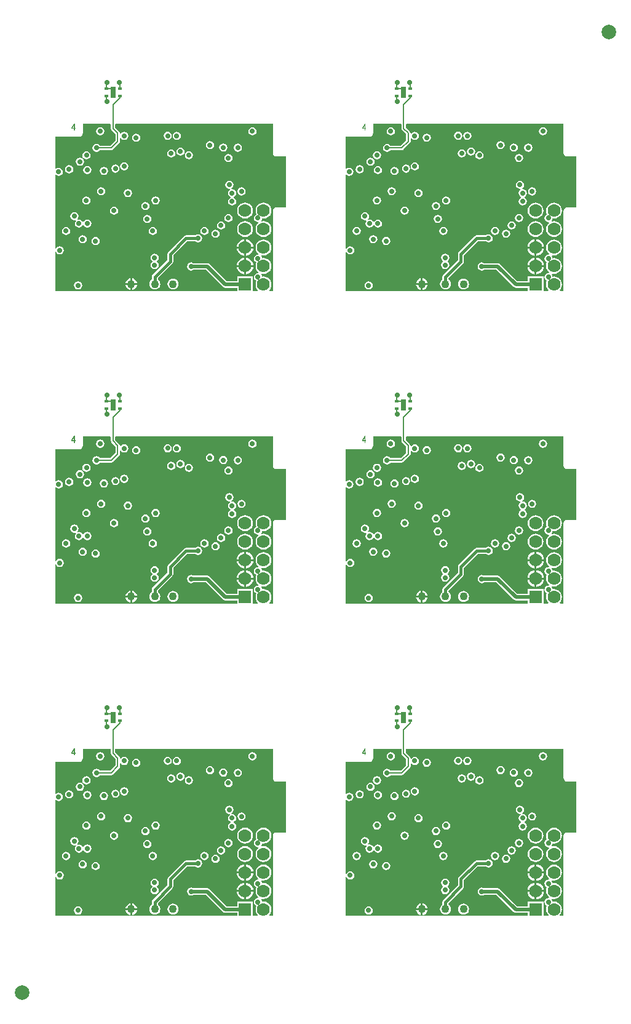
<source format=gbl>
G04 Layer_Physical_Order=4*
G04 Layer_Color=16711680*
%FSLAX25Y25*%
%MOIN*%
G70*
G01*
G75*
%ADD10C,0.07874*%
%ADD45C,0.01575*%
%ADD46C,0.00787*%
%ADD48C,0.01969*%
%ADD52C,0.02756*%
%ADD53C,0.02598*%
%ADD56C,0.04331*%
%ADD57R,0.02165X0.01378*%
%ADD58R,0.02756X0.06299*%
%ADD59C,0.07000*%
%ADD60R,0.07000X0.07000*%
G36*
X205719Y488006D02*
X206093D01*
Y487381D01*
X205719D01*
Y486638D01*
X205158D01*
Y487381D01*
X203913D01*
Y488001D01*
X205227Y490347D01*
X205719D01*
Y488006D01*
D02*
G37*
G36*
X48239D02*
X48613D01*
Y487381D01*
X48239D01*
Y486638D01*
X47678D01*
Y487381D01*
X46433D01*
Y488001D01*
X47747Y490347D01*
X48239D01*
Y488006D01*
D02*
G37*
G36*
X225174Y489977D02*
Y487673D01*
X225174Y487673D01*
X225265Y487212D01*
X225526Y486822D01*
X227709Y484639D01*
Y481137D01*
X224915Y478342D01*
X219213D01*
X218974Y478699D01*
X218258Y479178D01*
X217413Y479346D01*
X216568Y479178D01*
X215852Y478699D01*
X215374Y477983D01*
X215206Y477138D01*
X215374Y476293D01*
X215852Y475577D01*
X216568Y475098D01*
X217413Y474930D01*
X218258Y475098D01*
X218974Y475577D01*
X219213Y475934D01*
X225413D01*
X225413Y475934D01*
X225874Y476025D01*
X226265Y476286D01*
X229765Y479786D01*
X229765Y479786D01*
X230026Y480177D01*
X230118Y480638D01*
X230118Y480638D01*
Y482276D01*
X230618Y482428D01*
X230852Y482077D01*
X231569Y481598D01*
X232413Y481430D01*
X233258Y481598D01*
X233975Y482077D01*
X234453Y482793D01*
X234621Y483638D01*
X234453Y484483D01*
X233975Y485199D01*
X233258Y485677D01*
X232413Y485846D01*
X231569Y485677D01*
X230852Y485199D01*
X230618Y484848D01*
X230118Y485000D01*
Y485138D01*
X230118Y485138D01*
X230026Y485599D01*
X229765Y485989D01*
X227582Y488172D01*
Y489977D01*
X228082Y490250D01*
X228740Y490119D01*
X312953D01*
Y474409D01*
X313106Y473641D01*
X313541Y472990D01*
X314193Y472555D01*
X314961Y472402D01*
X320040D01*
Y444920D01*
X314961D01*
X314193Y444768D01*
X313541Y444333D01*
X313106Y443681D01*
X312953Y442913D01*
Y399645D01*
X311141D01*
X311021Y400145D01*
X311658Y400976D01*
X312090Y402019D01*
X312238Y403138D01*
X312090Y404257D01*
X311658Y405300D01*
X310971Y406196D01*
X310076Y406883D01*
X309033Y407315D01*
X307913Y407462D01*
X307079Y407352D01*
X306953Y407983D01*
X306608Y408499D01*
X306684Y408688D01*
X306911Y408945D01*
X307913Y408813D01*
X309033Y408961D01*
X310076Y409393D01*
X310971Y410080D01*
X311658Y410976D01*
X312090Y412019D01*
X312238Y413138D01*
X312090Y414257D01*
X311658Y415300D01*
X310971Y416196D01*
X310076Y416883D01*
X309033Y417315D01*
X307913Y417462D01*
X307079Y417352D01*
X306953Y417983D01*
X306608Y418499D01*
X306684Y418688D01*
X306911Y418945D01*
X307913Y418813D01*
X309033Y418961D01*
X310076Y419393D01*
X310971Y420080D01*
X311658Y420976D01*
X312090Y422019D01*
X312238Y423138D01*
X312090Y424257D01*
X311658Y425300D01*
X310971Y426196D01*
X310076Y426883D01*
X309033Y427315D01*
X307913Y427462D01*
X306794Y427315D01*
X305751Y426883D01*
X304856Y426196D01*
X304168Y425300D01*
X303736Y424257D01*
X303589Y423138D01*
X303736Y422019D01*
X304168Y420976D01*
X304856Y420080D01*
X305230Y419792D01*
X305019Y419325D01*
X304913Y419346D01*
X304068Y419177D01*
X303352Y418699D01*
X302874Y417983D01*
X302706Y417138D01*
X302874Y416293D01*
X303352Y415577D01*
X304068Y415098D01*
X304078Y415081D01*
X303736Y414257D01*
X303589Y413138D01*
X303736Y412019D01*
X304168Y410976D01*
X304856Y410080D01*
X305230Y409792D01*
X305019Y409325D01*
X304913Y409346D01*
X304068Y409177D01*
X303352Y408699D01*
X302874Y407983D01*
X302706Y407138D01*
X302874Y406293D01*
X303352Y405577D01*
X304068Y405098D01*
X304078Y405081D01*
X303736Y404257D01*
X303589Y403138D01*
X303736Y402019D01*
X304168Y400976D01*
X304806Y400145D01*
X304685Y399645D01*
X302201D01*
Y407425D01*
X293626D01*
Y404944D01*
X287886D01*
X278691Y414140D01*
X278105Y414531D01*
X277413Y414669D01*
X269883D01*
X269534Y414902D01*
X268689Y415070D01*
X267844Y414902D01*
X267128Y414423D01*
X266649Y413707D01*
X266481Y412862D01*
X266649Y412017D01*
X267128Y411301D01*
X267844Y410822D01*
X268689Y410654D01*
X269534Y410822D01*
X269883Y411056D01*
X276665D01*
X285860Y401861D01*
X286446Y401469D01*
X287138Y401331D01*
X293626D01*
Y399645D01*
X194921D01*
Y420640D01*
X195134Y420712D01*
X195421Y420723D01*
X195852Y420077D01*
X196569Y419598D01*
X197413Y419430D01*
X198258Y419598D01*
X198975Y420077D01*
X199453Y420793D01*
X199621Y421638D01*
X199453Y422483D01*
X198975Y423199D01*
X198258Y423677D01*
X197413Y423846D01*
X196569Y423677D01*
X195852Y423199D01*
X195421Y422553D01*
X195134Y422564D01*
X194921Y422636D01*
Y462391D01*
X195421Y462531D01*
X196069Y462098D01*
X196913Y461930D01*
X197758Y462098D01*
X198475Y462577D01*
X198953Y463293D01*
X199121Y464138D01*
X198953Y464983D01*
X198475Y465699D01*
X197758Y466178D01*
X196913Y466346D01*
X196069Y466178D01*
X195421Y465744D01*
X194921Y465884D01*
Y483131D01*
X207913D01*
X208681Y483284D01*
X209333Y483719D01*
X209768Y484370D01*
X209920Y485138D01*
Y490119D01*
X224016D01*
X224674Y490250D01*
X225174Y489977D01*
D02*
G37*
G36*
X67693D02*
Y487673D01*
X67693Y487673D01*
X67785Y487212D01*
X68046Y486822D01*
X70229Y484639D01*
Y481137D01*
X67434Y478342D01*
X61733D01*
X61494Y478699D01*
X60778Y479178D01*
X59933Y479346D01*
X59088Y479178D01*
X58372Y478699D01*
X57893Y477983D01*
X57725Y477138D01*
X57893Y476293D01*
X58372Y475577D01*
X59088Y475098D01*
X59933Y474930D01*
X60778Y475098D01*
X61494Y475577D01*
X61733Y475934D01*
X67933D01*
X67933Y475934D01*
X68394Y476025D01*
X68785Y476286D01*
X72285Y479786D01*
X72285Y479786D01*
X72546Y480177D01*
X72637Y480638D01*
X72637Y480638D01*
Y482276D01*
X73137Y482428D01*
X73372Y482077D01*
X74088Y481598D01*
X74933Y481430D01*
X75778Y481598D01*
X76494Y482077D01*
X76973Y482793D01*
X77141Y483638D01*
X76973Y484483D01*
X76494Y485199D01*
X75778Y485677D01*
X74933Y485846D01*
X74088Y485677D01*
X73372Y485199D01*
X73137Y484848D01*
X72637Y485000D01*
Y485138D01*
X72637Y485138D01*
X72546Y485599D01*
X72285Y485989D01*
X70102Y488172D01*
Y489977D01*
X70602Y490250D01*
X71260Y490119D01*
X155473D01*
Y474409D01*
X155626Y473641D01*
X156061Y472990D01*
X156712Y472555D01*
X157480Y472402D01*
X162560D01*
Y444920D01*
X157480D01*
X156712Y444768D01*
X156061Y444333D01*
X155626Y443681D01*
X155473Y442913D01*
Y399645D01*
X153661D01*
X153541Y400145D01*
X154178Y400976D01*
X154610Y402019D01*
X154757Y403138D01*
X154610Y404257D01*
X154178Y405300D01*
X153491Y406196D01*
X152595Y406883D01*
X151552Y407315D01*
X150433Y407462D01*
X149598Y407352D01*
X149473Y407983D01*
X149128Y408499D01*
X149204Y408688D01*
X149431Y408945D01*
X150433Y408813D01*
X151552Y408961D01*
X152595Y409393D01*
X153491Y410080D01*
X154178Y410976D01*
X154610Y412019D01*
X154757Y413138D01*
X154610Y414257D01*
X154178Y415300D01*
X153491Y416196D01*
X152595Y416883D01*
X151552Y417315D01*
X150433Y417462D01*
X149598Y417352D01*
X149473Y417983D01*
X149128Y418499D01*
X149204Y418688D01*
X149431Y418945D01*
X150433Y418813D01*
X151552Y418961D01*
X152595Y419393D01*
X153491Y420080D01*
X154178Y420976D01*
X154610Y422019D01*
X154757Y423138D01*
X154610Y424257D01*
X154178Y425300D01*
X153491Y426196D01*
X152595Y426883D01*
X151552Y427315D01*
X150433Y427462D01*
X149314Y427315D01*
X148271Y426883D01*
X147375Y426196D01*
X146688Y425300D01*
X146256Y424257D01*
X146109Y423138D01*
X146256Y422019D01*
X146688Y420976D01*
X147375Y420080D01*
X147750Y419792D01*
X147538Y419325D01*
X147433Y419346D01*
X146588Y419177D01*
X145872Y418699D01*
X145393Y417983D01*
X145225Y417138D01*
X145393Y416293D01*
X145872Y415577D01*
X146588Y415098D01*
X146597Y415081D01*
X146256Y414257D01*
X146109Y413138D01*
X146256Y412019D01*
X146688Y410976D01*
X147375Y410080D01*
X147750Y409792D01*
X147538Y409325D01*
X147433Y409346D01*
X146588Y409177D01*
X145872Y408699D01*
X145393Y407983D01*
X145225Y407138D01*
X145393Y406293D01*
X145872Y405577D01*
X146588Y405098D01*
X146597Y405081D01*
X146256Y404257D01*
X146109Y403138D01*
X146256Y402019D01*
X146688Y400976D01*
X147326Y400145D01*
X147205Y399645D01*
X144720D01*
Y407425D01*
X136146D01*
Y404944D01*
X130406D01*
X121210Y414140D01*
X120624Y414531D01*
X119933Y414669D01*
X112403D01*
X112054Y414902D01*
X111209Y415070D01*
X110364Y414902D01*
X109648Y414423D01*
X109169Y413707D01*
X109001Y412862D01*
X109169Y412017D01*
X109648Y411301D01*
X110364Y410822D01*
X111209Y410654D01*
X112054Y410822D01*
X112403Y411056D01*
X119185D01*
X128380Y401861D01*
X128966Y401469D01*
X129657Y401331D01*
X136146D01*
Y399645D01*
X37440D01*
Y420640D01*
X37653Y420712D01*
X37940Y420723D01*
X38372Y420077D01*
X39088Y419598D01*
X39933Y419430D01*
X40778Y419598D01*
X41494Y420077D01*
X41973Y420793D01*
X42141Y421638D01*
X41973Y422483D01*
X41494Y423199D01*
X40778Y423677D01*
X39933Y423846D01*
X39088Y423677D01*
X38372Y423199D01*
X37940Y422553D01*
X37653Y422564D01*
X37440Y422636D01*
Y462391D01*
X37940Y462531D01*
X38588Y462098D01*
X39433Y461930D01*
X40278Y462098D01*
X40994Y462577D01*
X41473Y463293D01*
X41641Y464138D01*
X41473Y464983D01*
X40994Y465699D01*
X40278Y466178D01*
X39433Y466346D01*
X38588Y466178D01*
X37940Y465744D01*
X37440Y465884D01*
Y483131D01*
X50433D01*
X51201Y483284D01*
X51852Y483719D01*
X52287Y484370D01*
X52440Y485138D01*
Y490119D01*
X66535D01*
X67193Y490250D01*
X67693Y489977D01*
D02*
G37*
G36*
X205719Y318714D02*
X206093D01*
Y318089D01*
X205719D01*
Y317347D01*
X205158D01*
Y318089D01*
X203913D01*
Y318709D01*
X205227Y321056D01*
X205719D01*
Y318714D01*
D02*
G37*
G36*
X48239D02*
X48613D01*
Y318089D01*
X48239D01*
Y317347D01*
X47678D01*
Y318089D01*
X46433D01*
Y318709D01*
X47747Y321056D01*
X48239D01*
Y318714D01*
D02*
G37*
G36*
X225174Y320685D02*
Y318382D01*
X225174Y318382D01*
X225265Y317921D01*
X225526Y317530D01*
X227709Y315348D01*
Y311845D01*
X224915Y309051D01*
X219213D01*
X218974Y309408D01*
X218258Y309886D01*
X217413Y310054D01*
X216568Y309886D01*
X215852Y309408D01*
X215374Y308691D01*
X215206Y307846D01*
X215374Y307002D01*
X215852Y306285D01*
X216568Y305807D01*
X217413Y305639D01*
X218258Y305807D01*
X218974Y306285D01*
X219213Y306642D01*
X225413D01*
X225413Y306642D01*
X225874Y306734D01*
X226265Y306995D01*
X229765Y310495D01*
X229765Y310495D01*
X230026Y310886D01*
X230118Y311347D01*
X230118Y311347D01*
Y312985D01*
X230618Y313137D01*
X230852Y312785D01*
X231569Y312307D01*
X232413Y312139D01*
X233258Y312307D01*
X233975Y312785D01*
X234453Y313502D01*
X234621Y314347D01*
X234453Y315191D01*
X233975Y315908D01*
X233258Y316386D01*
X232413Y316554D01*
X231569Y316386D01*
X230852Y315908D01*
X230618Y315556D01*
X230118Y315708D01*
Y315846D01*
X230118Y315846D01*
X230026Y316307D01*
X229765Y316698D01*
X227582Y318881D01*
Y320685D01*
X228082Y320958D01*
X228740Y320828D01*
X312953D01*
Y305118D01*
X313106Y304350D01*
X313541Y303699D01*
X314193Y303264D01*
X314961Y303111D01*
X320040D01*
Y275629D01*
X314961D01*
X314193Y275476D01*
X313541Y275041D01*
X313106Y274390D01*
X312953Y273622D01*
Y230353D01*
X311141D01*
X311021Y230854D01*
X311658Y231684D01*
X312090Y232727D01*
X312238Y233846D01*
X312090Y234966D01*
X311658Y236009D01*
X310971Y236904D01*
X310076Y237592D01*
X309033Y238023D01*
X307913Y238171D01*
X307079Y238061D01*
X306953Y238691D01*
X306608Y239208D01*
X306684Y239397D01*
X306911Y239654D01*
X307913Y239522D01*
X309033Y239669D01*
X310076Y240101D01*
X310971Y240789D01*
X311658Y241684D01*
X312090Y242727D01*
X312238Y243847D01*
X312090Y244966D01*
X311658Y246009D01*
X310971Y246904D01*
X310076Y247591D01*
X309033Y248024D01*
X307913Y248171D01*
X307079Y248061D01*
X306953Y248691D01*
X306608Y249207D01*
X306684Y249396D01*
X306911Y249654D01*
X307913Y249522D01*
X309033Y249669D01*
X310076Y250101D01*
X310971Y250789D01*
X311658Y251684D01*
X312090Y252727D01*
X312238Y253847D01*
X312090Y254966D01*
X311658Y256009D01*
X310971Y256904D01*
X310076Y257592D01*
X309033Y258024D01*
X307913Y258171D01*
X306794Y258024D01*
X305751Y257592D01*
X304856Y256904D01*
X304168Y256009D01*
X303736Y254966D01*
X303589Y253847D01*
X303736Y252727D01*
X304168Y251684D01*
X304856Y250789D01*
X305230Y250501D01*
X305019Y250033D01*
X304913Y250054D01*
X304068Y249886D01*
X303352Y249408D01*
X302874Y248691D01*
X302706Y247847D01*
X302874Y247002D01*
X303352Y246285D01*
X304068Y245807D01*
X304078Y245790D01*
X303736Y244966D01*
X303589Y243847D01*
X303736Y242727D01*
X304168Y241684D01*
X304856Y240789D01*
X305230Y240501D01*
X305019Y240033D01*
X304913Y240054D01*
X304068Y239886D01*
X303352Y239408D01*
X302874Y238691D01*
X302706Y237846D01*
X302874Y237002D01*
X303352Y236285D01*
X304068Y235807D01*
X304078Y235790D01*
X303736Y234966D01*
X303589Y233846D01*
X303736Y232727D01*
X304168Y231684D01*
X304806Y230854D01*
X304685Y230353D01*
X302201D01*
Y238134D01*
X293626D01*
Y235653D01*
X287886D01*
X278691Y244848D01*
X278105Y245240D01*
X277413Y245377D01*
X269883D01*
X269534Y245611D01*
X268689Y245779D01*
X267844Y245611D01*
X267128Y245132D01*
X266649Y244416D01*
X266481Y243571D01*
X266649Y242726D01*
X267128Y242010D01*
X267844Y241531D01*
X268689Y241363D01*
X269534Y241531D01*
X269883Y241764D01*
X276665D01*
X285860Y232569D01*
X286446Y232178D01*
X287138Y232040D01*
X293626D01*
Y230353D01*
X194921D01*
Y251348D01*
X195134Y251420D01*
X195421Y251432D01*
X195852Y250785D01*
X196569Y250307D01*
X197413Y250139D01*
X198258Y250307D01*
X198975Y250785D01*
X199453Y251502D01*
X199621Y252346D01*
X199453Y253191D01*
X198975Y253908D01*
X198258Y254386D01*
X197413Y254554D01*
X196569Y254386D01*
X195852Y253908D01*
X195421Y253261D01*
X195134Y253272D01*
X194921Y253344D01*
Y293100D01*
X195421Y293240D01*
X196069Y292807D01*
X196913Y292639D01*
X197758Y292807D01*
X198475Y293285D01*
X198953Y294002D01*
X199121Y294847D01*
X198953Y295691D01*
X198475Y296408D01*
X197758Y296886D01*
X196913Y297054D01*
X196069Y296886D01*
X195421Y296453D01*
X194921Y296593D01*
Y313839D01*
X207913D01*
X208681Y313992D01*
X209333Y314427D01*
X209768Y315078D01*
X209920Y315846D01*
Y320828D01*
X224016D01*
X224674Y320958D01*
X225174Y320685D01*
D02*
G37*
G36*
X67693D02*
Y318382D01*
X67693Y318382D01*
X67785Y317921D01*
X68046Y317530D01*
X70229Y315348D01*
Y311845D01*
X67434Y309051D01*
X61733D01*
X61494Y309408D01*
X60778Y309886D01*
X59933Y310054D01*
X59088Y309886D01*
X58372Y309408D01*
X57893Y308691D01*
X57725Y307846D01*
X57893Y307002D01*
X58372Y306285D01*
X59088Y305807D01*
X59933Y305639D01*
X60778Y305807D01*
X61494Y306285D01*
X61733Y306642D01*
X67933D01*
X67933Y306642D01*
X68394Y306734D01*
X68785Y306995D01*
X72285Y310495D01*
X72285Y310495D01*
X72546Y310886D01*
X72637Y311347D01*
X72637Y311347D01*
Y312985D01*
X73137Y313137D01*
X73372Y312785D01*
X74088Y312307D01*
X74933Y312139D01*
X75778Y312307D01*
X76494Y312785D01*
X76973Y313502D01*
X77141Y314347D01*
X76973Y315191D01*
X76494Y315908D01*
X75778Y316386D01*
X74933Y316554D01*
X74088Y316386D01*
X73372Y315908D01*
X73137Y315556D01*
X72637Y315708D01*
Y315846D01*
X72637Y315846D01*
X72546Y316307D01*
X72285Y316698D01*
X70102Y318881D01*
Y320685D01*
X70602Y320958D01*
X71260Y320828D01*
X155473D01*
Y305118D01*
X155626Y304350D01*
X156061Y303699D01*
X156712Y303264D01*
X157480Y303111D01*
X162560D01*
Y275629D01*
X157480D01*
X156712Y275476D01*
X156061Y275041D01*
X155626Y274390D01*
X155473Y273622D01*
Y230353D01*
X153661D01*
X153541Y230854D01*
X154178Y231684D01*
X154610Y232727D01*
X154757Y233846D01*
X154610Y234966D01*
X154178Y236009D01*
X153491Y236904D01*
X152595Y237592D01*
X151552Y238023D01*
X150433Y238171D01*
X149598Y238061D01*
X149473Y238691D01*
X149128Y239208D01*
X149204Y239397D01*
X149431Y239654D01*
X150433Y239522D01*
X151552Y239669D01*
X152595Y240101D01*
X153491Y240789D01*
X154178Y241684D01*
X154610Y242727D01*
X154757Y243847D01*
X154610Y244966D01*
X154178Y246009D01*
X153491Y246904D01*
X152595Y247591D01*
X151552Y248024D01*
X150433Y248171D01*
X149598Y248061D01*
X149473Y248691D01*
X149128Y249207D01*
X149204Y249396D01*
X149431Y249654D01*
X150433Y249522D01*
X151552Y249669D01*
X152595Y250101D01*
X153491Y250789D01*
X154178Y251684D01*
X154610Y252727D01*
X154757Y253847D01*
X154610Y254966D01*
X154178Y256009D01*
X153491Y256904D01*
X152595Y257592D01*
X151552Y258024D01*
X150433Y258171D01*
X149314Y258024D01*
X148271Y257592D01*
X147375Y256904D01*
X146688Y256009D01*
X146256Y254966D01*
X146109Y253847D01*
X146256Y252727D01*
X146688Y251684D01*
X147375Y250789D01*
X147750Y250501D01*
X147538Y250033D01*
X147433Y250054D01*
X146588Y249886D01*
X145872Y249408D01*
X145393Y248691D01*
X145225Y247847D01*
X145393Y247002D01*
X145872Y246285D01*
X146588Y245807D01*
X146597Y245790D01*
X146256Y244966D01*
X146109Y243847D01*
X146256Y242727D01*
X146688Y241684D01*
X147375Y240789D01*
X147750Y240501D01*
X147538Y240033D01*
X147433Y240054D01*
X146588Y239886D01*
X145872Y239408D01*
X145393Y238691D01*
X145225Y237846D01*
X145393Y237002D01*
X145872Y236285D01*
X146588Y235807D01*
X146597Y235790D01*
X146256Y234966D01*
X146109Y233846D01*
X146256Y232727D01*
X146688Y231684D01*
X147326Y230854D01*
X147205Y230353D01*
X144720D01*
Y238134D01*
X136146D01*
Y235653D01*
X130406D01*
X121210Y244848D01*
X120624Y245240D01*
X119933Y245377D01*
X112403D01*
X112054Y245611D01*
X111209Y245779D01*
X110364Y245611D01*
X109648Y245132D01*
X109169Y244416D01*
X109001Y243571D01*
X109169Y242726D01*
X109648Y242010D01*
X110364Y241531D01*
X111209Y241363D01*
X112054Y241531D01*
X112403Y241764D01*
X119185D01*
X128380Y232569D01*
X128966Y232178D01*
X129657Y232040D01*
X136146D01*
Y230353D01*
X37440D01*
Y251348D01*
X37653Y251420D01*
X37940Y251432D01*
X38372Y250785D01*
X39088Y250307D01*
X39933Y250139D01*
X40778Y250307D01*
X41494Y250785D01*
X41973Y251502D01*
X42141Y252346D01*
X41973Y253191D01*
X41494Y253908D01*
X40778Y254386D01*
X39933Y254554D01*
X39088Y254386D01*
X38372Y253908D01*
X37940Y253261D01*
X37653Y253272D01*
X37440Y253344D01*
Y293100D01*
X37940Y293240D01*
X38588Y292807D01*
X39433Y292639D01*
X40278Y292807D01*
X40994Y293285D01*
X41473Y294002D01*
X41641Y294847D01*
X41473Y295691D01*
X40994Y296408D01*
X40278Y296886D01*
X39433Y297054D01*
X38588Y296886D01*
X37940Y296453D01*
X37440Y296593D01*
Y313839D01*
X50433D01*
X51201Y313992D01*
X51852Y314427D01*
X52287Y315078D01*
X52440Y315846D01*
Y320828D01*
X66535D01*
X67193Y320958D01*
X67693Y320685D01*
D02*
G37*
G36*
X205719Y149423D02*
X206093D01*
Y148798D01*
X205719D01*
Y148055D01*
X205158D01*
Y148798D01*
X203913D01*
Y149418D01*
X205227Y151765D01*
X205719D01*
Y149423D01*
D02*
G37*
G36*
X48239D02*
X48613D01*
Y148798D01*
X48239D01*
Y148055D01*
X47678D01*
Y148798D01*
X46433D01*
Y149418D01*
X47747Y151765D01*
X48239D01*
Y149423D01*
D02*
G37*
G36*
X225174Y151394D02*
Y149091D01*
X225174Y149091D01*
X225265Y148630D01*
X225526Y148239D01*
X227709Y146056D01*
Y142554D01*
X224915Y139759D01*
X219213D01*
X218974Y140116D01*
X218258Y140595D01*
X217413Y140763D01*
X216568Y140595D01*
X215852Y140116D01*
X215374Y139400D01*
X215206Y138555D01*
X215374Y137710D01*
X215852Y136994D01*
X216568Y136515D01*
X217413Y136347D01*
X218258Y136515D01*
X218974Y136994D01*
X219213Y137351D01*
X225413D01*
X225413Y137351D01*
X225874Y137443D01*
X226265Y137704D01*
X229765Y141204D01*
X229765Y141204D01*
X230026Y141594D01*
X230118Y142055D01*
X230118Y142055D01*
Y143693D01*
X230618Y143845D01*
X230852Y143494D01*
X231569Y143015D01*
X232413Y142847D01*
X233258Y143015D01*
X233975Y143494D01*
X234453Y144210D01*
X234621Y145055D01*
X234453Y145900D01*
X233975Y146616D01*
X233258Y147095D01*
X232413Y147263D01*
X231569Y147095D01*
X230852Y146616D01*
X230618Y146265D01*
X230118Y146417D01*
Y146555D01*
X230118Y146555D01*
X230026Y147016D01*
X229765Y147407D01*
X227582Y149589D01*
Y151394D01*
X228082Y151667D01*
X228740Y151536D01*
X312953D01*
Y135827D01*
X313106Y135059D01*
X313541Y134408D01*
X314193Y133973D01*
X314961Y133820D01*
X320040D01*
Y106338D01*
X314961D01*
X314193Y106185D01*
X313541Y105750D01*
X313106Y105099D01*
X312953Y104331D01*
Y61062D01*
X311141D01*
X311021Y61562D01*
X311658Y62393D01*
X312090Y63436D01*
X312238Y64555D01*
X312090Y65674D01*
X311658Y66717D01*
X310971Y67613D01*
X310076Y68300D01*
X309033Y68732D01*
X307913Y68879D01*
X307079Y68770D01*
X306953Y69400D01*
X306608Y69916D01*
X306684Y70105D01*
X306911Y70363D01*
X307913Y70231D01*
X309033Y70378D01*
X310076Y70810D01*
X310971Y71497D01*
X311658Y72393D01*
X312090Y73436D01*
X312238Y74555D01*
X312090Y75674D01*
X311658Y76717D01*
X310971Y77613D01*
X310076Y78300D01*
X309033Y78732D01*
X307913Y78879D01*
X307079Y78770D01*
X306953Y79400D01*
X306608Y79916D01*
X306684Y80105D01*
X306911Y80363D01*
X307913Y80231D01*
X309033Y80378D01*
X310076Y80810D01*
X310971Y81497D01*
X311658Y82393D01*
X312090Y83436D01*
X312238Y84555D01*
X312090Y85674D01*
X311658Y86717D01*
X310971Y87613D01*
X310076Y88300D01*
X309033Y88732D01*
X307913Y88880D01*
X306794Y88732D01*
X305751Y88300D01*
X304856Y87613D01*
X304168Y86717D01*
X303736Y85674D01*
X303589Y84555D01*
X303736Y83436D01*
X304168Y82393D01*
X304856Y81497D01*
X305230Y81210D01*
X305019Y80742D01*
X304913Y80763D01*
X304068Y80595D01*
X303352Y80116D01*
X302874Y79400D01*
X302706Y78555D01*
X302874Y77710D01*
X303352Y76994D01*
X304068Y76515D01*
X304078Y76498D01*
X303736Y75674D01*
X303589Y74555D01*
X303736Y73436D01*
X304168Y72393D01*
X304856Y71497D01*
X305230Y71210D01*
X305019Y70742D01*
X304913Y70763D01*
X304068Y70595D01*
X303352Y70116D01*
X302874Y69400D01*
X302706Y68555D01*
X302874Y67710D01*
X303352Y66994D01*
X304068Y66515D01*
X304078Y66498D01*
X303736Y65674D01*
X303589Y64555D01*
X303736Y63436D01*
X304168Y62393D01*
X304806Y61562D01*
X304685Y61062D01*
X302201D01*
Y68843D01*
X293626D01*
Y66361D01*
X287886D01*
X278691Y75557D01*
X278105Y75948D01*
X277413Y76086D01*
X269883D01*
X269534Y76319D01*
X268689Y76487D01*
X267844Y76319D01*
X267128Y75841D01*
X266649Y75124D01*
X266481Y74279D01*
X266649Y73435D01*
X267128Y72718D01*
X267844Y72240D01*
X268689Y72072D01*
X269534Y72240D01*
X269883Y72473D01*
X276665D01*
X285860Y63278D01*
X286446Y62886D01*
X287138Y62749D01*
X293626D01*
Y61062D01*
X194921D01*
Y82057D01*
X195134Y82129D01*
X195421Y82140D01*
X195852Y81494D01*
X196569Y81015D01*
X197413Y80847D01*
X198258Y81015D01*
X198975Y81494D01*
X199453Y82210D01*
X199621Y83055D01*
X199453Y83900D01*
X198975Y84616D01*
X198258Y85095D01*
X197413Y85263D01*
X196569Y85095D01*
X195852Y84616D01*
X195421Y83970D01*
X195134Y83981D01*
X194921Y84053D01*
Y123809D01*
X195421Y123948D01*
X196069Y123515D01*
X196913Y123347D01*
X197758Y123515D01*
X198475Y123994D01*
X198953Y124710D01*
X199121Y125555D01*
X198953Y126400D01*
X198475Y127116D01*
X197758Y127595D01*
X196913Y127763D01*
X196069Y127595D01*
X195421Y127162D01*
X194921Y127302D01*
Y144548D01*
X207913D01*
X208681Y144701D01*
X209333Y145136D01*
X209768Y145787D01*
X209920Y146555D01*
Y151536D01*
X224016D01*
X224674Y151667D01*
X225174Y151394D01*
D02*
G37*
G36*
X67693D02*
Y149091D01*
X67693Y149091D01*
X67785Y148630D01*
X68046Y148239D01*
X70229Y146056D01*
Y142554D01*
X67434Y139759D01*
X61733D01*
X61494Y140116D01*
X60778Y140595D01*
X59933Y140763D01*
X59088Y140595D01*
X58372Y140116D01*
X57893Y139400D01*
X57725Y138555D01*
X57893Y137710D01*
X58372Y136994D01*
X59088Y136515D01*
X59933Y136347D01*
X60778Y136515D01*
X61494Y136994D01*
X61733Y137351D01*
X67933D01*
X67933Y137351D01*
X68394Y137443D01*
X68785Y137704D01*
X72285Y141204D01*
X72285Y141204D01*
X72546Y141594D01*
X72637Y142055D01*
X72637Y142055D01*
Y143693D01*
X73137Y143845D01*
X73372Y143494D01*
X74088Y143015D01*
X74933Y142847D01*
X75778Y143015D01*
X76494Y143494D01*
X76973Y144210D01*
X77141Y145055D01*
X76973Y145900D01*
X76494Y146616D01*
X75778Y147095D01*
X74933Y147263D01*
X74088Y147095D01*
X73372Y146616D01*
X73137Y146265D01*
X72637Y146417D01*
Y146555D01*
X72637Y146555D01*
X72546Y147016D01*
X72285Y147407D01*
X70102Y149589D01*
Y151394D01*
X70602Y151667D01*
X71260Y151536D01*
X155473D01*
Y135827D01*
X155626Y135059D01*
X156061Y134408D01*
X156712Y133973D01*
X157480Y133820D01*
X162560D01*
Y106338D01*
X157480D01*
X156712Y106185D01*
X156061Y105750D01*
X155626Y105099D01*
X155473Y104331D01*
Y61062D01*
X153661D01*
X153541Y61562D01*
X154178Y62393D01*
X154610Y63436D01*
X154757Y64555D01*
X154610Y65674D01*
X154178Y66717D01*
X153491Y67613D01*
X152595Y68300D01*
X151552Y68732D01*
X150433Y68879D01*
X149598Y68770D01*
X149473Y69400D01*
X149128Y69916D01*
X149204Y70105D01*
X149431Y70363D01*
X150433Y70231D01*
X151552Y70378D01*
X152595Y70810D01*
X153491Y71497D01*
X154178Y72393D01*
X154610Y73436D01*
X154757Y74555D01*
X154610Y75674D01*
X154178Y76717D01*
X153491Y77613D01*
X152595Y78300D01*
X151552Y78732D01*
X150433Y78879D01*
X149598Y78770D01*
X149473Y79400D01*
X149128Y79916D01*
X149204Y80105D01*
X149431Y80363D01*
X150433Y80231D01*
X151552Y80378D01*
X152595Y80810D01*
X153491Y81497D01*
X154178Y82393D01*
X154610Y83436D01*
X154757Y84555D01*
X154610Y85674D01*
X154178Y86717D01*
X153491Y87613D01*
X152595Y88300D01*
X151552Y88732D01*
X150433Y88880D01*
X149314Y88732D01*
X148271Y88300D01*
X147375Y87613D01*
X146688Y86717D01*
X146256Y85674D01*
X146109Y84555D01*
X146256Y83436D01*
X146688Y82393D01*
X147375Y81497D01*
X147750Y81210D01*
X147538Y80742D01*
X147433Y80763D01*
X146588Y80595D01*
X145872Y80116D01*
X145393Y79400D01*
X145225Y78555D01*
X145393Y77710D01*
X145872Y76994D01*
X146588Y76515D01*
X146597Y76498D01*
X146256Y75674D01*
X146109Y74555D01*
X146256Y73436D01*
X146688Y72393D01*
X147375Y71497D01*
X147750Y71210D01*
X147538Y70742D01*
X147433Y70763D01*
X146588Y70595D01*
X145872Y70116D01*
X145393Y69400D01*
X145225Y68555D01*
X145393Y67710D01*
X145872Y66994D01*
X146588Y66515D01*
X146597Y66498D01*
X146256Y65674D01*
X146109Y64555D01*
X146256Y63436D01*
X146688Y62393D01*
X147326Y61562D01*
X147205Y61062D01*
X144720D01*
Y68843D01*
X136146D01*
Y66361D01*
X130406D01*
X121210Y75557D01*
X120624Y75948D01*
X119933Y76086D01*
X112403D01*
X112054Y76319D01*
X111209Y76487D01*
X110364Y76319D01*
X109648Y75841D01*
X109169Y75124D01*
X109001Y74279D01*
X109169Y73435D01*
X109648Y72718D01*
X110364Y72240D01*
X111209Y72072D01*
X112054Y72240D01*
X112403Y72473D01*
X119185D01*
X128380Y63278D01*
X128966Y62886D01*
X129657Y62749D01*
X136146D01*
Y61062D01*
X37440D01*
Y82057D01*
X37653Y82129D01*
X37940Y82140D01*
X38372Y81494D01*
X39088Y81015D01*
X39933Y80847D01*
X40778Y81015D01*
X41494Y81494D01*
X41973Y82210D01*
X42141Y83055D01*
X41973Y83900D01*
X41494Y84616D01*
X40778Y85095D01*
X39933Y85263D01*
X39088Y85095D01*
X38372Y84616D01*
X37940Y83970D01*
X37653Y83981D01*
X37440Y84053D01*
Y123809D01*
X37940Y123948D01*
X38588Y123515D01*
X39433Y123347D01*
X40278Y123515D01*
X40994Y123994D01*
X41473Y124710D01*
X41641Y125555D01*
X41473Y126400D01*
X40994Y127116D01*
X40278Y127595D01*
X39433Y127763D01*
X38588Y127595D01*
X37940Y127162D01*
X37440Y127302D01*
Y144548D01*
X50433D01*
X51201Y144701D01*
X51852Y145136D01*
X52287Y145787D01*
X52440Y146555D01*
Y151536D01*
X66535D01*
X67193Y151667D01*
X67693Y151394D01*
D02*
G37*
%LPC*%
G36*
X205158Y489265D02*
X204460Y488006D01*
X205158D01*
Y489265D01*
D02*
G37*
G36*
X47678D02*
X46979Y488006D01*
X47678D01*
Y489265D01*
D02*
G37*
G36*
X301913Y488346D02*
X301068Y488177D01*
X300352Y487699D01*
X299874Y486983D01*
X299706Y486138D01*
X299874Y485293D01*
X300352Y484577D01*
X301068Y484098D01*
X301913Y483930D01*
X302758Y484098D01*
X303474Y484577D01*
X303953Y485293D01*
X304121Y486138D01*
X303953Y486983D01*
X303474Y487699D01*
X302758Y488177D01*
X301913Y488346D01*
D02*
G37*
G36*
X219413D02*
X218568Y488177D01*
X217852Y487699D01*
X217374Y486983D01*
X217206Y486138D01*
X217374Y485293D01*
X217852Y484577D01*
X218568Y484098D01*
X219413Y483930D01*
X220258Y484098D01*
X220974Y484577D01*
X221453Y485293D01*
X221621Y486138D01*
X221453Y486983D01*
X220974Y487699D01*
X220258Y488177D01*
X219413Y488346D01*
D02*
G37*
G36*
X255976Y485909D02*
X255132Y485741D01*
X254415Y485262D01*
X253937Y484546D01*
X253769Y483701D01*
X253937Y482856D01*
X254415Y482140D01*
X255132Y481661D01*
X255976Y481493D01*
X256821Y481661D01*
X257538Y482140D01*
X258016Y482856D01*
X258184Y483701D01*
X258016Y484546D01*
X257538Y485262D01*
X256821Y485741D01*
X255976Y485909D01*
D02*
G37*
G36*
X260913Y485846D02*
X260068Y485677D01*
X259352Y485199D01*
X258874Y484483D01*
X258706Y483638D01*
X258874Y482793D01*
X259352Y482077D01*
X260068Y481598D01*
X260913Y481430D01*
X261758Y481598D01*
X262474Y482077D01*
X262953Y482793D01*
X263121Y483638D01*
X262953Y484483D01*
X262474Y485199D01*
X261758Y485677D01*
X260913Y485846D01*
D02*
G37*
G36*
X238913Y484846D02*
X238069Y484678D01*
X237352Y484199D01*
X236874Y483483D01*
X236706Y482638D01*
X236874Y481793D01*
X237352Y481077D01*
X238069Y480598D01*
X238913Y480430D01*
X239758Y480598D01*
X240475Y481077D01*
X240953Y481793D01*
X241121Y482638D01*
X240953Y483483D01*
X240475Y484199D01*
X239758Y484678D01*
X238913Y484846D01*
D02*
G37*
G36*
X278913Y480846D02*
X278068Y480678D01*
X277352Y480199D01*
X276874Y479483D01*
X276706Y478638D01*
X276874Y477793D01*
X277352Y477077D01*
X278068Y476598D01*
X278913Y476430D01*
X279758Y476598D01*
X280474Y477077D01*
X280953Y477793D01*
X281121Y478638D01*
X280953Y479483D01*
X280474Y480199D01*
X279758Y480678D01*
X278913Y480846D01*
D02*
G37*
G36*
X286102Y479535D02*
X285258Y479366D01*
X284541Y478888D01*
X284063Y478172D01*
X283895Y477327D01*
X284063Y476482D01*
X284541Y475766D01*
X285258Y475287D01*
X286102Y475119D01*
X286947Y475287D01*
X287664Y475766D01*
X288142Y476482D01*
X288310Y477327D01*
X288142Y478172D01*
X287664Y478888D01*
X286947Y479366D01*
X286102Y479535D01*
D02*
G37*
G36*
X293976Y479409D02*
X293131Y479241D01*
X292415Y478762D01*
X291937Y478046D01*
X291769Y477201D01*
X291937Y476356D01*
X292415Y475640D01*
X293131Y475161D01*
X293976Y474993D01*
X294821Y475161D01*
X295537Y475640D01*
X296016Y476356D01*
X296184Y477201D01*
X296016Y478046D01*
X295537Y478762D01*
X294821Y479241D01*
X293976Y479409D01*
D02*
G37*
G36*
X262913Y477346D02*
X262069Y477177D01*
X261352Y476699D01*
X260874Y475983D01*
X260706Y475138D01*
X260874Y474293D01*
X261352Y473577D01*
X262069Y473098D01*
X262913Y472930D01*
X263758Y473098D01*
X264475Y473577D01*
X264953Y474293D01*
X265121Y475138D01*
X264953Y475983D01*
X264475Y476699D01*
X263758Y477177D01*
X262913Y477346D01*
D02*
G37*
G36*
X257913Y476346D02*
X257068Y476178D01*
X256352Y475699D01*
X255874Y474983D01*
X255706Y474138D01*
X255874Y473293D01*
X256352Y472577D01*
X257068Y472098D01*
X257913Y471930D01*
X258758Y472098D01*
X259474Y472577D01*
X259953Y473293D01*
X260121Y474138D01*
X259953Y474983D01*
X259474Y475699D01*
X258758Y476178D01*
X257913Y476346D01*
D02*
G37*
G36*
X211945Y475314D02*
X211100Y475146D01*
X210384Y474667D01*
X209905Y473951D01*
X209737Y473106D01*
X209905Y472261D01*
X210384Y471545D01*
X211100Y471067D01*
X211945Y470898D01*
X212790Y471067D01*
X213506Y471545D01*
X213985Y472261D01*
X214153Y473106D01*
X213985Y473951D01*
X213506Y474667D01*
X212790Y475146D01*
X211945Y475314D01*
D02*
G37*
G36*
X267461Y475298D02*
X266616Y475130D01*
X265899Y474652D01*
X265421Y473935D01*
X265253Y473091D01*
X265421Y472246D01*
X265899Y471529D01*
X266616Y471051D01*
X267461Y470883D01*
X268305Y471051D01*
X269022Y471529D01*
X269500Y472246D01*
X269668Y473091D01*
X269500Y473935D01*
X269022Y474652D01*
X268305Y475130D01*
X267461Y475298D01*
D02*
G37*
G36*
X288913Y473846D02*
X288069Y473677D01*
X287352Y473199D01*
X286874Y472483D01*
X286706Y471638D01*
X286874Y470793D01*
X287352Y470077D01*
X288069Y469598D01*
X288913Y469430D01*
X289758Y469598D01*
X290475Y470077D01*
X290953Y470793D01*
X291121Y471638D01*
X290953Y472483D01*
X290475Y473199D01*
X289758Y473677D01*
X288913Y473846D01*
D02*
G37*
G36*
X208413Y471846D02*
X207569Y471677D01*
X206852Y471199D01*
X206374Y470483D01*
X206206Y469638D01*
X206374Y468793D01*
X206852Y468077D01*
X207569Y467598D01*
X208413Y467430D01*
X209258Y467598D01*
X209975Y468077D01*
X210453Y468793D01*
X210621Y469638D01*
X210453Y470483D01*
X209975Y471199D01*
X209258Y471677D01*
X208413Y471846D01*
D02*
G37*
G36*
X232413Y469346D02*
X231569Y469177D01*
X230852Y468699D01*
X230374Y467983D01*
X230206Y467138D01*
X230374Y466293D01*
X230852Y465577D01*
X231569Y465098D01*
X232413Y464930D01*
X233258Y465098D01*
X233975Y465577D01*
X234453Y466293D01*
X234621Y467138D01*
X234453Y467983D01*
X233975Y468699D01*
X233258Y469177D01*
X232413Y469346D01*
D02*
G37*
G36*
X227669Y468102D02*
X226824Y467933D01*
X226108Y467455D01*
X225630Y466739D01*
X225462Y465894D01*
X225630Y465049D01*
X226108Y464333D01*
X226824Y463854D01*
X227669Y463686D01*
X228514Y463854D01*
X229230Y464333D01*
X229709Y465049D01*
X229877Y465894D01*
X229709Y466739D01*
X229230Y467455D01*
X228514Y467933D01*
X227669Y468102D01*
D02*
G37*
G36*
X202551Y467708D02*
X201706Y467540D01*
X200990Y467061D01*
X200512Y466345D01*
X200343Y465500D01*
X200512Y464655D01*
X200990Y463939D01*
X201706Y463460D01*
X202551Y463292D01*
X203396Y463460D01*
X204112Y463939D01*
X204591Y464655D01*
X204759Y465500D01*
X204591Y466345D01*
X204112Y467061D01*
X203396Y467540D01*
X202551Y467708D01*
D02*
G37*
G36*
X212413Y467346D02*
X211568Y467177D01*
X210852Y466699D01*
X210374Y465983D01*
X210206Y465138D01*
X210374Y464293D01*
X210852Y463577D01*
X211568Y463098D01*
X212413Y462930D01*
X213258Y463098D01*
X213974Y463577D01*
X214453Y464293D01*
X214621Y465138D01*
X214453Y465983D01*
X213974Y466699D01*
X213258Y467177D01*
X212413Y467346D01*
D02*
G37*
G36*
X221413Y466846D02*
X220568Y466678D01*
X219852Y466199D01*
X219374Y465483D01*
X219206Y464638D01*
X219374Y463793D01*
X219852Y463077D01*
X220568Y462598D01*
X221413Y462430D01*
X222258Y462598D01*
X222974Y463077D01*
X223453Y463793D01*
X223621Y464638D01*
X223453Y465483D01*
X222974Y466199D01*
X222258Y466678D01*
X221413Y466846D01*
D02*
G37*
G36*
X219913Y455846D02*
X219069Y455678D01*
X218352Y455199D01*
X217874Y454483D01*
X217706Y453638D01*
X217874Y452793D01*
X218352Y452077D01*
X219069Y451598D01*
X219913Y451430D01*
X220758Y451598D01*
X221475Y452077D01*
X221953Y452793D01*
X222121Y453638D01*
X221953Y454483D01*
X221475Y455199D01*
X220758Y455678D01*
X219913Y455846D01*
D02*
G37*
G36*
X296008Y455751D02*
X295163Y455583D01*
X294447Y455104D01*
X293968Y454388D01*
X293800Y453543D01*
X293968Y452698D01*
X294447Y451982D01*
X295163Y451504D01*
X296008Y451335D01*
X296853Y451504D01*
X297569Y451982D01*
X298048Y452698D01*
X298216Y453543D01*
X298048Y454388D01*
X297569Y455104D01*
X296853Y455583D01*
X296008Y455751D01*
D02*
G37*
G36*
X234413Y454846D02*
X233569Y454677D01*
X232852Y454199D01*
X232374Y453483D01*
X232206Y452638D01*
X232374Y451793D01*
X232852Y451077D01*
X233569Y450598D01*
X234413Y450430D01*
X235258Y450598D01*
X235975Y451077D01*
X236453Y451793D01*
X236621Y452638D01*
X236453Y453483D01*
X235975Y454199D01*
X235258Y454677D01*
X234413Y454846D01*
D02*
G37*
G36*
X249413Y450846D02*
X248569Y450677D01*
X247852Y450199D01*
X247374Y449483D01*
X247206Y448638D01*
X247374Y447793D01*
X247852Y447077D01*
X248569Y446598D01*
X249413Y446430D01*
X250258Y446598D01*
X250974Y447077D01*
X251453Y447793D01*
X251621Y448638D01*
X251453Y449483D01*
X250974Y450199D01*
X250258Y450677D01*
X249413Y450846D01*
D02*
G37*
G36*
X211913D02*
X211069Y450677D01*
X210352Y450199D01*
X209874Y449483D01*
X209706Y448638D01*
X209874Y447793D01*
X210352Y447077D01*
X211069Y446598D01*
X211913Y446430D01*
X212758Y446598D01*
X213474Y447077D01*
X213953Y447793D01*
X214121Y448638D01*
X213953Y449483D01*
X213474Y450199D01*
X212758Y450677D01*
X211913Y450846D01*
D02*
G37*
G36*
X289413Y459346D02*
X288568Y459177D01*
X287852Y458699D01*
X287374Y457983D01*
X287206Y457138D01*
X287374Y456293D01*
X287852Y455577D01*
X288568Y455098D01*
X289413Y454930D01*
X289603Y454968D01*
X289798Y454497D01*
X289352Y454199D01*
X288874Y453483D01*
X288706Y452638D01*
X288874Y451793D01*
X289352Y451077D01*
X289967Y450666D01*
X290010Y450458D01*
Y450317D01*
X289967Y450110D01*
X289352Y449699D01*
X288874Y448983D01*
X288706Y448138D01*
X288874Y447293D01*
X289352Y446577D01*
X290069Y446098D01*
X290913Y445930D01*
X291758Y446098D01*
X292475Y446577D01*
X292953Y447293D01*
X293121Y448138D01*
X292953Y448983D01*
X292475Y449699D01*
X291859Y450110D01*
X291816Y450317D01*
Y450458D01*
X291859Y450666D01*
X292475Y451077D01*
X292953Y451793D01*
X293121Y452638D01*
X292953Y453483D01*
X292475Y454199D01*
X291758Y454677D01*
X290913Y454846D01*
X290724Y454808D01*
X290529Y455279D01*
X290974Y455577D01*
X291453Y456293D01*
X291621Y457138D01*
X291453Y457983D01*
X290974Y458699D01*
X290258Y459177D01*
X289413Y459346D01*
D02*
G37*
G36*
X243913Y447846D02*
X243069Y447678D01*
X242352Y447199D01*
X241874Y446483D01*
X241706Y445638D01*
X241874Y444793D01*
X242352Y444077D01*
X243069Y443598D01*
X243913Y443430D01*
X244758Y443598D01*
X245475Y444077D01*
X245953Y444793D01*
X246121Y445638D01*
X245953Y446483D01*
X245475Y447199D01*
X244758Y447678D01*
X243913Y447846D01*
D02*
G37*
G36*
X226913Y445346D02*
X226068Y445178D01*
X225352Y444699D01*
X224874Y443983D01*
X224706Y443138D01*
X224874Y442293D01*
X225352Y441577D01*
X226068Y441098D01*
X226913Y440930D01*
X227758Y441098D01*
X228474Y441577D01*
X228953Y442293D01*
X229121Y443138D01*
X228953Y443983D01*
X228474Y444699D01*
X227758Y445178D01*
X226913Y445346D01*
D02*
G37*
G36*
X307913Y447462D02*
X306794Y447315D01*
X305751Y446883D01*
X304856Y446196D01*
X304168Y445300D01*
X303736Y444257D01*
X303589Y443138D01*
X303736Y442019D01*
X304078Y441195D01*
X304068Y441178D01*
X303352Y440699D01*
X302874Y439983D01*
X302706Y439138D01*
X302874Y438293D01*
X303352Y437577D01*
X304068Y437098D01*
X304913Y436930D01*
X305019Y436951D01*
X305230Y436483D01*
X304856Y436196D01*
X304168Y435300D01*
X303736Y434257D01*
X303589Y433138D01*
X303736Y432019D01*
X304168Y430976D01*
X304856Y430080D01*
X305751Y429393D01*
X306794Y428961D01*
X307913Y428813D01*
X309033Y428961D01*
X310076Y429393D01*
X310971Y430080D01*
X311658Y430976D01*
X312090Y432019D01*
X312238Y433138D01*
X312090Y434257D01*
X311658Y435300D01*
X310971Y436196D01*
X310076Y436883D01*
X309033Y437315D01*
X307913Y437462D01*
X306911Y437330D01*
X306684Y437588D01*
X306608Y437777D01*
X306953Y438293D01*
X307079Y438923D01*
X307913Y438813D01*
X309033Y438961D01*
X310076Y439393D01*
X310971Y440080D01*
X311658Y440976D01*
X312090Y442019D01*
X312238Y443138D01*
X312090Y444257D01*
X311658Y445300D01*
X310971Y446196D01*
X310076Y446883D01*
X309033Y447315D01*
X307913Y447462D01*
D02*
G37*
G36*
X297913D02*
X296794Y447315D01*
X295751Y446883D01*
X294856Y446196D01*
X294168Y445300D01*
X293736Y444257D01*
X293589Y443138D01*
X293736Y442019D01*
X294168Y440976D01*
X294856Y440080D01*
X295751Y439393D01*
X296794Y438961D01*
X297913Y438813D01*
X299033Y438961D01*
X300076Y439393D01*
X300971Y440080D01*
X301658Y440976D01*
X302090Y442019D01*
X302238Y443138D01*
X302090Y444257D01*
X301658Y445300D01*
X300971Y446196D01*
X300076Y446883D01*
X299033Y447315D01*
X297913Y447462D01*
D02*
G37*
G36*
X288913Y441346D02*
X288069Y441178D01*
X287352Y440699D01*
X286874Y439983D01*
X286706Y439138D01*
X286874Y438293D01*
X287352Y437577D01*
X288069Y437098D01*
X288913Y436930D01*
X289758Y437098D01*
X290475Y437577D01*
X290953Y438293D01*
X291121Y439138D01*
X290953Y439983D01*
X290475Y440699D01*
X289758Y441178D01*
X288913Y441346D01*
D02*
G37*
G36*
X244913Y440846D02*
X244069Y440677D01*
X243352Y440199D01*
X242874Y439483D01*
X242706Y438638D01*
X242874Y437793D01*
X243352Y437077D01*
X244069Y436598D01*
X244913Y436430D01*
X245758Y436598D01*
X246475Y437077D01*
X246953Y437793D01*
X247121Y438638D01*
X246953Y439483D01*
X246475Y440199D01*
X245758Y440677D01*
X244913Y440846D01*
D02*
G37*
G36*
X205413Y442346D02*
X204569Y442177D01*
X203852Y441699D01*
X203374Y440983D01*
X203206Y440138D01*
X203374Y439293D01*
X203852Y438577D01*
X204569Y438098D01*
X205413Y437930D01*
X206033Y438053D01*
X206093Y437988D01*
X206281Y437593D01*
X205874Y436983D01*
X205706Y436138D01*
X205874Y435293D01*
X206352Y434577D01*
X207068Y434098D01*
X207913Y433930D01*
X208758Y434098D01*
X209474Y434577D01*
X209886Y435192D01*
X210093Y435235D01*
X210234D01*
X210441Y435192D01*
X210852Y434577D01*
X211568Y434098D01*
X212413Y433930D01*
X213258Y434098D01*
X213974Y434577D01*
X214453Y435293D01*
X214621Y436138D01*
X214453Y436983D01*
X213974Y437699D01*
X213258Y438177D01*
X212413Y438346D01*
X211568Y438177D01*
X210852Y437699D01*
X210441Y437084D01*
X210234Y437041D01*
X210093D01*
X209886Y437084D01*
X209474Y437699D01*
X208758Y438177D01*
X207913Y438346D01*
X207293Y438222D01*
X207234Y438288D01*
X207045Y438683D01*
X207453Y439293D01*
X207621Y440138D01*
X207453Y440983D01*
X206975Y441699D01*
X206258Y442177D01*
X205413Y442346D01*
D02*
G37*
G36*
X284913Y437346D02*
X284068Y437178D01*
X283352Y436699D01*
X282874Y435983D01*
X282706Y435138D01*
X282874Y434293D01*
X283352Y433577D01*
X284068Y433098D01*
X284913Y432930D01*
X285758Y433098D01*
X286474Y433577D01*
X286953Y434293D01*
X287121Y435138D01*
X286953Y435983D01*
X286474Y436699D01*
X285758Y437178D01*
X284913Y437346D01*
D02*
G37*
G36*
X275913Y434346D02*
X275068Y434177D01*
X274352Y433699D01*
X273874Y432983D01*
X273706Y432138D01*
X273874Y431293D01*
X274352Y430577D01*
X275068Y430098D01*
X275913Y429930D01*
X276758Y430098D01*
X277474Y430577D01*
X277953Y431293D01*
X278121Y432138D01*
X277953Y432983D01*
X277474Y433699D01*
X276758Y434177D01*
X275913Y434346D01*
D02*
G37*
G36*
X247913D02*
X247069Y434177D01*
X246352Y433699D01*
X245874Y432983D01*
X245706Y432138D01*
X245874Y431293D01*
X246352Y430577D01*
X247069Y430098D01*
X247913Y429930D01*
X248758Y430098D01*
X249475Y430577D01*
X249953Y431293D01*
X250121Y432138D01*
X249953Y432983D01*
X249475Y433699D01*
X248758Y434177D01*
X247913Y434346D01*
D02*
G37*
G36*
X200913D02*
X200068Y434177D01*
X199352Y433699D01*
X198874Y432983D01*
X198706Y432138D01*
X198874Y431293D01*
X199352Y430577D01*
X200068Y430098D01*
X200913Y429930D01*
X201758Y430098D01*
X202474Y430577D01*
X202953Y431293D01*
X203121Y432138D01*
X202953Y432983D01*
X202474Y433699D01*
X201758Y434177D01*
X200913Y434346D01*
D02*
G37*
G36*
X272413Y430346D02*
X271568Y430177D01*
X270919Y429743D01*
X265913D01*
X265913Y429743D01*
X265299Y429621D01*
X264778Y429273D01*
X264778Y429273D01*
X256278Y420773D01*
X255930Y420252D01*
X255808Y419638D01*
X255808Y419638D01*
Y416303D01*
X247881Y408376D01*
X247533Y407855D01*
X247411Y407241D01*
X247411Y407241D01*
Y405848D01*
X246910Y405464D01*
X246437Y404848D01*
X246140Y404129D01*
X246038Y403359D01*
X246140Y402588D01*
X246437Y401869D01*
X246910Y401253D01*
X247527Y400779D01*
X248245Y400482D01*
X249016Y400380D01*
X249787Y400482D01*
X250505Y400779D01*
X251122Y401253D01*
X251595Y401869D01*
X251893Y402588D01*
X251994Y403359D01*
X251893Y404129D01*
X251595Y404848D01*
X251122Y405464D01*
X250622Y405848D01*
Y406576D01*
X258549Y414502D01*
X258549Y414502D01*
X258897Y415023D01*
X259019Y415638D01*
X259019Y415638D01*
Y418973D01*
X266579Y426532D01*
X270919D01*
X271568Y426098D01*
X272413Y425930D01*
X273258Y426098D01*
X273974Y426577D01*
X274453Y427293D01*
X274621Y428138D01*
X274453Y428983D01*
X273974Y429699D01*
X273258Y430177D01*
X272413Y430346D01*
D02*
G37*
G36*
X297913Y437462D02*
X296794Y437315D01*
X295751Y436883D01*
X294856Y436196D01*
X294168Y435300D01*
X293736Y434257D01*
X293589Y433138D01*
X293736Y432019D01*
X294168Y430976D01*
X294856Y430080D01*
X295751Y429393D01*
X296794Y428961D01*
X297913Y428813D01*
X299033Y428961D01*
X300076Y429393D01*
X300971Y430080D01*
X301658Y430976D01*
X302090Y432019D01*
X302238Y433138D01*
X302090Y434257D01*
X301658Y435300D01*
X300971Y436196D01*
X300076Y436883D01*
X299033Y437315D01*
X297913Y437462D01*
D02*
G37*
G36*
X281913Y432846D02*
X281068Y432678D01*
X280352Y432199D01*
X279874Y431483D01*
X279706Y430638D01*
X279874Y429793D01*
X280352Y429077D01*
X281068Y428598D01*
X281913Y428430D01*
X282758Y428598D01*
X283474Y429077D01*
X283953Y429793D01*
X284121Y430638D01*
X283953Y431483D01*
X283474Y432199D01*
X282758Y432678D01*
X281913Y432846D01*
D02*
G37*
G36*
X209913Y429846D02*
X209068Y429677D01*
X208352Y429199D01*
X207874Y428483D01*
X207706Y427638D01*
X207874Y426793D01*
X208352Y426077D01*
X209068Y425598D01*
X209913Y425430D01*
X210758Y425598D01*
X211474Y426077D01*
X211953Y426793D01*
X212121Y427638D01*
X211953Y428483D01*
X211474Y429199D01*
X210758Y429677D01*
X209913Y429846D01*
D02*
G37*
G36*
X216913Y428877D02*
X216069Y428709D01*
X215352Y428230D01*
X214874Y427514D01*
X214706Y426669D01*
X214874Y425824D01*
X215352Y425108D01*
X216069Y424630D01*
X216913Y424462D01*
X217758Y424630D01*
X218475Y425108D01*
X218953Y425824D01*
X219121Y426669D01*
X218953Y427514D01*
X218475Y428230D01*
X217758Y428709D01*
X216913Y428877D01*
D02*
G37*
G36*
X298413Y427611D02*
Y423638D01*
X302386D01*
X302298Y424312D01*
X301844Y425407D01*
X301123Y426347D01*
X300183Y427069D01*
X299088Y427522D01*
X298413Y427611D01*
D02*
G37*
G36*
X297413Y427611D02*
X296739Y427522D01*
X295644Y427069D01*
X294704Y426347D01*
X293983Y425407D01*
X293529Y424312D01*
X293440Y423638D01*
X297413D01*
Y427611D01*
D02*
G37*
G36*
X302386Y422638D02*
X298413D01*
Y418665D01*
X299088Y418754D01*
X300183Y419207D01*
X301123Y419928D01*
X301844Y420868D01*
X302298Y421963D01*
X302386Y422638D01*
D02*
G37*
G36*
X297413D02*
X293440D01*
X293529Y421963D01*
X293983Y420868D01*
X294704Y419928D01*
X295644Y419207D01*
X296739Y418754D01*
X297413Y418665D01*
Y422638D01*
D02*
G37*
G36*
X298413Y417611D02*
Y413638D01*
X302386D01*
X302298Y414313D01*
X301844Y415407D01*
X301123Y416347D01*
X300183Y417068D01*
X299088Y417522D01*
X298413Y417611D01*
D02*
G37*
G36*
X297413Y417611D02*
X296739Y417522D01*
X295644Y417068D01*
X294704Y416347D01*
X293983Y415407D01*
X293529Y414313D01*
X293440Y413638D01*
X297413D01*
Y417611D01*
D02*
G37*
G36*
X248913Y419846D02*
X248068Y419677D01*
X247352Y419199D01*
X246874Y418483D01*
X246706Y417638D01*
X246874Y416793D01*
X247352Y416077D01*
X247635Y415888D01*
Y415388D01*
X247352Y415199D01*
X246874Y414483D01*
X246706Y413638D01*
X246874Y412793D01*
X247352Y412077D01*
X248068Y411598D01*
X248913Y411430D01*
X249758Y411598D01*
X250475Y412077D01*
X250953Y412793D01*
X251121Y413638D01*
X250953Y414483D01*
X250475Y415199D01*
X250192Y415388D01*
Y415888D01*
X250475Y416077D01*
X250953Y416793D01*
X251121Y417638D01*
X250953Y418483D01*
X250475Y419199D01*
X249758Y419677D01*
X248913Y419846D01*
D02*
G37*
G36*
X302386Y412638D02*
X298413D01*
Y408665D01*
X299088Y408754D01*
X300183Y409207D01*
X301123Y409928D01*
X301844Y410868D01*
X302298Y411963D01*
X302386Y412638D01*
D02*
G37*
G36*
X297413D02*
X293440D01*
X293529Y411963D01*
X293983Y410868D01*
X294704Y409928D01*
X295644Y409207D01*
X296739Y408754D01*
X297413Y408665D01*
Y412638D01*
D02*
G37*
G36*
X236721Y406485D02*
Y403859D01*
X239348D01*
X239305Y404185D01*
X238986Y404955D01*
X238478Y405616D01*
X237817Y406123D01*
X237047Y406442D01*
X236721Y406485D01*
D02*
G37*
G36*
X235721Y406485D02*
X235395Y406442D01*
X234625Y406123D01*
X233963Y405616D01*
X233456Y404955D01*
X233137Y404185D01*
X233094Y403859D01*
X235721D01*
Y406485D01*
D02*
G37*
G36*
X207413Y404846D02*
X206569Y404677D01*
X205852Y404199D01*
X205374Y403483D01*
X205206Y402638D01*
X205374Y401793D01*
X205852Y401077D01*
X206569Y400598D01*
X207413Y400430D01*
X208258Y400598D01*
X208975Y401077D01*
X209453Y401793D01*
X209621Y402638D01*
X209453Y403483D01*
X208975Y404199D01*
X208258Y404677D01*
X207413Y404846D01*
D02*
G37*
G36*
X258859Y406337D02*
X258088Y406235D01*
X257370Y405938D01*
X256753Y405464D01*
X256279Y404848D01*
X255982Y404129D01*
X255880Y403359D01*
X255982Y402588D01*
X256279Y401869D01*
X256753Y401253D01*
X257370Y400779D01*
X258088Y400482D01*
X258859Y400380D01*
X259630Y400482D01*
X260348Y400779D01*
X260965Y401253D01*
X261438Y401869D01*
X261736Y402588D01*
X261837Y403359D01*
X261736Y404129D01*
X261438Y404848D01*
X260965Y405464D01*
X260348Y405938D01*
X259630Y406235D01*
X258859Y406337D01*
D02*
G37*
G36*
X235721Y402858D02*
X233094D01*
X233137Y402532D01*
X233456Y401762D01*
X233963Y401101D01*
X234625Y400594D01*
X235395Y400275D01*
X235721Y400232D01*
Y402858D01*
D02*
G37*
G36*
X239348D02*
X236721D01*
Y400232D01*
X237047Y400275D01*
X237817Y400594D01*
X238478Y401101D01*
X238986Y401762D01*
X239305Y402532D01*
X239348Y402858D01*
D02*
G37*
G36*
X144433Y488346D02*
X143588Y488177D01*
X142872Y487699D01*
X142393Y486983D01*
X142225Y486138D01*
X142393Y485293D01*
X142872Y484577D01*
X143588Y484098D01*
X144433Y483930D01*
X145278Y484098D01*
X145994Y484577D01*
X146473Y485293D01*
X146641Y486138D01*
X146473Y486983D01*
X145994Y487699D01*
X145278Y488177D01*
X144433Y488346D01*
D02*
G37*
G36*
X61933D02*
X61088Y488177D01*
X60372Y487699D01*
X59893Y486983D01*
X59725Y486138D01*
X59893Y485293D01*
X60372Y484577D01*
X61088Y484098D01*
X61933Y483930D01*
X62778Y484098D01*
X63494Y484577D01*
X63973Y485293D01*
X64141Y486138D01*
X63973Y486983D01*
X63494Y487699D01*
X62778Y488177D01*
X61933Y488346D01*
D02*
G37*
G36*
X98496Y485909D02*
X97651Y485741D01*
X96935Y485262D01*
X96456Y484546D01*
X96288Y483701D01*
X96456Y482856D01*
X96935Y482140D01*
X97651Y481661D01*
X98496Y481493D01*
X99341Y481661D01*
X100057Y482140D01*
X100536Y482856D01*
X100704Y483701D01*
X100536Y484546D01*
X100057Y485262D01*
X99341Y485741D01*
X98496Y485909D01*
D02*
G37*
G36*
X103433Y485846D02*
X102588Y485677D01*
X101872Y485199D01*
X101393Y484483D01*
X101225Y483638D01*
X101393Y482793D01*
X101872Y482077D01*
X102588Y481598D01*
X103433Y481430D01*
X104278Y481598D01*
X104994Y482077D01*
X105473Y482793D01*
X105641Y483638D01*
X105473Y484483D01*
X104994Y485199D01*
X104278Y485677D01*
X103433Y485846D01*
D02*
G37*
G36*
X81433Y484846D02*
X80588Y484678D01*
X79872Y484199D01*
X79393Y483483D01*
X79225Y482638D01*
X79393Y481793D01*
X79872Y481077D01*
X80588Y480598D01*
X81433Y480430D01*
X82278Y480598D01*
X82994Y481077D01*
X83473Y481793D01*
X83641Y482638D01*
X83473Y483483D01*
X82994Y484199D01*
X82278Y484678D01*
X81433Y484846D01*
D02*
G37*
G36*
X121433Y480846D02*
X120588Y480678D01*
X119872Y480199D01*
X119393Y479483D01*
X119225Y478638D01*
X119393Y477793D01*
X119872Y477077D01*
X120588Y476598D01*
X121433Y476430D01*
X122278Y476598D01*
X122994Y477077D01*
X123473Y477793D01*
X123641Y478638D01*
X123473Y479483D01*
X122994Y480199D01*
X122278Y480678D01*
X121433Y480846D01*
D02*
G37*
G36*
X128622Y479535D02*
X127777Y479366D01*
X127061Y478888D01*
X126582Y478172D01*
X126414Y477327D01*
X126582Y476482D01*
X127061Y475766D01*
X127777Y475287D01*
X128622Y475119D01*
X129467Y475287D01*
X130183Y475766D01*
X130662Y476482D01*
X130830Y477327D01*
X130662Y478172D01*
X130183Y478888D01*
X129467Y479366D01*
X128622Y479535D01*
D02*
G37*
G36*
X136496Y479409D02*
X135651Y479241D01*
X134935Y478762D01*
X134456Y478046D01*
X134288Y477201D01*
X134456Y476356D01*
X134935Y475640D01*
X135651Y475161D01*
X136496Y474993D01*
X137341Y475161D01*
X138057Y475640D01*
X138536Y476356D01*
X138704Y477201D01*
X138536Y478046D01*
X138057Y478762D01*
X137341Y479241D01*
X136496Y479409D01*
D02*
G37*
G36*
X105433Y477346D02*
X104588Y477177D01*
X103872Y476699D01*
X103393Y475983D01*
X103225Y475138D01*
X103393Y474293D01*
X103872Y473577D01*
X104588Y473098D01*
X105433Y472930D01*
X106278Y473098D01*
X106994Y473577D01*
X107473Y474293D01*
X107641Y475138D01*
X107473Y475983D01*
X106994Y476699D01*
X106278Y477177D01*
X105433Y477346D01*
D02*
G37*
G36*
X100433Y476346D02*
X99588Y476178D01*
X98872Y475699D01*
X98393Y474983D01*
X98225Y474138D01*
X98393Y473293D01*
X98872Y472577D01*
X99588Y472098D01*
X100433Y471930D01*
X101278Y472098D01*
X101994Y472577D01*
X102473Y473293D01*
X102641Y474138D01*
X102473Y474983D01*
X101994Y475699D01*
X101278Y476178D01*
X100433Y476346D01*
D02*
G37*
G36*
X54465Y475314D02*
X53620Y475146D01*
X52903Y474667D01*
X52425Y473951D01*
X52257Y473106D01*
X52425Y472261D01*
X52903Y471545D01*
X53620Y471067D01*
X54465Y470898D01*
X55309Y471067D01*
X56026Y471545D01*
X56504Y472261D01*
X56672Y473106D01*
X56504Y473951D01*
X56026Y474667D01*
X55309Y475146D01*
X54465Y475314D01*
D02*
G37*
G36*
X109980Y475298D02*
X109135Y475130D01*
X108419Y474652D01*
X107941Y473935D01*
X107773Y473091D01*
X107941Y472246D01*
X108419Y471529D01*
X109135Y471051D01*
X109980Y470883D01*
X110825Y471051D01*
X111541Y471529D01*
X112020Y472246D01*
X112188Y473091D01*
X112020Y473935D01*
X111541Y474652D01*
X110825Y475130D01*
X109980Y475298D01*
D02*
G37*
G36*
X131433Y473846D02*
X130588Y473677D01*
X129872Y473199D01*
X129393Y472483D01*
X129225Y471638D01*
X129393Y470793D01*
X129872Y470077D01*
X130588Y469598D01*
X131433Y469430D01*
X132278Y469598D01*
X132994Y470077D01*
X133473Y470793D01*
X133641Y471638D01*
X133473Y472483D01*
X132994Y473199D01*
X132278Y473677D01*
X131433Y473846D01*
D02*
G37*
G36*
X50933Y471846D02*
X50088Y471677D01*
X49372Y471199D01*
X48893Y470483D01*
X48725Y469638D01*
X48893Y468793D01*
X49372Y468077D01*
X50088Y467598D01*
X50933Y467430D01*
X51778Y467598D01*
X52494Y468077D01*
X52973Y468793D01*
X53141Y469638D01*
X52973Y470483D01*
X52494Y471199D01*
X51778Y471677D01*
X50933Y471846D01*
D02*
G37*
G36*
X74933Y469346D02*
X74088Y469177D01*
X73372Y468699D01*
X72893Y467983D01*
X72725Y467138D01*
X72893Y466293D01*
X73372Y465577D01*
X74088Y465098D01*
X74933Y464930D01*
X75778Y465098D01*
X76494Y465577D01*
X76973Y466293D01*
X77141Y467138D01*
X76973Y467983D01*
X76494Y468699D01*
X75778Y469177D01*
X74933Y469346D01*
D02*
G37*
G36*
X70189Y468102D02*
X69344Y467933D01*
X68628Y467455D01*
X68149Y466739D01*
X67981Y465894D01*
X68149Y465049D01*
X68628Y464333D01*
X69344Y463854D01*
X70189Y463686D01*
X71034Y463854D01*
X71750Y464333D01*
X72229Y465049D01*
X72397Y465894D01*
X72229Y466739D01*
X71750Y467455D01*
X71034Y467933D01*
X70189Y468102D01*
D02*
G37*
G36*
X45071Y467708D02*
X44226Y467540D01*
X43510Y467061D01*
X43031Y466345D01*
X42863Y465500D01*
X43031Y464655D01*
X43510Y463939D01*
X44226Y463460D01*
X45071Y463292D01*
X45916Y463460D01*
X46632Y463939D01*
X47111Y464655D01*
X47279Y465500D01*
X47111Y466345D01*
X46632Y467061D01*
X45916Y467540D01*
X45071Y467708D01*
D02*
G37*
G36*
X54933Y467346D02*
X54088Y467177D01*
X53372Y466699D01*
X52893Y465983D01*
X52725Y465138D01*
X52893Y464293D01*
X53372Y463577D01*
X54088Y463098D01*
X54933Y462930D01*
X55778Y463098D01*
X56494Y463577D01*
X56973Y464293D01*
X57141Y465138D01*
X56973Y465983D01*
X56494Y466699D01*
X55778Y467177D01*
X54933Y467346D01*
D02*
G37*
G36*
X63933Y466846D02*
X63088Y466678D01*
X62372Y466199D01*
X61893Y465483D01*
X61725Y464638D01*
X61893Y463793D01*
X62372Y463077D01*
X63088Y462598D01*
X63933Y462430D01*
X64778Y462598D01*
X65494Y463077D01*
X65973Y463793D01*
X66141Y464638D01*
X65973Y465483D01*
X65494Y466199D01*
X64778Y466678D01*
X63933Y466846D01*
D02*
G37*
G36*
X62433Y455846D02*
X61588Y455678D01*
X60872Y455199D01*
X60393Y454483D01*
X60225Y453638D01*
X60393Y452793D01*
X60872Y452077D01*
X61588Y451598D01*
X62433Y451430D01*
X63278Y451598D01*
X63994Y452077D01*
X64473Y452793D01*
X64641Y453638D01*
X64473Y454483D01*
X63994Y455199D01*
X63278Y455678D01*
X62433Y455846D01*
D02*
G37*
G36*
X138528Y455751D02*
X137683Y455583D01*
X136966Y455104D01*
X136488Y454388D01*
X136320Y453543D01*
X136488Y452698D01*
X136966Y451982D01*
X137683Y451504D01*
X138528Y451335D01*
X139372Y451504D01*
X140089Y451982D01*
X140567Y452698D01*
X140735Y453543D01*
X140567Y454388D01*
X140089Y455104D01*
X139372Y455583D01*
X138528Y455751D01*
D02*
G37*
G36*
X76933Y454846D02*
X76088Y454677D01*
X75372Y454199D01*
X74893Y453483D01*
X74725Y452638D01*
X74893Y451793D01*
X75372Y451077D01*
X76088Y450598D01*
X76933Y450430D01*
X77778Y450598D01*
X78494Y451077D01*
X78973Y451793D01*
X79141Y452638D01*
X78973Y453483D01*
X78494Y454199D01*
X77778Y454677D01*
X76933Y454846D01*
D02*
G37*
G36*
X91933Y450846D02*
X91088Y450677D01*
X90372Y450199D01*
X89893Y449483D01*
X89725Y448638D01*
X89893Y447793D01*
X90372Y447077D01*
X91088Y446598D01*
X91933Y446430D01*
X92778Y446598D01*
X93494Y447077D01*
X93973Y447793D01*
X94141Y448638D01*
X93973Y449483D01*
X93494Y450199D01*
X92778Y450677D01*
X91933Y450846D01*
D02*
G37*
G36*
X54433D02*
X53588Y450677D01*
X52872Y450199D01*
X52393Y449483D01*
X52225Y448638D01*
X52393Y447793D01*
X52872Y447077D01*
X53588Y446598D01*
X54433Y446430D01*
X55278Y446598D01*
X55994Y447077D01*
X56473Y447793D01*
X56641Y448638D01*
X56473Y449483D01*
X55994Y450199D01*
X55278Y450677D01*
X54433Y450846D01*
D02*
G37*
G36*
X131933Y459346D02*
X131088Y459177D01*
X130372Y458699D01*
X129893Y457983D01*
X129725Y457138D01*
X129893Y456293D01*
X130372Y455577D01*
X131088Y455098D01*
X131933Y454930D01*
X132123Y454968D01*
X132318Y454497D01*
X131872Y454199D01*
X131393Y453483D01*
X131225Y452638D01*
X131393Y451793D01*
X131872Y451077D01*
X132487Y450666D01*
X132530Y450458D01*
Y450317D01*
X132487Y450110D01*
X131872Y449699D01*
X131393Y448983D01*
X131225Y448138D01*
X131393Y447293D01*
X131872Y446577D01*
X132588Y446098D01*
X133433Y445930D01*
X134278Y446098D01*
X134994Y446577D01*
X135473Y447293D01*
X135641Y448138D01*
X135473Y448983D01*
X134994Y449699D01*
X134379Y450110D01*
X134336Y450317D01*
Y450458D01*
X134379Y450666D01*
X134994Y451077D01*
X135473Y451793D01*
X135641Y452638D01*
X135473Y453483D01*
X134994Y454199D01*
X134278Y454677D01*
X133433Y454846D01*
X133244Y454808D01*
X133048Y455279D01*
X133494Y455577D01*
X133973Y456293D01*
X134141Y457138D01*
X133973Y457983D01*
X133494Y458699D01*
X132778Y459177D01*
X131933Y459346D01*
D02*
G37*
G36*
X86433Y447846D02*
X85588Y447678D01*
X84872Y447199D01*
X84393Y446483D01*
X84225Y445638D01*
X84393Y444793D01*
X84872Y444077D01*
X85588Y443598D01*
X86433Y443430D01*
X87278Y443598D01*
X87994Y444077D01*
X88473Y444793D01*
X88641Y445638D01*
X88473Y446483D01*
X87994Y447199D01*
X87278Y447678D01*
X86433Y447846D01*
D02*
G37*
G36*
X69433Y445346D02*
X68588Y445178D01*
X67872Y444699D01*
X67393Y443983D01*
X67225Y443138D01*
X67393Y442293D01*
X67872Y441577D01*
X68588Y441098D01*
X69433Y440930D01*
X70278Y441098D01*
X70994Y441577D01*
X71473Y442293D01*
X71641Y443138D01*
X71473Y443983D01*
X70994Y444699D01*
X70278Y445178D01*
X69433Y445346D01*
D02*
G37*
G36*
X150433Y447462D02*
X149314Y447315D01*
X148271Y446883D01*
X147375Y446196D01*
X146688Y445300D01*
X146256Y444257D01*
X146109Y443138D01*
X146256Y442019D01*
X146597Y441195D01*
X146588Y441178D01*
X145872Y440699D01*
X145393Y439983D01*
X145225Y439138D01*
X145393Y438293D01*
X145872Y437577D01*
X146588Y437098D01*
X147433Y436930D01*
X147538Y436951D01*
X147750Y436483D01*
X147375Y436196D01*
X146688Y435300D01*
X146256Y434257D01*
X146109Y433138D01*
X146256Y432019D01*
X146688Y430976D01*
X147375Y430080D01*
X148271Y429393D01*
X149314Y428961D01*
X150433Y428813D01*
X151552Y428961D01*
X152595Y429393D01*
X153491Y430080D01*
X154178Y430976D01*
X154610Y432019D01*
X154757Y433138D01*
X154610Y434257D01*
X154178Y435300D01*
X153491Y436196D01*
X152595Y436883D01*
X151552Y437315D01*
X150433Y437462D01*
X149431Y437330D01*
X149204Y437588D01*
X149128Y437777D01*
X149473Y438293D01*
X149598Y438923D01*
X150433Y438813D01*
X151552Y438961D01*
X152595Y439393D01*
X153491Y440080D01*
X154178Y440976D01*
X154610Y442019D01*
X154757Y443138D01*
X154610Y444257D01*
X154178Y445300D01*
X153491Y446196D01*
X152595Y446883D01*
X151552Y447315D01*
X150433Y447462D01*
D02*
G37*
G36*
X140433D02*
X139314Y447315D01*
X138271Y446883D01*
X137375Y446196D01*
X136688Y445300D01*
X136256Y444257D01*
X136109Y443138D01*
X136256Y442019D01*
X136688Y440976D01*
X137375Y440080D01*
X138271Y439393D01*
X139314Y438961D01*
X140433Y438813D01*
X141552Y438961D01*
X142595Y439393D01*
X143491Y440080D01*
X144178Y440976D01*
X144610Y442019D01*
X144757Y443138D01*
X144610Y444257D01*
X144178Y445300D01*
X143491Y446196D01*
X142595Y446883D01*
X141552Y447315D01*
X140433Y447462D01*
D02*
G37*
G36*
X131433Y441346D02*
X130588Y441178D01*
X129872Y440699D01*
X129393Y439983D01*
X129225Y439138D01*
X129393Y438293D01*
X129872Y437577D01*
X130588Y437098D01*
X131433Y436930D01*
X132278Y437098D01*
X132994Y437577D01*
X133473Y438293D01*
X133641Y439138D01*
X133473Y439983D01*
X132994Y440699D01*
X132278Y441178D01*
X131433Y441346D01*
D02*
G37*
G36*
X87433Y440846D02*
X86588Y440677D01*
X85872Y440199D01*
X85393Y439483D01*
X85225Y438638D01*
X85393Y437793D01*
X85872Y437077D01*
X86588Y436598D01*
X87433Y436430D01*
X88278Y436598D01*
X88994Y437077D01*
X89473Y437793D01*
X89641Y438638D01*
X89473Y439483D01*
X88994Y440199D01*
X88278Y440677D01*
X87433Y440846D01*
D02*
G37*
G36*
X47933Y442346D02*
X47088Y442177D01*
X46372Y441699D01*
X45893Y440983D01*
X45725Y440138D01*
X45893Y439293D01*
X46372Y438577D01*
X47088Y438098D01*
X47933Y437930D01*
X48553Y438053D01*
X48612Y437988D01*
X48801Y437593D01*
X48393Y436983D01*
X48225Y436138D01*
X48393Y435293D01*
X48872Y434577D01*
X49588Y434098D01*
X50433Y433930D01*
X51278Y434098D01*
X51994Y434577D01*
X52405Y435192D01*
X52613Y435235D01*
X52754D01*
X52961Y435192D01*
X53372Y434577D01*
X54088Y434098D01*
X54933Y433930D01*
X55778Y434098D01*
X56494Y434577D01*
X56973Y435293D01*
X57141Y436138D01*
X56973Y436983D01*
X56494Y437699D01*
X55778Y438177D01*
X54933Y438346D01*
X54088Y438177D01*
X53372Y437699D01*
X52961Y437084D01*
X52754Y437041D01*
X52613D01*
X52405Y437084D01*
X51994Y437699D01*
X51278Y438177D01*
X50433Y438346D01*
X49813Y438222D01*
X49754Y438288D01*
X49565Y438683D01*
X49973Y439293D01*
X50141Y440138D01*
X49973Y440983D01*
X49494Y441699D01*
X48778Y442177D01*
X47933Y442346D01*
D02*
G37*
G36*
X127433Y437346D02*
X126588Y437178D01*
X125872Y436699D01*
X125393Y435983D01*
X125225Y435138D01*
X125393Y434293D01*
X125872Y433577D01*
X126588Y433098D01*
X127433Y432930D01*
X128278Y433098D01*
X128994Y433577D01*
X129473Y434293D01*
X129641Y435138D01*
X129473Y435983D01*
X128994Y436699D01*
X128278Y437178D01*
X127433Y437346D01*
D02*
G37*
G36*
X118433Y434346D02*
X117588Y434177D01*
X116872Y433699D01*
X116393Y432983D01*
X116225Y432138D01*
X116393Y431293D01*
X116872Y430577D01*
X117588Y430098D01*
X118433Y429930D01*
X119278Y430098D01*
X119994Y430577D01*
X120473Y431293D01*
X120641Y432138D01*
X120473Y432983D01*
X119994Y433699D01*
X119278Y434177D01*
X118433Y434346D01*
D02*
G37*
G36*
X90433D02*
X89588Y434177D01*
X88872Y433699D01*
X88393Y432983D01*
X88225Y432138D01*
X88393Y431293D01*
X88872Y430577D01*
X89588Y430098D01*
X90433Y429930D01*
X91278Y430098D01*
X91994Y430577D01*
X92473Y431293D01*
X92641Y432138D01*
X92473Y432983D01*
X91994Y433699D01*
X91278Y434177D01*
X90433Y434346D01*
D02*
G37*
G36*
X43433D02*
X42588Y434177D01*
X41872Y433699D01*
X41393Y432983D01*
X41225Y432138D01*
X41393Y431293D01*
X41872Y430577D01*
X42588Y430098D01*
X43433Y429930D01*
X44278Y430098D01*
X44994Y430577D01*
X45473Y431293D01*
X45641Y432138D01*
X45473Y432983D01*
X44994Y433699D01*
X44278Y434177D01*
X43433Y434346D01*
D02*
G37*
G36*
X114933Y430346D02*
X114088Y430177D01*
X113439Y429743D01*
X108433D01*
X108433Y429743D01*
X107819Y429621D01*
X107298Y429273D01*
X107298Y429273D01*
X98798Y420773D01*
X98450Y420252D01*
X98327Y419638D01*
X98327Y419638D01*
Y416303D01*
X90400Y408376D01*
X90052Y407855D01*
X89930Y407241D01*
X89930Y407241D01*
Y405848D01*
X89430Y405464D01*
X88957Y404848D01*
X88659Y404129D01*
X88558Y403359D01*
X88659Y402588D01*
X88957Y401869D01*
X89430Y401253D01*
X90047Y400779D01*
X90765Y400482D01*
X91536Y400380D01*
X92307Y400482D01*
X93025Y400779D01*
X93642Y401253D01*
X94115Y401869D01*
X94413Y402588D01*
X94514Y403359D01*
X94413Y404129D01*
X94115Y404848D01*
X93642Y405464D01*
X93142Y405848D01*
Y406576D01*
X101068Y414502D01*
X101068Y414502D01*
X101417Y415023D01*
X101539Y415638D01*
X101539Y415638D01*
Y418973D01*
X109098Y426532D01*
X113439D01*
X114088Y426098D01*
X114933Y425930D01*
X115778Y426098D01*
X116494Y426577D01*
X116973Y427293D01*
X117141Y428138D01*
X116973Y428983D01*
X116494Y429699D01*
X115778Y430177D01*
X114933Y430346D01*
D02*
G37*
G36*
X140433Y437462D02*
X139314Y437315D01*
X138271Y436883D01*
X137375Y436196D01*
X136688Y435300D01*
X136256Y434257D01*
X136109Y433138D01*
X136256Y432019D01*
X136688Y430976D01*
X137375Y430080D01*
X138271Y429393D01*
X139314Y428961D01*
X140433Y428813D01*
X141552Y428961D01*
X142595Y429393D01*
X143491Y430080D01*
X144178Y430976D01*
X144610Y432019D01*
X144757Y433138D01*
X144610Y434257D01*
X144178Y435300D01*
X143491Y436196D01*
X142595Y436883D01*
X141552Y437315D01*
X140433Y437462D01*
D02*
G37*
G36*
X124433Y432846D02*
X123588Y432678D01*
X122872Y432199D01*
X122393Y431483D01*
X122225Y430638D01*
X122393Y429793D01*
X122872Y429077D01*
X123588Y428598D01*
X124433Y428430D01*
X125278Y428598D01*
X125994Y429077D01*
X126473Y429793D01*
X126641Y430638D01*
X126473Y431483D01*
X125994Y432199D01*
X125278Y432678D01*
X124433Y432846D01*
D02*
G37*
G36*
X52433Y429846D02*
X51588Y429677D01*
X50872Y429199D01*
X50393Y428483D01*
X50225Y427638D01*
X50393Y426793D01*
X50872Y426077D01*
X51588Y425598D01*
X52433Y425430D01*
X53278Y425598D01*
X53994Y426077D01*
X54473Y426793D01*
X54641Y427638D01*
X54473Y428483D01*
X53994Y429199D01*
X53278Y429677D01*
X52433Y429846D01*
D02*
G37*
G36*
X59433Y428877D02*
X58588Y428709D01*
X57872Y428230D01*
X57393Y427514D01*
X57225Y426669D01*
X57393Y425824D01*
X57872Y425108D01*
X58588Y424630D01*
X59433Y424462D01*
X60278Y424630D01*
X60994Y425108D01*
X61473Y425824D01*
X61641Y426669D01*
X61473Y427514D01*
X60994Y428230D01*
X60278Y428709D01*
X59433Y428877D01*
D02*
G37*
G36*
X140933Y427611D02*
Y423638D01*
X144906D01*
X144817Y424312D01*
X144364Y425407D01*
X143642Y426347D01*
X142702Y427069D01*
X141608Y427522D01*
X140933Y427611D01*
D02*
G37*
G36*
X139933Y427611D02*
X139258Y427522D01*
X138164Y427069D01*
X137224Y426347D01*
X136502Y425407D01*
X136049Y424312D01*
X135960Y423638D01*
X139933D01*
Y427611D01*
D02*
G37*
G36*
X144906Y422638D02*
X140933D01*
Y418665D01*
X141608Y418754D01*
X142702Y419207D01*
X143642Y419928D01*
X144364Y420868D01*
X144817Y421963D01*
X144906Y422638D01*
D02*
G37*
G36*
X139933D02*
X135960D01*
X136049Y421963D01*
X136502Y420868D01*
X137224Y419928D01*
X138164Y419207D01*
X139258Y418754D01*
X139933Y418665D01*
Y422638D01*
D02*
G37*
G36*
X140933Y417611D02*
Y413638D01*
X144906D01*
X144817Y414313D01*
X144364Y415407D01*
X143642Y416347D01*
X142702Y417068D01*
X141608Y417522D01*
X140933Y417611D01*
D02*
G37*
G36*
X139933Y417611D02*
X139258Y417522D01*
X138164Y417068D01*
X137224Y416347D01*
X136502Y415407D01*
X136049Y414313D01*
X135960Y413638D01*
X139933D01*
Y417611D01*
D02*
G37*
G36*
X91433Y419846D02*
X90588Y419677D01*
X89872Y419199D01*
X89393Y418483D01*
X89225Y417638D01*
X89393Y416793D01*
X89872Y416077D01*
X90155Y415888D01*
Y415388D01*
X89872Y415199D01*
X89393Y414483D01*
X89225Y413638D01*
X89393Y412793D01*
X89872Y412077D01*
X90588Y411598D01*
X91433Y411430D01*
X92278Y411598D01*
X92994Y412077D01*
X93473Y412793D01*
X93641Y413638D01*
X93473Y414483D01*
X92994Y415199D01*
X92712Y415388D01*
Y415888D01*
X92994Y416077D01*
X93473Y416793D01*
X93641Y417638D01*
X93473Y418483D01*
X92994Y419199D01*
X92278Y419677D01*
X91433Y419846D01*
D02*
G37*
G36*
X144906Y412638D02*
X140933D01*
Y408665D01*
X141608Y408754D01*
X142702Y409207D01*
X143642Y409928D01*
X144364Y410868D01*
X144817Y411963D01*
X144906Y412638D01*
D02*
G37*
G36*
X139933D02*
X135960D01*
X136049Y411963D01*
X136502Y410868D01*
X137224Y409928D01*
X138164Y409207D01*
X139258Y408754D01*
X139933Y408665D01*
Y412638D01*
D02*
G37*
G36*
X79241Y406485D02*
Y403859D01*
X81867D01*
X81824Y404185D01*
X81506Y404955D01*
X80998Y405616D01*
X80337Y406123D01*
X79567Y406442D01*
X79241Y406485D01*
D02*
G37*
G36*
X78241Y406485D02*
X77914Y406442D01*
X77144Y406123D01*
X76483Y405616D01*
X75976Y404955D01*
X75657Y404185D01*
X75614Y403859D01*
X78241D01*
Y406485D01*
D02*
G37*
G36*
X49933Y404846D02*
X49088Y404677D01*
X48372Y404199D01*
X47893Y403483D01*
X47725Y402638D01*
X47893Y401793D01*
X48372Y401077D01*
X49088Y400598D01*
X49933Y400430D01*
X50778Y400598D01*
X51494Y401077D01*
X51973Y401793D01*
X52141Y402638D01*
X51973Y403483D01*
X51494Y404199D01*
X50778Y404677D01*
X49933Y404846D01*
D02*
G37*
G36*
X101378Y406337D02*
X100608Y406235D01*
X99889Y405938D01*
X99273Y405464D01*
X98799Y404848D01*
X98502Y404129D01*
X98400Y403359D01*
X98502Y402588D01*
X98799Y401869D01*
X99273Y401253D01*
X99889Y400779D01*
X100608Y400482D01*
X101378Y400380D01*
X102149Y400482D01*
X102867Y400779D01*
X103484Y401253D01*
X103958Y401869D01*
X104255Y402588D01*
X104357Y403359D01*
X104255Y404129D01*
X103958Y404848D01*
X103484Y405464D01*
X102867Y405938D01*
X102149Y406235D01*
X101378Y406337D01*
D02*
G37*
G36*
X78241Y402858D02*
X75614D01*
X75657Y402532D01*
X75976Y401762D01*
X76483Y401101D01*
X77144Y400594D01*
X77914Y400275D01*
X78241Y400232D01*
Y402858D01*
D02*
G37*
G36*
X81867D02*
X79241D01*
Y400232D01*
X79567Y400275D01*
X80337Y400594D01*
X80998Y401101D01*
X81506Y401762D01*
X81824Y402532D01*
X81867Y402858D01*
D02*
G37*
G36*
X205158Y319974D02*
X204460Y318714D01*
X205158D01*
Y319974D01*
D02*
G37*
G36*
X47678D02*
X46979Y318714D01*
X47678D01*
Y319974D01*
D02*
G37*
G36*
X301913Y319054D02*
X301068Y318886D01*
X300352Y318408D01*
X299874Y317691D01*
X299706Y316846D01*
X299874Y316002D01*
X300352Y315285D01*
X301068Y314807D01*
X301913Y314639D01*
X302758Y314807D01*
X303474Y315285D01*
X303953Y316002D01*
X304121Y316846D01*
X303953Y317691D01*
X303474Y318408D01*
X302758Y318886D01*
X301913Y319054D01*
D02*
G37*
G36*
X219413D02*
X218568Y318886D01*
X217852Y318408D01*
X217374Y317691D01*
X217206Y316846D01*
X217374Y316002D01*
X217852Y315285D01*
X218568Y314807D01*
X219413Y314639D01*
X220258Y314807D01*
X220974Y315285D01*
X221453Y316002D01*
X221621Y316846D01*
X221453Y317691D01*
X220974Y318408D01*
X220258Y318886D01*
X219413Y319054D01*
D02*
G37*
G36*
X255976Y316617D02*
X255132Y316449D01*
X254415Y315971D01*
X253937Y315254D01*
X253769Y314409D01*
X253937Y313565D01*
X254415Y312848D01*
X255132Y312370D01*
X255976Y312202D01*
X256821Y312370D01*
X257538Y312848D01*
X258016Y313565D01*
X258184Y314409D01*
X258016Y315254D01*
X257538Y315971D01*
X256821Y316449D01*
X255976Y316617D01*
D02*
G37*
G36*
X260913Y316554D02*
X260068Y316386D01*
X259352Y315908D01*
X258874Y315191D01*
X258706Y314347D01*
X258874Y313502D01*
X259352Y312785D01*
X260068Y312307D01*
X260913Y312139D01*
X261758Y312307D01*
X262474Y312785D01*
X262953Y313502D01*
X263121Y314347D01*
X262953Y315191D01*
X262474Y315908D01*
X261758Y316386D01*
X260913Y316554D01*
D02*
G37*
G36*
X238913Y315554D02*
X238069Y315386D01*
X237352Y314908D01*
X236874Y314191D01*
X236706Y313347D01*
X236874Y312502D01*
X237352Y311785D01*
X238069Y311307D01*
X238913Y311139D01*
X239758Y311307D01*
X240475Y311785D01*
X240953Y312502D01*
X241121Y313347D01*
X240953Y314191D01*
X240475Y314908D01*
X239758Y315386D01*
X238913Y315554D01*
D02*
G37*
G36*
X278913Y311554D02*
X278068Y311386D01*
X277352Y310908D01*
X276874Y310191D01*
X276706Y309347D01*
X276874Y308502D01*
X277352Y307785D01*
X278068Y307307D01*
X278913Y307139D01*
X279758Y307307D01*
X280474Y307785D01*
X280953Y308502D01*
X281121Y309347D01*
X280953Y310191D01*
X280474Y310908D01*
X279758Y311386D01*
X278913Y311554D01*
D02*
G37*
G36*
X286102Y310243D02*
X285258Y310075D01*
X284541Y309597D01*
X284063Y308880D01*
X283895Y308035D01*
X284063Y307191D01*
X284541Y306474D01*
X285258Y305996D01*
X286102Y305828D01*
X286947Y305996D01*
X287664Y306474D01*
X288142Y307191D01*
X288310Y308035D01*
X288142Y308880D01*
X287664Y309597D01*
X286947Y310075D01*
X286102Y310243D01*
D02*
G37*
G36*
X293976Y310117D02*
X293131Y309949D01*
X292415Y309471D01*
X291937Y308754D01*
X291769Y307909D01*
X291937Y307065D01*
X292415Y306348D01*
X293131Y305870D01*
X293976Y305702D01*
X294821Y305870D01*
X295537Y306348D01*
X296016Y307065D01*
X296184Y307909D01*
X296016Y308754D01*
X295537Y309471D01*
X294821Y309949D01*
X293976Y310117D01*
D02*
G37*
G36*
X262913Y308054D02*
X262069Y307886D01*
X261352Y307408D01*
X260874Y306691D01*
X260706Y305847D01*
X260874Y305002D01*
X261352Y304285D01*
X262069Y303807D01*
X262913Y303639D01*
X263758Y303807D01*
X264475Y304285D01*
X264953Y305002D01*
X265121Y305847D01*
X264953Y306691D01*
X264475Y307408D01*
X263758Y307886D01*
X262913Y308054D01*
D02*
G37*
G36*
X257913Y307054D02*
X257068Y306886D01*
X256352Y306408D01*
X255874Y305691D01*
X255706Y304847D01*
X255874Y304002D01*
X256352Y303285D01*
X257068Y302807D01*
X257913Y302639D01*
X258758Y302807D01*
X259474Y303285D01*
X259953Y304002D01*
X260121Y304847D01*
X259953Y305691D01*
X259474Y306408D01*
X258758Y306886D01*
X257913Y307054D01*
D02*
G37*
G36*
X211945Y306023D02*
X211100Y305855D01*
X210384Y305376D01*
X209905Y304660D01*
X209737Y303815D01*
X209905Y302970D01*
X210384Y302254D01*
X211100Y301775D01*
X211945Y301607D01*
X212790Y301775D01*
X213506Y302254D01*
X213985Y302970D01*
X214153Y303815D01*
X213985Y304660D01*
X213506Y305376D01*
X212790Y305855D01*
X211945Y306023D01*
D02*
G37*
G36*
X267461Y306007D02*
X266616Y305839D01*
X265899Y305360D01*
X265421Y304644D01*
X265253Y303799D01*
X265421Y302954D01*
X265899Y302238D01*
X266616Y301760D01*
X267461Y301591D01*
X268305Y301760D01*
X269022Y302238D01*
X269500Y302954D01*
X269668Y303799D01*
X269500Y304644D01*
X269022Y305360D01*
X268305Y305839D01*
X267461Y306007D01*
D02*
G37*
G36*
X288913Y304554D02*
X288069Y304386D01*
X287352Y303908D01*
X286874Y303191D01*
X286706Y302346D01*
X286874Y301502D01*
X287352Y300785D01*
X288069Y300307D01*
X288913Y300139D01*
X289758Y300307D01*
X290475Y300785D01*
X290953Y301502D01*
X291121Y302346D01*
X290953Y303191D01*
X290475Y303908D01*
X289758Y304386D01*
X288913Y304554D01*
D02*
G37*
G36*
X208413Y302554D02*
X207569Y302386D01*
X206852Y301908D01*
X206374Y301191D01*
X206206Y300346D01*
X206374Y299502D01*
X206852Y298785D01*
X207569Y298307D01*
X208413Y298139D01*
X209258Y298307D01*
X209975Y298785D01*
X210453Y299502D01*
X210621Y300346D01*
X210453Y301191D01*
X209975Y301908D01*
X209258Y302386D01*
X208413Y302554D01*
D02*
G37*
G36*
X232413Y300054D02*
X231569Y299886D01*
X230852Y299408D01*
X230374Y298691D01*
X230206Y297847D01*
X230374Y297002D01*
X230852Y296285D01*
X231569Y295807D01*
X232413Y295639D01*
X233258Y295807D01*
X233975Y296285D01*
X234453Y297002D01*
X234621Y297847D01*
X234453Y298691D01*
X233975Y299408D01*
X233258Y299886D01*
X232413Y300054D01*
D02*
G37*
G36*
X227669Y298810D02*
X226824Y298642D01*
X226108Y298164D01*
X225630Y297447D01*
X225462Y296602D01*
X225630Y295758D01*
X226108Y295041D01*
X226824Y294563D01*
X227669Y294395D01*
X228514Y294563D01*
X229230Y295041D01*
X229709Y295758D01*
X229877Y296602D01*
X229709Y297447D01*
X229230Y298164D01*
X228514Y298642D01*
X227669Y298810D01*
D02*
G37*
G36*
X202551Y298416D02*
X201706Y298248D01*
X200990Y297770D01*
X200512Y297054D01*
X200343Y296209D01*
X200512Y295364D01*
X200990Y294648D01*
X201706Y294169D01*
X202551Y294001D01*
X203396Y294169D01*
X204112Y294648D01*
X204591Y295364D01*
X204759Y296209D01*
X204591Y297054D01*
X204112Y297770D01*
X203396Y298248D01*
X202551Y298416D01*
D02*
G37*
G36*
X212413Y298054D02*
X211568Y297886D01*
X210852Y297408D01*
X210374Y296691D01*
X210206Y295847D01*
X210374Y295002D01*
X210852Y294285D01*
X211568Y293807D01*
X212413Y293639D01*
X213258Y293807D01*
X213974Y294285D01*
X214453Y295002D01*
X214621Y295847D01*
X214453Y296691D01*
X213974Y297408D01*
X213258Y297886D01*
X212413Y298054D01*
D02*
G37*
G36*
X221413Y297554D02*
X220568Y297386D01*
X219852Y296908D01*
X219374Y296191D01*
X219206Y295346D01*
X219374Y294502D01*
X219852Y293785D01*
X220568Y293307D01*
X221413Y293139D01*
X222258Y293307D01*
X222974Y293785D01*
X223453Y294502D01*
X223621Y295346D01*
X223453Y296191D01*
X222974Y296908D01*
X222258Y297386D01*
X221413Y297554D01*
D02*
G37*
G36*
X219913Y286554D02*
X219069Y286386D01*
X218352Y285908D01*
X217874Y285191D01*
X217706Y284347D01*
X217874Y283502D01*
X218352Y282785D01*
X219069Y282307D01*
X219913Y282139D01*
X220758Y282307D01*
X221475Y282785D01*
X221953Y283502D01*
X222121Y284347D01*
X221953Y285191D01*
X221475Y285908D01*
X220758Y286386D01*
X219913Y286554D01*
D02*
G37*
G36*
X296008Y286460D02*
X295163Y286292D01*
X294447Y285813D01*
X293968Y285097D01*
X293800Y284252D01*
X293968Y283407D01*
X294447Y282691D01*
X295163Y282212D01*
X296008Y282044D01*
X296853Y282212D01*
X297569Y282691D01*
X298048Y283407D01*
X298216Y284252D01*
X298048Y285097D01*
X297569Y285813D01*
X296853Y286292D01*
X296008Y286460D01*
D02*
G37*
G36*
X234413Y285554D02*
X233569Y285386D01*
X232852Y284908D01*
X232374Y284191D01*
X232206Y283347D01*
X232374Y282502D01*
X232852Y281785D01*
X233569Y281307D01*
X234413Y281139D01*
X235258Y281307D01*
X235975Y281785D01*
X236453Y282502D01*
X236621Y283347D01*
X236453Y284191D01*
X235975Y284908D01*
X235258Y285386D01*
X234413Y285554D01*
D02*
G37*
G36*
X249413Y281554D02*
X248569Y281386D01*
X247852Y280908D01*
X247374Y280191D01*
X247206Y279346D01*
X247374Y278502D01*
X247852Y277785D01*
X248569Y277307D01*
X249413Y277139D01*
X250258Y277307D01*
X250974Y277785D01*
X251453Y278502D01*
X251621Y279346D01*
X251453Y280191D01*
X250974Y280908D01*
X250258Y281386D01*
X249413Y281554D01*
D02*
G37*
G36*
X211913D02*
X211069Y281386D01*
X210352Y280908D01*
X209874Y280191D01*
X209706Y279346D01*
X209874Y278502D01*
X210352Y277785D01*
X211069Y277307D01*
X211913Y277139D01*
X212758Y277307D01*
X213474Y277785D01*
X213953Y278502D01*
X214121Y279346D01*
X213953Y280191D01*
X213474Y280908D01*
X212758Y281386D01*
X211913Y281554D01*
D02*
G37*
G36*
X289413Y290054D02*
X288568Y289886D01*
X287852Y289408D01*
X287374Y288691D01*
X287206Y287846D01*
X287374Y287002D01*
X287852Y286285D01*
X288568Y285807D01*
X289413Y285639D01*
X289603Y285676D01*
X289798Y285205D01*
X289352Y284908D01*
X288874Y284191D01*
X288706Y283347D01*
X288874Y282502D01*
X289352Y281785D01*
X289967Y281374D01*
X290010Y281167D01*
Y281026D01*
X289967Y280819D01*
X289352Y280408D01*
X288874Y279691D01*
X288706Y278847D01*
X288874Y278002D01*
X289352Y277285D01*
X290069Y276807D01*
X290913Y276639D01*
X291758Y276807D01*
X292475Y277285D01*
X292953Y278002D01*
X293121Y278847D01*
X292953Y279691D01*
X292475Y280408D01*
X291859Y280819D01*
X291816Y281026D01*
Y281167D01*
X291859Y281374D01*
X292475Y281785D01*
X292953Y282502D01*
X293121Y283347D01*
X292953Y284191D01*
X292475Y284908D01*
X291758Y285386D01*
X290913Y285554D01*
X290724Y285517D01*
X290529Y285987D01*
X290974Y286285D01*
X291453Y287002D01*
X291621Y287846D01*
X291453Y288691D01*
X290974Y289408D01*
X290258Y289886D01*
X289413Y290054D01*
D02*
G37*
G36*
X243913Y278554D02*
X243069Y278386D01*
X242352Y277908D01*
X241874Y277191D01*
X241706Y276346D01*
X241874Y275502D01*
X242352Y274785D01*
X243069Y274307D01*
X243913Y274139D01*
X244758Y274307D01*
X245475Y274785D01*
X245953Y275502D01*
X246121Y276346D01*
X245953Y277191D01*
X245475Y277908D01*
X244758Y278386D01*
X243913Y278554D01*
D02*
G37*
G36*
X226913Y276054D02*
X226068Y275886D01*
X225352Y275408D01*
X224874Y274691D01*
X224706Y273847D01*
X224874Y273002D01*
X225352Y272285D01*
X226068Y271807D01*
X226913Y271639D01*
X227758Y271807D01*
X228474Y272285D01*
X228953Y273002D01*
X229121Y273847D01*
X228953Y274691D01*
X228474Y275408D01*
X227758Y275886D01*
X226913Y276054D01*
D02*
G37*
G36*
X307913Y278171D02*
X306794Y278024D01*
X305751Y277591D01*
X304856Y276904D01*
X304168Y276009D01*
X303736Y274966D01*
X303589Y273847D01*
X303736Y272727D01*
X304078Y271903D01*
X304068Y271886D01*
X303352Y271408D01*
X302874Y270691D01*
X302706Y269847D01*
X302874Y269002D01*
X303352Y268285D01*
X304068Y267807D01*
X304913Y267639D01*
X305019Y267660D01*
X305230Y267192D01*
X304856Y266904D01*
X304168Y266009D01*
X303736Y264966D01*
X303589Y263846D01*
X303736Y262727D01*
X304168Y261684D01*
X304856Y260789D01*
X305751Y260101D01*
X306794Y259669D01*
X307913Y259522D01*
X309033Y259669D01*
X310076Y260101D01*
X310971Y260789D01*
X311658Y261684D01*
X312090Y262727D01*
X312238Y263846D01*
X312090Y264966D01*
X311658Y266009D01*
X310971Y266904D01*
X310076Y267592D01*
X309033Y268023D01*
X307913Y268171D01*
X306911Y268039D01*
X306684Y268296D01*
X306608Y268485D01*
X306953Y269002D01*
X307079Y269632D01*
X307913Y269522D01*
X309033Y269669D01*
X310076Y270101D01*
X310971Y270789D01*
X311658Y271684D01*
X312090Y272727D01*
X312238Y273847D01*
X312090Y274966D01*
X311658Y276009D01*
X310971Y276904D01*
X310076Y277591D01*
X309033Y278024D01*
X307913Y278171D01*
D02*
G37*
G36*
X297913D02*
X296794Y278024D01*
X295751Y277591D01*
X294856Y276904D01*
X294168Y276009D01*
X293736Y274966D01*
X293589Y273847D01*
X293736Y272727D01*
X294168Y271684D01*
X294856Y270789D01*
X295751Y270101D01*
X296794Y269669D01*
X297913Y269522D01*
X299033Y269669D01*
X300076Y270101D01*
X300971Y270789D01*
X301658Y271684D01*
X302090Y272727D01*
X302238Y273847D01*
X302090Y274966D01*
X301658Y276009D01*
X300971Y276904D01*
X300076Y277591D01*
X299033Y278024D01*
X297913Y278171D01*
D02*
G37*
G36*
X288913Y272054D02*
X288069Y271886D01*
X287352Y271408D01*
X286874Y270691D01*
X286706Y269847D01*
X286874Y269002D01*
X287352Y268285D01*
X288069Y267807D01*
X288913Y267639D01*
X289758Y267807D01*
X290475Y268285D01*
X290953Y269002D01*
X291121Y269847D01*
X290953Y270691D01*
X290475Y271408D01*
X289758Y271886D01*
X288913Y272054D01*
D02*
G37*
G36*
X244913Y271554D02*
X244069Y271386D01*
X243352Y270908D01*
X242874Y270191D01*
X242706Y269346D01*
X242874Y268502D01*
X243352Y267785D01*
X244069Y267307D01*
X244913Y267139D01*
X245758Y267307D01*
X246475Y267785D01*
X246953Y268502D01*
X247121Y269346D01*
X246953Y270191D01*
X246475Y270908D01*
X245758Y271386D01*
X244913Y271554D01*
D02*
G37*
G36*
X205413Y273054D02*
X204569Y272886D01*
X203852Y272408D01*
X203374Y271691D01*
X203206Y270847D01*
X203374Y270002D01*
X203852Y269285D01*
X204569Y268807D01*
X205413Y268639D01*
X206033Y268762D01*
X206093Y268696D01*
X206281Y268302D01*
X205874Y267691D01*
X205706Y266846D01*
X205874Y266002D01*
X206352Y265285D01*
X207068Y264807D01*
X207913Y264639D01*
X208758Y264807D01*
X209474Y265285D01*
X209886Y265901D01*
X210093Y265943D01*
X210234D01*
X210441Y265901D01*
X210852Y265285D01*
X211568Y264807D01*
X212413Y264639D01*
X213258Y264807D01*
X213974Y265285D01*
X214453Y266002D01*
X214621Y266846D01*
X214453Y267691D01*
X213974Y268408D01*
X213258Y268886D01*
X212413Y269054D01*
X211568Y268886D01*
X210852Y268408D01*
X210441Y267792D01*
X210234Y267750D01*
X210093D01*
X209886Y267792D01*
X209474Y268408D01*
X208758Y268886D01*
X207913Y269054D01*
X207293Y268931D01*
X207234Y268997D01*
X207045Y269391D01*
X207453Y270002D01*
X207621Y270847D01*
X207453Y271691D01*
X206975Y272408D01*
X206258Y272886D01*
X205413Y273054D01*
D02*
G37*
G36*
X284913Y268054D02*
X284068Y267886D01*
X283352Y267408D01*
X282874Y266691D01*
X282706Y265846D01*
X282874Y265002D01*
X283352Y264285D01*
X284068Y263807D01*
X284913Y263639D01*
X285758Y263807D01*
X286474Y264285D01*
X286953Y265002D01*
X287121Y265846D01*
X286953Y266691D01*
X286474Y267408D01*
X285758Y267886D01*
X284913Y268054D01*
D02*
G37*
G36*
X275913Y265054D02*
X275068Y264886D01*
X274352Y264408D01*
X273874Y263691D01*
X273706Y262846D01*
X273874Y262002D01*
X274352Y261285D01*
X275068Y260807D01*
X275913Y260639D01*
X276758Y260807D01*
X277474Y261285D01*
X277953Y262002D01*
X278121Y262846D01*
X277953Y263691D01*
X277474Y264408D01*
X276758Y264886D01*
X275913Y265054D01*
D02*
G37*
G36*
X247913D02*
X247069Y264886D01*
X246352Y264408D01*
X245874Y263691D01*
X245706Y262846D01*
X245874Y262002D01*
X246352Y261285D01*
X247069Y260807D01*
X247913Y260639D01*
X248758Y260807D01*
X249475Y261285D01*
X249953Y262002D01*
X250121Y262846D01*
X249953Y263691D01*
X249475Y264408D01*
X248758Y264886D01*
X247913Y265054D01*
D02*
G37*
G36*
X200913D02*
X200068Y264886D01*
X199352Y264408D01*
X198874Y263691D01*
X198706Y262846D01*
X198874Y262002D01*
X199352Y261285D01*
X200068Y260807D01*
X200913Y260639D01*
X201758Y260807D01*
X202474Y261285D01*
X202953Y262002D01*
X203121Y262846D01*
X202953Y263691D01*
X202474Y264408D01*
X201758Y264886D01*
X200913Y265054D01*
D02*
G37*
G36*
X272413Y261054D02*
X271568Y260886D01*
X270919Y260452D01*
X265913D01*
X265913Y260452D01*
X265299Y260330D01*
X264778Y259982D01*
X264778Y259982D01*
X256278Y251482D01*
X255930Y250961D01*
X255808Y250346D01*
X255808Y250346D01*
Y247011D01*
X247881Y239085D01*
X247533Y238564D01*
X247411Y237949D01*
X247411Y237949D01*
Y236557D01*
X246910Y236173D01*
X246437Y235556D01*
X246140Y234838D01*
X246038Y234067D01*
X246140Y233296D01*
X246437Y232578D01*
X246910Y231961D01*
X247527Y231488D01*
X248245Y231190D01*
X249016Y231089D01*
X249787Y231190D01*
X250505Y231488D01*
X251122Y231961D01*
X251595Y232578D01*
X251893Y233296D01*
X251994Y234067D01*
X251893Y234838D01*
X251595Y235556D01*
X251122Y236173D01*
X250622Y236557D01*
Y237284D01*
X258549Y245211D01*
X258549Y245211D01*
X258897Y245732D01*
X259019Y246346D01*
X259019Y246346D01*
Y249681D01*
X266579Y257241D01*
X270919D01*
X271568Y256807D01*
X272413Y256639D01*
X273258Y256807D01*
X273974Y257285D01*
X274453Y258002D01*
X274621Y258846D01*
X274453Y259691D01*
X273974Y260408D01*
X273258Y260886D01*
X272413Y261054D01*
D02*
G37*
G36*
X297913Y268171D02*
X296794Y268023D01*
X295751Y267592D01*
X294856Y266904D01*
X294168Y266009D01*
X293736Y264966D01*
X293589Y263846D01*
X293736Y262727D01*
X294168Y261684D01*
X294856Y260789D01*
X295751Y260101D01*
X296794Y259669D01*
X297913Y259522D01*
X299033Y259669D01*
X300076Y260101D01*
X300971Y260789D01*
X301658Y261684D01*
X302090Y262727D01*
X302238Y263846D01*
X302090Y264966D01*
X301658Y266009D01*
X300971Y266904D01*
X300076Y267592D01*
X299033Y268023D01*
X297913Y268171D01*
D02*
G37*
G36*
X281913Y263554D02*
X281068Y263386D01*
X280352Y262908D01*
X279874Y262191D01*
X279706Y261347D01*
X279874Y260502D01*
X280352Y259785D01*
X281068Y259307D01*
X281913Y259139D01*
X282758Y259307D01*
X283474Y259785D01*
X283953Y260502D01*
X284121Y261347D01*
X283953Y262191D01*
X283474Y262908D01*
X282758Y263386D01*
X281913Y263554D01*
D02*
G37*
G36*
X209913Y260554D02*
X209068Y260386D01*
X208352Y259908D01*
X207874Y259191D01*
X207706Y258347D01*
X207874Y257502D01*
X208352Y256785D01*
X209068Y256307D01*
X209913Y256139D01*
X210758Y256307D01*
X211474Y256785D01*
X211953Y257502D01*
X212121Y258347D01*
X211953Y259191D01*
X211474Y259908D01*
X210758Y260386D01*
X209913Y260554D01*
D02*
G37*
G36*
X216913Y259586D02*
X216069Y259418D01*
X215352Y258939D01*
X214874Y258223D01*
X214706Y257378D01*
X214874Y256533D01*
X215352Y255817D01*
X216069Y255338D01*
X216913Y255170D01*
X217758Y255338D01*
X218475Y255817D01*
X218953Y256533D01*
X219121Y257378D01*
X218953Y258223D01*
X218475Y258939D01*
X217758Y259418D01*
X216913Y259586D01*
D02*
G37*
G36*
X298413Y258319D02*
Y254346D01*
X302386D01*
X302298Y255021D01*
X301844Y256116D01*
X301123Y257056D01*
X300183Y257777D01*
X299088Y258231D01*
X298413Y258319D01*
D02*
G37*
G36*
X297413Y258319D02*
X296739Y258231D01*
X295644Y257777D01*
X294704Y257056D01*
X293983Y256116D01*
X293529Y255021D01*
X293440Y254346D01*
X297413D01*
Y258319D01*
D02*
G37*
G36*
X302386Y253346D02*
X298413D01*
Y249374D01*
X299088Y249462D01*
X300183Y249916D01*
X301123Y250637D01*
X301844Y251577D01*
X302298Y252672D01*
X302386Y253346D01*
D02*
G37*
G36*
X297413D02*
X293440D01*
X293529Y252672D01*
X293983Y251577D01*
X294704Y250637D01*
X295644Y249916D01*
X296739Y249462D01*
X297413Y249374D01*
Y253346D01*
D02*
G37*
G36*
X298413Y248320D02*
Y244346D01*
X302386D01*
X302298Y245021D01*
X301844Y246116D01*
X301123Y247056D01*
X300183Y247777D01*
X299088Y248231D01*
X298413Y248320D01*
D02*
G37*
G36*
X297413Y248320D02*
X296739Y248231D01*
X295644Y247777D01*
X294704Y247056D01*
X293983Y246116D01*
X293529Y245021D01*
X293440Y244346D01*
X297413D01*
Y248320D01*
D02*
G37*
G36*
X248913Y250554D02*
X248068Y250386D01*
X247352Y249908D01*
X246874Y249191D01*
X246706Y248346D01*
X246874Y247502D01*
X247352Y246785D01*
X247635Y246597D01*
Y246096D01*
X247352Y245908D01*
X246874Y245191D01*
X246706Y244346D01*
X246874Y243502D01*
X247352Y242785D01*
X248068Y242307D01*
X248913Y242139D01*
X249758Y242307D01*
X250475Y242785D01*
X250953Y243502D01*
X251121Y244346D01*
X250953Y245191D01*
X250475Y245908D01*
X250192Y246096D01*
Y246597D01*
X250475Y246785D01*
X250953Y247502D01*
X251121Y248346D01*
X250953Y249191D01*
X250475Y249908D01*
X249758Y250386D01*
X248913Y250554D01*
D02*
G37*
G36*
X302386Y243346D02*
X298413D01*
Y239373D01*
X299088Y239462D01*
X300183Y239916D01*
X301123Y240637D01*
X301844Y241577D01*
X302298Y242672D01*
X302386Y243346D01*
D02*
G37*
G36*
X297413D02*
X293440D01*
X293529Y242672D01*
X293983Y241577D01*
X294704Y240637D01*
X295644Y239916D01*
X296739Y239462D01*
X297413Y239373D01*
Y243346D01*
D02*
G37*
G36*
X236721Y237194D02*
Y234567D01*
X239348D01*
X239305Y234893D01*
X238986Y235664D01*
X238478Y236325D01*
X237817Y236832D01*
X237047Y237151D01*
X236721Y237194D01*
D02*
G37*
G36*
X235721Y237194D02*
X235395Y237151D01*
X234625Y236832D01*
X233963Y236325D01*
X233456Y235664D01*
X233137Y234893D01*
X233094Y234567D01*
X235721D01*
Y237194D01*
D02*
G37*
G36*
X207413Y235554D02*
X206569Y235386D01*
X205852Y234908D01*
X205374Y234191D01*
X205206Y233347D01*
X205374Y232502D01*
X205852Y231785D01*
X206569Y231307D01*
X207413Y231139D01*
X208258Y231307D01*
X208975Y231785D01*
X209453Y232502D01*
X209621Y233347D01*
X209453Y234191D01*
X208975Y234908D01*
X208258Y235386D01*
X207413Y235554D01*
D02*
G37*
G36*
X258859Y237045D02*
X258088Y236944D01*
X257370Y236646D01*
X256753Y236173D01*
X256279Y235556D01*
X255982Y234838D01*
X255880Y234067D01*
X255982Y233296D01*
X256279Y232578D01*
X256753Y231961D01*
X257370Y231488D01*
X258088Y231190D01*
X258859Y231089D01*
X259630Y231190D01*
X260348Y231488D01*
X260965Y231961D01*
X261438Y232578D01*
X261736Y233296D01*
X261837Y234067D01*
X261736Y234838D01*
X261438Y235556D01*
X260965Y236173D01*
X260348Y236646D01*
X259630Y236944D01*
X258859Y237045D01*
D02*
G37*
G36*
X235721Y233567D02*
X233094D01*
X233137Y233241D01*
X233456Y232471D01*
X233963Y231810D01*
X234625Y231302D01*
X235395Y230983D01*
X235721Y230940D01*
Y233567D01*
D02*
G37*
G36*
X239348D02*
X236721D01*
Y230940D01*
X237047Y230983D01*
X237817Y231302D01*
X238478Y231810D01*
X238986Y232471D01*
X239305Y233241D01*
X239348Y233567D01*
D02*
G37*
G36*
X144433Y319054D02*
X143588Y318886D01*
X142872Y318408D01*
X142393Y317691D01*
X142225Y316846D01*
X142393Y316002D01*
X142872Y315285D01*
X143588Y314807D01*
X144433Y314639D01*
X145278Y314807D01*
X145994Y315285D01*
X146473Y316002D01*
X146641Y316846D01*
X146473Y317691D01*
X145994Y318408D01*
X145278Y318886D01*
X144433Y319054D01*
D02*
G37*
G36*
X61933D02*
X61088Y318886D01*
X60372Y318408D01*
X59893Y317691D01*
X59725Y316846D01*
X59893Y316002D01*
X60372Y315285D01*
X61088Y314807D01*
X61933Y314639D01*
X62778Y314807D01*
X63494Y315285D01*
X63973Y316002D01*
X64141Y316846D01*
X63973Y317691D01*
X63494Y318408D01*
X62778Y318886D01*
X61933Y319054D01*
D02*
G37*
G36*
X98496Y316617D02*
X97651Y316449D01*
X96935Y315971D01*
X96456Y315254D01*
X96288Y314409D01*
X96456Y313565D01*
X96935Y312848D01*
X97651Y312370D01*
X98496Y312202D01*
X99341Y312370D01*
X100057Y312848D01*
X100536Y313565D01*
X100704Y314409D01*
X100536Y315254D01*
X100057Y315971D01*
X99341Y316449D01*
X98496Y316617D01*
D02*
G37*
G36*
X103433Y316554D02*
X102588Y316386D01*
X101872Y315908D01*
X101393Y315191D01*
X101225Y314347D01*
X101393Y313502D01*
X101872Y312785D01*
X102588Y312307D01*
X103433Y312139D01*
X104278Y312307D01*
X104994Y312785D01*
X105473Y313502D01*
X105641Y314347D01*
X105473Y315191D01*
X104994Y315908D01*
X104278Y316386D01*
X103433Y316554D01*
D02*
G37*
G36*
X81433Y315554D02*
X80588Y315386D01*
X79872Y314908D01*
X79393Y314191D01*
X79225Y313347D01*
X79393Y312502D01*
X79872Y311785D01*
X80588Y311307D01*
X81433Y311139D01*
X82278Y311307D01*
X82994Y311785D01*
X83473Y312502D01*
X83641Y313347D01*
X83473Y314191D01*
X82994Y314908D01*
X82278Y315386D01*
X81433Y315554D01*
D02*
G37*
G36*
X121433Y311554D02*
X120588Y311386D01*
X119872Y310908D01*
X119393Y310191D01*
X119225Y309347D01*
X119393Y308502D01*
X119872Y307785D01*
X120588Y307307D01*
X121433Y307139D01*
X122278Y307307D01*
X122994Y307785D01*
X123473Y308502D01*
X123641Y309347D01*
X123473Y310191D01*
X122994Y310908D01*
X122278Y311386D01*
X121433Y311554D01*
D02*
G37*
G36*
X128622Y310243D02*
X127777Y310075D01*
X127061Y309597D01*
X126582Y308880D01*
X126414Y308035D01*
X126582Y307191D01*
X127061Y306474D01*
X127777Y305996D01*
X128622Y305828D01*
X129467Y305996D01*
X130183Y306474D01*
X130662Y307191D01*
X130830Y308035D01*
X130662Y308880D01*
X130183Y309597D01*
X129467Y310075D01*
X128622Y310243D01*
D02*
G37*
G36*
X136496Y310117D02*
X135651Y309949D01*
X134935Y309471D01*
X134456Y308754D01*
X134288Y307909D01*
X134456Y307065D01*
X134935Y306348D01*
X135651Y305870D01*
X136496Y305702D01*
X137341Y305870D01*
X138057Y306348D01*
X138536Y307065D01*
X138704Y307909D01*
X138536Y308754D01*
X138057Y309471D01*
X137341Y309949D01*
X136496Y310117D01*
D02*
G37*
G36*
X105433Y308054D02*
X104588Y307886D01*
X103872Y307408D01*
X103393Y306691D01*
X103225Y305847D01*
X103393Y305002D01*
X103872Y304285D01*
X104588Y303807D01*
X105433Y303639D01*
X106278Y303807D01*
X106994Y304285D01*
X107473Y305002D01*
X107641Y305847D01*
X107473Y306691D01*
X106994Y307408D01*
X106278Y307886D01*
X105433Y308054D01*
D02*
G37*
G36*
X100433Y307054D02*
X99588Y306886D01*
X98872Y306408D01*
X98393Y305691D01*
X98225Y304847D01*
X98393Y304002D01*
X98872Y303285D01*
X99588Y302807D01*
X100433Y302639D01*
X101278Y302807D01*
X101994Y303285D01*
X102473Y304002D01*
X102641Y304847D01*
X102473Y305691D01*
X101994Y306408D01*
X101278Y306886D01*
X100433Y307054D01*
D02*
G37*
G36*
X54465Y306023D02*
X53620Y305855D01*
X52903Y305376D01*
X52425Y304660D01*
X52257Y303815D01*
X52425Y302970D01*
X52903Y302254D01*
X53620Y301775D01*
X54465Y301607D01*
X55309Y301775D01*
X56026Y302254D01*
X56504Y302970D01*
X56672Y303815D01*
X56504Y304660D01*
X56026Y305376D01*
X55309Y305855D01*
X54465Y306023D01*
D02*
G37*
G36*
X109980Y306007D02*
X109135Y305839D01*
X108419Y305360D01*
X107941Y304644D01*
X107773Y303799D01*
X107941Y302954D01*
X108419Y302238D01*
X109135Y301760D01*
X109980Y301591D01*
X110825Y301760D01*
X111541Y302238D01*
X112020Y302954D01*
X112188Y303799D01*
X112020Y304644D01*
X111541Y305360D01*
X110825Y305839D01*
X109980Y306007D01*
D02*
G37*
G36*
X131433Y304554D02*
X130588Y304386D01*
X129872Y303908D01*
X129393Y303191D01*
X129225Y302346D01*
X129393Y301502D01*
X129872Y300785D01*
X130588Y300307D01*
X131433Y300139D01*
X132278Y300307D01*
X132994Y300785D01*
X133473Y301502D01*
X133641Y302346D01*
X133473Y303191D01*
X132994Y303908D01*
X132278Y304386D01*
X131433Y304554D01*
D02*
G37*
G36*
X50933Y302554D02*
X50088Y302386D01*
X49372Y301908D01*
X48893Y301191D01*
X48725Y300346D01*
X48893Y299502D01*
X49372Y298785D01*
X50088Y298307D01*
X50933Y298139D01*
X51778Y298307D01*
X52494Y298785D01*
X52973Y299502D01*
X53141Y300346D01*
X52973Y301191D01*
X52494Y301908D01*
X51778Y302386D01*
X50933Y302554D01*
D02*
G37*
G36*
X74933Y300054D02*
X74088Y299886D01*
X73372Y299408D01*
X72893Y298691D01*
X72725Y297847D01*
X72893Y297002D01*
X73372Y296285D01*
X74088Y295807D01*
X74933Y295639D01*
X75778Y295807D01*
X76494Y296285D01*
X76973Y297002D01*
X77141Y297847D01*
X76973Y298691D01*
X76494Y299408D01*
X75778Y299886D01*
X74933Y300054D01*
D02*
G37*
G36*
X70189Y298810D02*
X69344Y298642D01*
X68628Y298164D01*
X68149Y297447D01*
X67981Y296602D01*
X68149Y295758D01*
X68628Y295041D01*
X69344Y294563D01*
X70189Y294395D01*
X71034Y294563D01*
X71750Y295041D01*
X72229Y295758D01*
X72397Y296602D01*
X72229Y297447D01*
X71750Y298164D01*
X71034Y298642D01*
X70189Y298810D01*
D02*
G37*
G36*
X45071Y298416D02*
X44226Y298248D01*
X43510Y297770D01*
X43031Y297054D01*
X42863Y296209D01*
X43031Y295364D01*
X43510Y294648D01*
X44226Y294169D01*
X45071Y294001D01*
X45916Y294169D01*
X46632Y294648D01*
X47111Y295364D01*
X47279Y296209D01*
X47111Y297054D01*
X46632Y297770D01*
X45916Y298248D01*
X45071Y298416D01*
D02*
G37*
G36*
X54933Y298054D02*
X54088Y297886D01*
X53372Y297408D01*
X52893Y296691D01*
X52725Y295847D01*
X52893Y295002D01*
X53372Y294285D01*
X54088Y293807D01*
X54933Y293639D01*
X55778Y293807D01*
X56494Y294285D01*
X56973Y295002D01*
X57141Y295847D01*
X56973Y296691D01*
X56494Y297408D01*
X55778Y297886D01*
X54933Y298054D01*
D02*
G37*
G36*
X63933Y297554D02*
X63088Y297386D01*
X62372Y296908D01*
X61893Y296191D01*
X61725Y295346D01*
X61893Y294502D01*
X62372Y293785D01*
X63088Y293307D01*
X63933Y293139D01*
X64778Y293307D01*
X65494Y293785D01*
X65973Y294502D01*
X66141Y295346D01*
X65973Y296191D01*
X65494Y296908D01*
X64778Y297386D01*
X63933Y297554D01*
D02*
G37*
G36*
X62433Y286554D02*
X61588Y286386D01*
X60872Y285908D01*
X60393Y285191D01*
X60225Y284347D01*
X60393Y283502D01*
X60872Y282785D01*
X61588Y282307D01*
X62433Y282139D01*
X63278Y282307D01*
X63994Y282785D01*
X64473Y283502D01*
X64641Y284347D01*
X64473Y285191D01*
X63994Y285908D01*
X63278Y286386D01*
X62433Y286554D01*
D02*
G37*
G36*
X138528Y286460D02*
X137683Y286292D01*
X136966Y285813D01*
X136488Y285097D01*
X136320Y284252D01*
X136488Y283407D01*
X136966Y282691D01*
X137683Y282212D01*
X138528Y282044D01*
X139372Y282212D01*
X140089Y282691D01*
X140567Y283407D01*
X140735Y284252D01*
X140567Y285097D01*
X140089Y285813D01*
X139372Y286292D01*
X138528Y286460D01*
D02*
G37*
G36*
X76933Y285554D02*
X76088Y285386D01*
X75372Y284908D01*
X74893Y284191D01*
X74725Y283347D01*
X74893Y282502D01*
X75372Y281785D01*
X76088Y281307D01*
X76933Y281139D01*
X77778Y281307D01*
X78494Y281785D01*
X78973Y282502D01*
X79141Y283347D01*
X78973Y284191D01*
X78494Y284908D01*
X77778Y285386D01*
X76933Y285554D01*
D02*
G37*
G36*
X91933Y281554D02*
X91088Y281386D01*
X90372Y280908D01*
X89893Y280191D01*
X89725Y279346D01*
X89893Y278502D01*
X90372Y277785D01*
X91088Y277307D01*
X91933Y277139D01*
X92778Y277307D01*
X93494Y277785D01*
X93973Y278502D01*
X94141Y279346D01*
X93973Y280191D01*
X93494Y280908D01*
X92778Y281386D01*
X91933Y281554D01*
D02*
G37*
G36*
X54433D02*
X53588Y281386D01*
X52872Y280908D01*
X52393Y280191D01*
X52225Y279346D01*
X52393Y278502D01*
X52872Y277785D01*
X53588Y277307D01*
X54433Y277139D01*
X55278Y277307D01*
X55994Y277785D01*
X56473Y278502D01*
X56641Y279346D01*
X56473Y280191D01*
X55994Y280908D01*
X55278Y281386D01*
X54433Y281554D01*
D02*
G37*
G36*
X131933Y290054D02*
X131088Y289886D01*
X130372Y289408D01*
X129893Y288691D01*
X129725Y287846D01*
X129893Y287002D01*
X130372Y286285D01*
X131088Y285807D01*
X131933Y285639D01*
X132123Y285676D01*
X132318Y285205D01*
X131872Y284908D01*
X131393Y284191D01*
X131225Y283347D01*
X131393Y282502D01*
X131872Y281785D01*
X132487Y281374D01*
X132530Y281167D01*
Y281026D01*
X132487Y280819D01*
X131872Y280408D01*
X131393Y279691D01*
X131225Y278847D01*
X131393Y278002D01*
X131872Y277285D01*
X132588Y276807D01*
X133433Y276639D01*
X134278Y276807D01*
X134994Y277285D01*
X135473Y278002D01*
X135641Y278847D01*
X135473Y279691D01*
X134994Y280408D01*
X134379Y280819D01*
X134336Y281026D01*
Y281167D01*
X134379Y281374D01*
X134994Y281785D01*
X135473Y282502D01*
X135641Y283347D01*
X135473Y284191D01*
X134994Y284908D01*
X134278Y285386D01*
X133433Y285554D01*
X133244Y285517D01*
X133048Y285987D01*
X133494Y286285D01*
X133973Y287002D01*
X134141Y287846D01*
X133973Y288691D01*
X133494Y289408D01*
X132778Y289886D01*
X131933Y290054D01*
D02*
G37*
G36*
X86433Y278554D02*
X85588Y278386D01*
X84872Y277908D01*
X84393Y277191D01*
X84225Y276346D01*
X84393Y275502D01*
X84872Y274785D01*
X85588Y274307D01*
X86433Y274139D01*
X87278Y274307D01*
X87994Y274785D01*
X88473Y275502D01*
X88641Y276346D01*
X88473Y277191D01*
X87994Y277908D01*
X87278Y278386D01*
X86433Y278554D01*
D02*
G37*
G36*
X69433Y276054D02*
X68588Y275886D01*
X67872Y275408D01*
X67393Y274691D01*
X67225Y273847D01*
X67393Y273002D01*
X67872Y272285D01*
X68588Y271807D01*
X69433Y271639D01*
X70278Y271807D01*
X70994Y272285D01*
X71473Y273002D01*
X71641Y273847D01*
X71473Y274691D01*
X70994Y275408D01*
X70278Y275886D01*
X69433Y276054D01*
D02*
G37*
G36*
X150433Y278171D02*
X149314Y278024D01*
X148271Y277591D01*
X147375Y276904D01*
X146688Y276009D01*
X146256Y274966D01*
X146109Y273847D01*
X146256Y272727D01*
X146597Y271903D01*
X146588Y271886D01*
X145872Y271408D01*
X145393Y270691D01*
X145225Y269847D01*
X145393Y269002D01*
X145872Y268285D01*
X146588Y267807D01*
X147433Y267639D01*
X147538Y267660D01*
X147750Y267192D01*
X147375Y266904D01*
X146688Y266009D01*
X146256Y264966D01*
X146109Y263846D01*
X146256Y262727D01*
X146688Y261684D01*
X147375Y260789D01*
X148271Y260101D01*
X149314Y259669D01*
X150433Y259522D01*
X151552Y259669D01*
X152595Y260101D01*
X153491Y260789D01*
X154178Y261684D01*
X154610Y262727D01*
X154757Y263846D01*
X154610Y264966D01*
X154178Y266009D01*
X153491Y266904D01*
X152595Y267592D01*
X151552Y268023D01*
X150433Y268171D01*
X149431Y268039D01*
X149204Y268296D01*
X149128Y268485D01*
X149473Y269002D01*
X149598Y269632D01*
X150433Y269522D01*
X151552Y269669D01*
X152595Y270101D01*
X153491Y270789D01*
X154178Y271684D01*
X154610Y272727D01*
X154757Y273847D01*
X154610Y274966D01*
X154178Y276009D01*
X153491Y276904D01*
X152595Y277591D01*
X151552Y278024D01*
X150433Y278171D01*
D02*
G37*
G36*
X140433D02*
X139314Y278024D01*
X138271Y277591D01*
X137375Y276904D01*
X136688Y276009D01*
X136256Y274966D01*
X136109Y273847D01*
X136256Y272727D01*
X136688Y271684D01*
X137375Y270789D01*
X138271Y270101D01*
X139314Y269669D01*
X140433Y269522D01*
X141552Y269669D01*
X142595Y270101D01*
X143491Y270789D01*
X144178Y271684D01*
X144610Y272727D01*
X144757Y273847D01*
X144610Y274966D01*
X144178Y276009D01*
X143491Y276904D01*
X142595Y277591D01*
X141552Y278024D01*
X140433Y278171D01*
D02*
G37*
G36*
X131433Y272054D02*
X130588Y271886D01*
X129872Y271408D01*
X129393Y270691D01*
X129225Y269847D01*
X129393Y269002D01*
X129872Y268285D01*
X130588Y267807D01*
X131433Y267639D01*
X132278Y267807D01*
X132994Y268285D01*
X133473Y269002D01*
X133641Y269847D01*
X133473Y270691D01*
X132994Y271408D01*
X132278Y271886D01*
X131433Y272054D01*
D02*
G37*
G36*
X87433Y271554D02*
X86588Y271386D01*
X85872Y270908D01*
X85393Y270191D01*
X85225Y269346D01*
X85393Y268502D01*
X85872Y267785D01*
X86588Y267307D01*
X87433Y267139D01*
X88278Y267307D01*
X88994Y267785D01*
X89473Y268502D01*
X89641Y269346D01*
X89473Y270191D01*
X88994Y270908D01*
X88278Y271386D01*
X87433Y271554D01*
D02*
G37*
G36*
X47933Y273054D02*
X47088Y272886D01*
X46372Y272408D01*
X45893Y271691D01*
X45725Y270847D01*
X45893Y270002D01*
X46372Y269285D01*
X47088Y268807D01*
X47933Y268639D01*
X48553Y268762D01*
X48612Y268696D01*
X48801Y268302D01*
X48393Y267691D01*
X48225Y266846D01*
X48393Y266002D01*
X48872Y265285D01*
X49588Y264807D01*
X50433Y264639D01*
X51278Y264807D01*
X51994Y265285D01*
X52405Y265901D01*
X52613Y265943D01*
X52754D01*
X52961Y265901D01*
X53372Y265285D01*
X54088Y264807D01*
X54933Y264639D01*
X55778Y264807D01*
X56494Y265285D01*
X56973Y266002D01*
X57141Y266846D01*
X56973Y267691D01*
X56494Y268408D01*
X55778Y268886D01*
X54933Y269054D01*
X54088Y268886D01*
X53372Y268408D01*
X52961Y267792D01*
X52754Y267750D01*
X52613D01*
X52405Y267792D01*
X51994Y268408D01*
X51278Y268886D01*
X50433Y269054D01*
X49813Y268931D01*
X49754Y268997D01*
X49565Y269391D01*
X49973Y270002D01*
X50141Y270847D01*
X49973Y271691D01*
X49494Y272408D01*
X48778Y272886D01*
X47933Y273054D01*
D02*
G37*
G36*
X127433Y268054D02*
X126588Y267886D01*
X125872Y267408D01*
X125393Y266691D01*
X125225Y265846D01*
X125393Y265002D01*
X125872Y264285D01*
X126588Y263807D01*
X127433Y263639D01*
X128278Y263807D01*
X128994Y264285D01*
X129473Y265002D01*
X129641Y265846D01*
X129473Y266691D01*
X128994Y267408D01*
X128278Y267886D01*
X127433Y268054D01*
D02*
G37*
G36*
X118433Y265054D02*
X117588Y264886D01*
X116872Y264408D01*
X116393Y263691D01*
X116225Y262846D01*
X116393Y262002D01*
X116872Y261285D01*
X117588Y260807D01*
X118433Y260639D01*
X119278Y260807D01*
X119994Y261285D01*
X120473Y262002D01*
X120641Y262846D01*
X120473Y263691D01*
X119994Y264408D01*
X119278Y264886D01*
X118433Y265054D01*
D02*
G37*
G36*
X90433D02*
X89588Y264886D01*
X88872Y264408D01*
X88393Y263691D01*
X88225Y262846D01*
X88393Y262002D01*
X88872Y261285D01*
X89588Y260807D01*
X90433Y260639D01*
X91278Y260807D01*
X91994Y261285D01*
X92473Y262002D01*
X92641Y262846D01*
X92473Y263691D01*
X91994Y264408D01*
X91278Y264886D01*
X90433Y265054D01*
D02*
G37*
G36*
X43433D02*
X42588Y264886D01*
X41872Y264408D01*
X41393Y263691D01*
X41225Y262846D01*
X41393Y262002D01*
X41872Y261285D01*
X42588Y260807D01*
X43433Y260639D01*
X44278Y260807D01*
X44994Y261285D01*
X45473Y262002D01*
X45641Y262846D01*
X45473Y263691D01*
X44994Y264408D01*
X44278Y264886D01*
X43433Y265054D01*
D02*
G37*
G36*
X114933Y261054D02*
X114088Y260886D01*
X113439Y260452D01*
X108433D01*
X108433Y260452D01*
X107819Y260330D01*
X107298Y259982D01*
X107298Y259982D01*
X98798Y251482D01*
X98450Y250961D01*
X98327Y250346D01*
X98327Y250346D01*
Y247011D01*
X90400Y239085D01*
X90052Y238564D01*
X89930Y237949D01*
X89930Y237949D01*
Y236557D01*
X89430Y236173D01*
X88957Y235556D01*
X88659Y234838D01*
X88558Y234067D01*
X88659Y233296D01*
X88957Y232578D01*
X89430Y231961D01*
X90047Y231488D01*
X90765Y231190D01*
X91536Y231089D01*
X92307Y231190D01*
X93025Y231488D01*
X93642Y231961D01*
X94115Y232578D01*
X94413Y233296D01*
X94514Y234067D01*
X94413Y234838D01*
X94115Y235556D01*
X93642Y236173D01*
X93142Y236557D01*
Y237284D01*
X101068Y245211D01*
X101068Y245211D01*
X101417Y245732D01*
X101539Y246346D01*
X101539Y246346D01*
Y249681D01*
X109098Y257241D01*
X113439D01*
X114088Y256807D01*
X114933Y256639D01*
X115778Y256807D01*
X116494Y257285D01*
X116973Y258002D01*
X117141Y258846D01*
X116973Y259691D01*
X116494Y260408D01*
X115778Y260886D01*
X114933Y261054D01*
D02*
G37*
G36*
X140433Y268171D02*
X139314Y268023D01*
X138271Y267592D01*
X137375Y266904D01*
X136688Y266009D01*
X136256Y264966D01*
X136109Y263846D01*
X136256Y262727D01*
X136688Y261684D01*
X137375Y260789D01*
X138271Y260101D01*
X139314Y259669D01*
X140433Y259522D01*
X141552Y259669D01*
X142595Y260101D01*
X143491Y260789D01*
X144178Y261684D01*
X144610Y262727D01*
X144757Y263846D01*
X144610Y264966D01*
X144178Y266009D01*
X143491Y266904D01*
X142595Y267592D01*
X141552Y268023D01*
X140433Y268171D01*
D02*
G37*
G36*
X124433Y263554D02*
X123588Y263386D01*
X122872Y262908D01*
X122393Y262191D01*
X122225Y261347D01*
X122393Y260502D01*
X122872Y259785D01*
X123588Y259307D01*
X124433Y259139D01*
X125278Y259307D01*
X125994Y259785D01*
X126473Y260502D01*
X126641Y261347D01*
X126473Y262191D01*
X125994Y262908D01*
X125278Y263386D01*
X124433Y263554D01*
D02*
G37*
G36*
X52433Y260554D02*
X51588Y260386D01*
X50872Y259908D01*
X50393Y259191D01*
X50225Y258347D01*
X50393Y257502D01*
X50872Y256785D01*
X51588Y256307D01*
X52433Y256139D01*
X53278Y256307D01*
X53994Y256785D01*
X54473Y257502D01*
X54641Y258347D01*
X54473Y259191D01*
X53994Y259908D01*
X53278Y260386D01*
X52433Y260554D01*
D02*
G37*
G36*
X59433Y259586D02*
X58588Y259418D01*
X57872Y258939D01*
X57393Y258223D01*
X57225Y257378D01*
X57393Y256533D01*
X57872Y255817D01*
X58588Y255338D01*
X59433Y255170D01*
X60278Y255338D01*
X60994Y255817D01*
X61473Y256533D01*
X61641Y257378D01*
X61473Y258223D01*
X60994Y258939D01*
X60278Y259418D01*
X59433Y259586D01*
D02*
G37*
G36*
X140933Y258319D02*
Y254346D01*
X144906D01*
X144817Y255021D01*
X144364Y256116D01*
X143642Y257056D01*
X142702Y257777D01*
X141608Y258231D01*
X140933Y258319D01*
D02*
G37*
G36*
X139933Y258319D02*
X139258Y258231D01*
X138164Y257777D01*
X137224Y257056D01*
X136502Y256116D01*
X136049Y255021D01*
X135960Y254346D01*
X139933D01*
Y258319D01*
D02*
G37*
G36*
X144906Y253346D02*
X140933D01*
Y249374D01*
X141608Y249462D01*
X142702Y249916D01*
X143642Y250637D01*
X144364Y251577D01*
X144817Y252672D01*
X144906Y253346D01*
D02*
G37*
G36*
X139933D02*
X135960D01*
X136049Y252672D01*
X136502Y251577D01*
X137224Y250637D01*
X138164Y249916D01*
X139258Y249462D01*
X139933Y249374D01*
Y253346D01*
D02*
G37*
G36*
X140933Y248320D02*
Y244346D01*
X144906D01*
X144817Y245021D01*
X144364Y246116D01*
X143642Y247056D01*
X142702Y247777D01*
X141608Y248231D01*
X140933Y248320D01*
D02*
G37*
G36*
X139933Y248320D02*
X139258Y248231D01*
X138164Y247777D01*
X137224Y247056D01*
X136502Y246116D01*
X136049Y245021D01*
X135960Y244346D01*
X139933D01*
Y248320D01*
D02*
G37*
G36*
X91433Y250554D02*
X90588Y250386D01*
X89872Y249908D01*
X89393Y249191D01*
X89225Y248346D01*
X89393Y247502D01*
X89872Y246785D01*
X90155Y246597D01*
Y246096D01*
X89872Y245908D01*
X89393Y245191D01*
X89225Y244346D01*
X89393Y243502D01*
X89872Y242785D01*
X90588Y242307D01*
X91433Y242139D01*
X92278Y242307D01*
X92994Y242785D01*
X93473Y243502D01*
X93641Y244346D01*
X93473Y245191D01*
X92994Y245908D01*
X92712Y246096D01*
Y246597D01*
X92994Y246785D01*
X93473Y247502D01*
X93641Y248346D01*
X93473Y249191D01*
X92994Y249908D01*
X92278Y250386D01*
X91433Y250554D01*
D02*
G37*
G36*
X144906Y243346D02*
X140933D01*
Y239373D01*
X141608Y239462D01*
X142702Y239916D01*
X143642Y240637D01*
X144364Y241577D01*
X144817Y242672D01*
X144906Y243346D01*
D02*
G37*
G36*
X139933D02*
X135960D01*
X136049Y242672D01*
X136502Y241577D01*
X137224Y240637D01*
X138164Y239916D01*
X139258Y239462D01*
X139933Y239373D01*
Y243346D01*
D02*
G37*
G36*
X79241Y237194D02*
Y234567D01*
X81867D01*
X81824Y234893D01*
X81506Y235664D01*
X80998Y236325D01*
X80337Y236832D01*
X79567Y237151D01*
X79241Y237194D01*
D02*
G37*
G36*
X78241Y237194D02*
X77914Y237151D01*
X77144Y236832D01*
X76483Y236325D01*
X75976Y235664D01*
X75657Y234893D01*
X75614Y234567D01*
X78241D01*
Y237194D01*
D02*
G37*
G36*
X49933Y235554D02*
X49088Y235386D01*
X48372Y234908D01*
X47893Y234191D01*
X47725Y233347D01*
X47893Y232502D01*
X48372Y231785D01*
X49088Y231307D01*
X49933Y231139D01*
X50778Y231307D01*
X51494Y231785D01*
X51973Y232502D01*
X52141Y233347D01*
X51973Y234191D01*
X51494Y234908D01*
X50778Y235386D01*
X49933Y235554D01*
D02*
G37*
G36*
X101378Y237045D02*
X100608Y236944D01*
X99889Y236646D01*
X99273Y236173D01*
X98799Y235556D01*
X98502Y234838D01*
X98400Y234067D01*
X98502Y233296D01*
X98799Y232578D01*
X99273Y231961D01*
X99889Y231488D01*
X100608Y231190D01*
X101378Y231089D01*
X102149Y231190D01*
X102867Y231488D01*
X103484Y231961D01*
X103958Y232578D01*
X104255Y233296D01*
X104357Y234067D01*
X104255Y234838D01*
X103958Y235556D01*
X103484Y236173D01*
X102867Y236646D01*
X102149Y236944D01*
X101378Y237045D01*
D02*
G37*
G36*
X78241Y233567D02*
X75614D01*
X75657Y233241D01*
X75976Y232471D01*
X76483Y231810D01*
X77144Y231302D01*
X77914Y230983D01*
X78241Y230940D01*
Y233567D01*
D02*
G37*
G36*
X81867D02*
X79241D01*
Y230940D01*
X79567Y230983D01*
X80337Y231302D01*
X80998Y231810D01*
X81506Y232471D01*
X81824Y233241D01*
X81867Y233567D01*
D02*
G37*
G36*
X205158Y150682D02*
X204460Y149423D01*
X205158D01*
Y150682D01*
D02*
G37*
G36*
X47678D02*
X46979Y149423D01*
X47678D01*
Y150682D01*
D02*
G37*
G36*
X301913Y149763D02*
X301068Y149595D01*
X300352Y149116D01*
X299874Y148400D01*
X299706Y147555D01*
X299874Y146710D01*
X300352Y145994D01*
X301068Y145515D01*
X301913Y145347D01*
X302758Y145515D01*
X303474Y145994D01*
X303953Y146710D01*
X304121Y147555D01*
X303953Y148400D01*
X303474Y149116D01*
X302758Y149595D01*
X301913Y149763D01*
D02*
G37*
G36*
X219413D02*
X218568Y149595D01*
X217852Y149116D01*
X217374Y148400D01*
X217206Y147555D01*
X217374Y146710D01*
X217852Y145994D01*
X218568Y145515D01*
X219413Y145347D01*
X220258Y145515D01*
X220974Y145994D01*
X221453Y146710D01*
X221621Y147555D01*
X221453Y148400D01*
X220974Y149116D01*
X220258Y149595D01*
X219413Y149763D01*
D02*
G37*
G36*
X255976Y147326D02*
X255132Y147158D01*
X254415Y146679D01*
X253937Y145963D01*
X253769Y145118D01*
X253937Y144273D01*
X254415Y143557D01*
X255132Y143078D01*
X255976Y142910D01*
X256821Y143078D01*
X257538Y143557D01*
X258016Y144273D01*
X258184Y145118D01*
X258016Y145963D01*
X257538Y146679D01*
X256821Y147158D01*
X255976Y147326D01*
D02*
G37*
G36*
X260913Y147263D02*
X260068Y147095D01*
X259352Y146616D01*
X258874Y145900D01*
X258706Y145055D01*
X258874Y144210D01*
X259352Y143494D01*
X260068Y143015D01*
X260913Y142847D01*
X261758Y143015D01*
X262474Y143494D01*
X262953Y144210D01*
X263121Y145055D01*
X262953Y145900D01*
X262474Y146616D01*
X261758Y147095D01*
X260913Y147263D01*
D02*
G37*
G36*
X238913Y146263D02*
X238069Y146095D01*
X237352Y145616D01*
X236874Y144900D01*
X236706Y144055D01*
X236874Y143210D01*
X237352Y142494D01*
X238069Y142015D01*
X238913Y141847D01*
X239758Y142015D01*
X240475Y142494D01*
X240953Y143210D01*
X241121Y144055D01*
X240953Y144900D01*
X240475Y145616D01*
X239758Y146095D01*
X238913Y146263D01*
D02*
G37*
G36*
X278913Y142263D02*
X278068Y142095D01*
X277352Y141616D01*
X276874Y140900D01*
X276706Y140055D01*
X276874Y139210D01*
X277352Y138494D01*
X278068Y138015D01*
X278913Y137847D01*
X279758Y138015D01*
X280474Y138494D01*
X280953Y139210D01*
X281121Y140055D01*
X280953Y140900D01*
X280474Y141616D01*
X279758Y142095D01*
X278913Y142263D01*
D02*
G37*
G36*
X286102Y140952D02*
X285258Y140784D01*
X284541Y140305D01*
X284063Y139589D01*
X283895Y138744D01*
X284063Y137899D01*
X284541Y137183D01*
X285258Y136704D01*
X286102Y136536D01*
X286947Y136704D01*
X287664Y137183D01*
X288142Y137899D01*
X288310Y138744D01*
X288142Y139589D01*
X287664Y140305D01*
X286947Y140784D01*
X286102Y140952D01*
D02*
G37*
G36*
X293976Y140826D02*
X293131Y140658D01*
X292415Y140179D01*
X291937Y139463D01*
X291769Y138618D01*
X291937Y137773D01*
X292415Y137057D01*
X293131Y136578D01*
X293976Y136410D01*
X294821Y136578D01*
X295537Y137057D01*
X296016Y137773D01*
X296184Y138618D01*
X296016Y139463D01*
X295537Y140179D01*
X294821Y140658D01*
X293976Y140826D01*
D02*
G37*
G36*
X262913Y138763D02*
X262069Y138595D01*
X261352Y138116D01*
X260874Y137400D01*
X260706Y136555D01*
X260874Y135710D01*
X261352Y134994D01*
X262069Y134515D01*
X262913Y134347D01*
X263758Y134515D01*
X264475Y134994D01*
X264953Y135710D01*
X265121Y136555D01*
X264953Y137400D01*
X264475Y138116D01*
X263758Y138595D01*
X262913Y138763D01*
D02*
G37*
G36*
X257913Y137763D02*
X257068Y137595D01*
X256352Y137116D01*
X255874Y136400D01*
X255706Y135555D01*
X255874Y134710D01*
X256352Y133994D01*
X257068Y133515D01*
X257913Y133347D01*
X258758Y133515D01*
X259474Y133994D01*
X259953Y134710D01*
X260121Y135555D01*
X259953Y136400D01*
X259474Y137116D01*
X258758Y137595D01*
X257913Y137763D01*
D02*
G37*
G36*
X211945Y136731D02*
X211100Y136563D01*
X210384Y136085D01*
X209905Y135369D01*
X209737Y134524D01*
X209905Y133679D01*
X210384Y132963D01*
X211100Y132484D01*
X211945Y132316D01*
X212790Y132484D01*
X213506Y132963D01*
X213985Y133679D01*
X214153Y134524D01*
X213985Y135369D01*
X213506Y136085D01*
X212790Y136563D01*
X211945Y136731D01*
D02*
G37*
G36*
X267461Y136716D02*
X266616Y136548D01*
X265899Y136069D01*
X265421Y135353D01*
X265253Y134508D01*
X265421Y133663D01*
X265899Y132947D01*
X266616Y132468D01*
X267461Y132300D01*
X268305Y132468D01*
X269022Y132947D01*
X269500Y133663D01*
X269668Y134508D01*
X269500Y135353D01*
X269022Y136069D01*
X268305Y136548D01*
X267461Y136716D01*
D02*
G37*
G36*
X288913Y135263D02*
X288069Y135095D01*
X287352Y134616D01*
X286874Y133900D01*
X286706Y133055D01*
X286874Y132210D01*
X287352Y131494D01*
X288069Y131015D01*
X288913Y130847D01*
X289758Y131015D01*
X290475Y131494D01*
X290953Y132210D01*
X291121Y133055D01*
X290953Y133900D01*
X290475Y134616D01*
X289758Y135095D01*
X288913Y135263D01*
D02*
G37*
G36*
X208413Y133263D02*
X207569Y133095D01*
X206852Y132616D01*
X206374Y131900D01*
X206206Y131055D01*
X206374Y130210D01*
X206852Y129494D01*
X207569Y129015D01*
X208413Y128847D01*
X209258Y129015D01*
X209975Y129494D01*
X210453Y130210D01*
X210621Y131055D01*
X210453Y131900D01*
X209975Y132616D01*
X209258Y133095D01*
X208413Y133263D01*
D02*
G37*
G36*
X232413Y130763D02*
X231569Y130595D01*
X230852Y130116D01*
X230374Y129400D01*
X230206Y128555D01*
X230374Y127710D01*
X230852Y126994D01*
X231569Y126515D01*
X232413Y126347D01*
X233258Y126515D01*
X233975Y126994D01*
X234453Y127710D01*
X234621Y128555D01*
X234453Y129400D01*
X233975Y130116D01*
X233258Y130595D01*
X232413Y130763D01*
D02*
G37*
G36*
X227669Y129519D02*
X226824Y129351D01*
X226108Y128872D01*
X225630Y128156D01*
X225462Y127311D01*
X225630Y126466D01*
X226108Y125750D01*
X226824Y125271D01*
X227669Y125103D01*
X228514Y125271D01*
X229230Y125750D01*
X229709Y126466D01*
X229877Y127311D01*
X229709Y128156D01*
X229230Y128872D01*
X228514Y129351D01*
X227669Y129519D01*
D02*
G37*
G36*
X202551Y129125D02*
X201706Y128957D01*
X200990Y128478D01*
X200512Y127762D01*
X200343Y126917D01*
X200512Y126072D01*
X200990Y125356D01*
X201706Y124878D01*
X202551Y124709D01*
X203396Y124878D01*
X204112Y125356D01*
X204591Y126072D01*
X204759Y126917D01*
X204591Y127762D01*
X204112Y128478D01*
X203396Y128957D01*
X202551Y129125D01*
D02*
G37*
G36*
X212413Y128763D02*
X211568Y128595D01*
X210852Y128116D01*
X210374Y127400D01*
X210206Y126555D01*
X210374Y125710D01*
X210852Y124994D01*
X211568Y124515D01*
X212413Y124347D01*
X213258Y124515D01*
X213974Y124994D01*
X214453Y125710D01*
X214621Y126555D01*
X214453Y127400D01*
X213974Y128116D01*
X213258Y128595D01*
X212413Y128763D01*
D02*
G37*
G36*
X221413Y128263D02*
X220568Y128095D01*
X219852Y127616D01*
X219374Y126900D01*
X219206Y126055D01*
X219374Y125210D01*
X219852Y124494D01*
X220568Y124015D01*
X221413Y123847D01*
X222258Y124015D01*
X222974Y124494D01*
X223453Y125210D01*
X223621Y126055D01*
X223453Y126900D01*
X222974Y127616D01*
X222258Y128095D01*
X221413Y128263D01*
D02*
G37*
G36*
X219913Y117263D02*
X219069Y117095D01*
X218352Y116616D01*
X217874Y115900D01*
X217706Y115055D01*
X217874Y114210D01*
X218352Y113494D01*
X219069Y113015D01*
X219913Y112847D01*
X220758Y113015D01*
X221475Y113494D01*
X221953Y114210D01*
X222121Y115055D01*
X221953Y115900D01*
X221475Y116616D01*
X220758Y117095D01*
X219913Y117263D01*
D02*
G37*
G36*
X296008Y117168D02*
X295163Y117000D01*
X294447Y116522D01*
X293968Y115805D01*
X293800Y114961D01*
X293968Y114116D01*
X294447Y113400D01*
X295163Y112921D01*
X296008Y112753D01*
X296853Y112921D01*
X297569Y113400D01*
X298048Y114116D01*
X298216Y114961D01*
X298048Y115805D01*
X297569Y116522D01*
X296853Y117000D01*
X296008Y117168D01*
D02*
G37*
G36*
X234413Y116263D02*
X233569Y116095D01*
X232852Y115616D01*
X232374Y114900D01*
X232206Y114055D01*
X232374Y113210D01*
X232852Y112494D01*
X233569Y112015D01*
X234413Y111847D01*
X235258Y112015D01*
X235975Y112494D01*
X236453Y113210D01*
X236621Y114055D01*
X236453Y114900D01*
X235975Y115616D01*
X235258Y116095D01*
X234413Y116263D01*
D02*
G37*
G36*
X249413Y112263D02*
X248569Y112095D01*
X247852Y111616D01*
X247374Y110900D01*
X247206Y110055D01*
X247374Y109210D01*
X247852Y108494D01*
X248569Y108015D01*
X249413Y107847D01*
X250258Y108015D01*
X250974Y108494D01*
X251453Y109210D01*
X251621Y110055D01*
X251453Y110900D01*
X250974Y111616D01*
X250258Y112095D01*
X249413Y112263D01*
D02*
G37*
G36*
X211913D02*
X211069Y112095D01*
X210352Y111616D01*
X209874Y110900D01*
X209706Y110055D01*
X209874Y109210D01*
X210352Y108494D01*
X211069Y108015D01*
X211913Y107847D01*
X212758Y108015D01*
X213474Y108494D01*
X213953Y109210D01*
X214121Y110055D01*
X213953Y110900D01*
X213474Y111616D01*
X212758Y112095D01*
X211913Y112263D01*
D02*
G37*
G36*
X289413Y120763D02*
X288568Y120595D01*
X287852Y120116D01*
X287374Y119400D01*
X287206Y118555D01*
X287374Y117710D01*
X287852Y116994D01*
X288568Y116515D01*
X289413Y116347D01*
X289603Y116385D01*
X289798Y115914D01*
X289352Y115616D01*
X288874Y114900D01*
X288706Y114055D01*
X288874Y113210D01*
X289352Y112494D01*
X289967Y112083D01*
X290010Y111876D01*
Y111734D01*
X289967Y111527D01*
X289352Y111116D01*
X288874Y110400D01*
X288706Y109555D01*
X288874Y108710D01*
X289352Y107994D01*
X290069Y107515D01*
X290913Y107347D01*
X291758Y107515D01*
X292475Y107994D01*
X292953Y108710D01*
X293121Y109555D01*
X292953Y110400D01*
X292475Y111116D01*
X291859Y111527D01*
X291816Y111734D01*
Y111876D01*
X291859Y112083D01*
X292475Y112494D01*
X292953Y113210D01*
X293121Y114055D01*
X292953Y114900D01*
X292475Y115616D01*
X291758Y116095D01*
X290913Y116263D01*
X290724Y116225D01*
X290529Y116696D01*
X290974Y116994D01*
X291453Y117710D01*
X291621Y118555D01*
X291453Y119400D01*
X290974Y120116D01*
X290258Y120595D01*
X289413Y120763D01*
D02*
G37*
G36*
X243913Y109263D02*
X243069Y109095D01*
X242352Y108616D01*
X241874Y107900D01*
X241706Y107055D01*
X241874Y106210D01*
X242352Y105494D01*
X243069Y105015D01*
X243913Y104847D01*
X244758Y105015D01*
X245475Y105494D01*
X245953Y106210D01*
X246121Y107055D01*
X245953Y107900D01*
X245475Y108616D01*
X244758Y109095D01*
X243913Y109263D01*
D02*
G37*
G36*
X226913Y106763D02*
X226068Y106595D01*
X225352Y106116D01*
X224874Y105400D01*
X224706Y104555D01*
X224874Y103710D01*
X225352Y102994D01*
X226068Y102515D01*
X226913Y102347D01*
X227758Y102515D01*
X228474Y102994D01*
X228953Y103710D01*
X229121Y104555D01*
X228953Y105400D01*
X228474Y106116D01*
X227758Y106595D01*
X226913Y106763D01*
D02*
G37*
G36*
X307913Y108879D02*
X306794Y108732D01*
X305751Y108300D01*
X304856Y107613D01*
X304168Y106717D01*
X303736Y105674D01*
X303589Y104555D01*
X303736Y103436D01*
X304078Y102612D01*
X304068Y102595D01*
X303352Y102116D01*
X302874Y101400D01*
X302706Y100555D01*
X302874Y99710D01*
X303352Y98994D01*
X304068Y98515D01*
X304913Y98347D01*
X305019Y98368D01*
X305230Y97901D01*
X304856Y97613D01*
X304168Y96717D01*
X303736Y95674D01*
X303589Y94555D01*
X303736Y93436D01*
X304168Y92393D01*
X304856Y91497D01*
X305751Y90810D01*
X306794Y90378D01*
X307913Y90231D01*
X309033Y90378D01*
X310076Y90810D01*
X310971Y91497D01*
X311658Y92393D01*
X312090Y93436D01*
X312238Y94555D01*
X312090Y95674D01*
X311658Y96717D01*
X310971Y97613D01*
X310076Y98300D01*
X309033Y98732D01*
X307913Y98879D01*
X306911Y98748D01*
X306684Y99005D01*
X306608Y99194D01*
X306953Y99710D01*
X307079Y100341D01*
X307913Y100231D01*
X309033Y100378D01*
X310076Y100810D01*
X310971Y101497D01*
X311658Y102393D01*
X312090Y103436D01*
X312238Y104555D01*
X312090Y105674D01*
X311658Y106717D01*
X310971Y107613D01*
X310076Y108300D01*
X309033Y108732D01*
X307913Y108879D01*
D02*
G37*
G36*
X297913D02*
X296794Y108732D01*
X295751Y108300D01*
X294856Y107613D01*
X294168Y106717D01*
X293736Y105674D01*
X293589Y104555D01*
X293736Y103436D01*
X294168Y102393D01*
X294856Y101497D01*
X295751Y100810D01*
X296794Y100378D01*
X297913Y100231D01*
X299033Y100378D01*
X300076Y100810D01*
X300971Y101497D01*
X301658Y102393D01*
X302090Y103436D01*
X302238Y104555D01*
X302090Y105674D01*
X301658Y106717D01*
X300971Y107613D01*
X300076Y108300D01*
X299033Y108732D01*
X297913Y108879D01*
D02*
G37*
G36*
X288913Y102763D02*
X288069Y102595D01*
X287352Y102116D01*
X286874Y101400D01*
X286706Y100555D01*
X286874Y99710D01*
X287352Y98994D01*
X288069Y98515D01*
X288913Y98347D01*
X289758Y98515D01*
X290475Y98994D01*
X290953Y99710D01*
X291121Y100555D01*
X290953Y101400D01*
X290475Y102116D01*
X289758Y102595D01*
X288913Y102763D01*
D02*
G37*
G36*
X244913Y102263D02*
X244069Y102095D01*
X243352Y101616D01*
X242874Y100900D01*
X242706Y100055D01*
X242874Y99210D01*
X243352Y98494D01*
X244069Y98015D01*
X244913Y97847D01*
X245758Y98015D01*
X246475Y98494D01*
X246953Y99210D01*
X247121Y100055D01*
X246953Y100900D01*
X246475Y101616D01*
X245758Y102095D01*
X244913Y102263D01*
D02*
G37*
G36*
X205413Y103763D02*
X204569Y103595D01*
X203852Y103116D01*
X203374Y102400D01*
X203206Y101555D01*
X203374Y100710D01*
X203852Y99994D01*
X204569Y99515D01*
X205413Y99347D01*
X206033Y99471D01*
X206093Y99405D01*
X206281Y99010D01*
X205874Y98400D01*
X205706Y97555D01*
X205874Y96710D01*
X206352Y95994D01*
X207068Y95515D01*
X207913Y95347D01*
X208758Y95515D01*
X209474Y95994D01*
X209886Y96609D01*
X210093Y96652D01*
X210234D01*
X210441Y96609D01*
X210852Y95994D01*
X211568Y95515D01*
X212413Y95347D01*
X213258Y95515D01*
X213974Y95994D01*
X214453Y96710D01*
X214621Y97555D01*
X214453Y98400D01*
X213974Y99116D01*
X213258Y99595D01*
X212413Y99763D01*
X211568Y99595D01*
X210852Y99116D01*
X210441Y98501D01*
X210234Y98458D01*
X210093D01*
X209886Y98501D01*
X209474Y99116D01*
X208758Y99595D01*
X207913Y99763D01*
X207293Y99639D01*
X207234Y99705D01*
X207045Y100100D01*
X207453Y100710D01*
X207621Y101555D01*
X207453Y102400D01*
X206975Y103116D01*
X206258Y103595D01*
X205413Y103763D01*
D02*
G37*
G36*
X284913Y98763D02*
X284068Y98595D01*
X283352Y98116D01*
X282874Y97400D01*
X282706Y96555D01*
X282874Y95710D01*
X283352Y94994D01*
X284068Y94515D01*
X284913Y94347D01*
X285758Y94515D01*
X286474Y94994D01*
X286953Y95710D01*
X287121Y96555D01*
X286953Y97400D01*
X286474Y98116D01*
X285758Y98595D01*
X284913Y98763D01*
D02*
G37*
G36*
X275913Y95763D02*
X275068Y95595D01*
X274352Y95116D01*
X273874Y94400D01*
X273706Y93555D01*
X273874Y92710D01*
X274352Y91994D01*
X275068Y91515D01*
X275913Y91347D01*
X276758Y91515D01*
X277474Y91994D01*
X277953Y92710D01*
X278121Y93555D01*
X277953Y94400D01*
X277474Y95116D01*
X276758Y95595D01*
X275913Y95763D01*
D02*
G37*
G36*
X247913D02*
X247069Y95595D01*
X246352Y95116D01*
X245874Y94400D01*
X245706Y93555D01*
X245874Y92710D01*
X246352Y91994D01*
X247069Y91515D01*
X247913Y91347D01*
X248758Y91515D01*
X249475Y91994D01*
X249953Y92710D01*
X250121Y93555D01*
X249953Y94400D01*
X249475Y95116D01*
X248758Y95595D01*
X247913Y95763D01*
D02*
G37*
G36*
X200913D02*
X200068Y95595D01*
X199352Y95116D01*
X198874Y94400D01*
X198706Y93555D01*
X198874Y92710D01*
X199352Y91994D01*
X200068Y91515D01*
X200913Y91347D01*
X201758Y91515D01*
X202474Y91994D01*
X202953Y92710D01*
X203121Y93555D01*
X202953Y94400D01*
X202474Y95116D01*
X201758Y95595D01*
X200913Y95763D01*
D02*
G37*
G36*
X272413Y91763D02*
X271568Y91595D01*
X270919Y91161D01*
X265913D01*
X265913Y91161D01*
X265299Y91039D01*
X264778Y90690D01*
X264778Y90690D01*
X256278Y82191D01*
X255930Y81670D01*
X255808Y81055D01*
X255808Y81055D01*
Y77720D01*
X247881Y69793D01*
X247533Y69272D01*
X247411Y68658D01*
X247411Y68658D01*
Y67266D01*
X246910Y66882D01*
X246437Y66265D01*
X246140Y65547D01*
X246038Y64776D01*
X246140Y64005D01*
X246437Y63287D01*
X246910Y62670D01*
X247527Y62197D01*
X248245Y61899D01*
X249016Y61798D01*
X249787Y61899D01*
X250505Y62197D01*
X251122Y62670D01*
X251595Y63287D01*
X251893Y64005D01*
X251994Y64776D01*
X251893Y65547D01*
X251595Y66265D01*
X251122Y66882D01*
X250622Y67266D01*
Y67993D01*
X258549Y75920D01*
X258549Y75920D01*
X258897Y76441D01*
X259019Y77055D01*
X259019Y77055D01*
Y80390D01*
X266579Y87950D01*
X270919D01*
X271568Y87515D01*
X272413Y87347D01*
X273258Y87515D01*
X273974Y87994D01*
X274453Y88710D01*
X274621Y89555D01*
X274453Y90400D01*
X273974Y91116D01*
X273258Y91595D01*
X272413Y91763D01*
D02*
G37*
G36*
X297913Y98879D02*
X296794Y98732D01*
X295751Y98300D01*
X294856Y97613D01*
X294168Y96717D01*
X293736Y95674D01*
X293589Y94555D01*
X293736Y93436D01*
X294168Y92393D01*
X294856Y91497D01*
X295751Y90810D01*
X296794Y90378D01*
X297913Y90231D01*
X299033Y90378D01*
X300076Y90810D01*
X300971Y91497D01*
X301658Y92393D01*
X302090Y93436D01*
X302238Y94555D01*
X302090Y95674D01*
X301658Y96717D01*
X300971Y97613D01*
X300076Y98300D01*
X299033Y98732D01*
X297913Y98879D01*
D02*
G37*
G36*
X281913Y94263D02*
X281068Y94095D01*
X280352Y93616D01*
X279874Y92900D01*
X279706Y92055D01*
X279874Y91210D01*
X280352Y90494D01*
X281068Y90015D01*
X281913Y89847D01*
X282758Y90015D01*
X283474Y90494D01*
X283953Y91210D01*
X284121Y92055D01*
X283953Y92900D01*
X283474Y93616D01*
X282758Y94095D01*
X281913Y94263D01*
D02*
G37*
G36*
X209913Y91263D02*
X209068Y91095D01*
X208352Y90616D01*
X207874Y89900D01*
X207706Y89055D01*
X207874Y88210D01*
X208352Y87494D01*
X209068Y87015D01*
X209913Y86847D01*
X210758Y87015D01*
X211474Y87494D01*
X211953Y88210D01*
X212121Y89055D01*
X211953Y89900D01*
X211474Y90616D01*
X210758Y91095D01*
X209913Y91263D01*
D02*
G37*
G36*
X216913Y90294D02*
X216069Y90126D01*
X215352Y89648D01*
X214874Y88932D01*
X214706Y88087D01*
X214874Y87242D01*
X215352Y86525D01*
X216069Y86047D01*
X216913Y85879D01*
X217758Y86047D01*
X218475Y86525D01*
X218953Y87242D01*
X219121Y88087D01*
X218953Y88932D01*
X218475Y89648D01*
X217758Y90126D01*
X216913Y90294D01*
D02*
G37*
G36*
X298413Y89028D02*
Y85055D01*
X302386D01*
X302298Y85730D01*
X301844Y86825D01*
X301123Y87765D01*
X300183Y88486D01*
X299088Y88939D01*
X298413Y89028D01*
D02*
G37*
G36*
X297413Y89028D02*
X296739Y88939D01*
X295644Y88486D01*
X294704Y87765D01*
X293983Y86825D01*
X293529Y85730D01*
X293440Y85055D01*
X297413D01*
Y89028D01*
D02*
G37*
G36*
X302386Y84055D02*
X298413D01*
Y80082D01*
X299088Y80171D01*
X300183Y80624D01*
X301123Y81346D01*
X301844Y82286D01*
X302298Y83380D01*
X302386Y84055D01*
D02*
G37*
G36*
X297413D02*
X293440D01*
X293529Y83380D01*
X293983Y82286D01*
X294704Y81346D01*
X295644Y80624D01*
X296739Y80171D01*
X297413Y80082D01*
Y84055D01*
D02*
G37*
G36*
X298413Y79028D02*
Y75055D01*
X302386D01*
X302298Y75730D01*
X301844Y76824D01*
X301123Y77765D01*
X300183Y78486D01*
X299088Y78939D01*
X298413Y79028D01*
D02*
G37*
G36*
X297413Y79028D02*
X296739Y78939D01*
X295644Y78486D01*
X294704Y77765D01*
X293983Y76824D01*
X293529Y75730D01*
X293440Y75055D01*
X297413D01*
Y79028D01*
D02*
G37*
G36*
X248913Y81263D02*
X248068Y81095D01*
X247352Y80616D01*
X246874Y79900D01*
X246706Y79055D01*
X246874Y78210D01*
X247352Y77494D01*
X247635Y77305D01*
Y76805D01*
X247352Y76616D01*
X246874Y75900D01*
X246706Y75055D01*
X246874Y74210D01*
X247352Y73494D01*
X248068Y73015D01*
X248913Y72847D01*
X249758Y73015D01*
X250475Y73494D01*
X250953Y74210D01*
X251121Y75055D01*
X250953Y75900D01*
X250475Y76616D01*
X250192Y76805D01*
Y77305D01*
X250475Y77494D01*
X250953Y78210D01*
X251121Y79055D01*
X250953Y79900D01*
X250475Y80616D01*
X249758Y81095D01*
X248913Y81263D01*
D02*
G37*
G36*
X302386Y74055D02*
X298413D01*
Y70082D01*
X299088Y70171D01*
X300183Y70624D01*
X301123Y71346D01*
X301844Y72286D01*
X302298Y73380D01*
X302386Y74055D01*
D02*
G37*
G36*
X297413D02*
X293440D01*
X293529Y73380D01*
X293983Y72286D01*
X294704Y71346D01*
X295644Y70624D01*
X296739Y70171D01*
X297413Y70082D01*
Y74055D01*
D02*
G37*
G36*
X236721Y67903D02*
Y65276D01*
X239348D01*
X239305Y65602D01*
X238986Y66372D01*
X238478Y67033D01*
X237817Y67541D01*
X237047Y67860D01*
X236721Y67903D01*
D02*
G37*
G36*
X235721Y67903D02*
X235395Y67860D01*
X234625Y67541D01*
X233963Y67033D01*
X233456Y66372D01*
X233137Y65602D01*
X233094Y65276D01*
X235721D01*
Y67903D01*
D02*
G37*
G36*
X207413Y66263D02*
X206569Y66095D01*
X205852Y65616D01*
X205374Y64900D01*
X205206Y64055D01*
X205374Y63210D01*
X205852Y62494D01*
X206569Y62015D01*
X207413Y61847D01*
X208258Y62015D01*
X208975Y62494D01*
X209453Y63210D01*
X209621Y64055D01*
X209453Y64900D01*
X208975Y65616D01*
X208258Y66095D01*
X207413Y66263D01*
D02*
G37*
G36*
X258859Y67754D02*
X258088Y67652D01*
X257370Y67355D01*
X256753Y66882D01*
X256279Y66265D01*
X255982Y65547D01*
X255880Y64776D01*
X255982Y64005D01*
X256279Y63287D01*
X256753Y62670D01*
X257370Y62197D01*
X258088Y61899D01*
X258859Y61798D01*
X259630Y61899D01*
X260348Y62197D01*
X260965Y62670D01*
X261438Y63287D01*
X261736Y64005D01*
X261837Y64776D01*
X261736Y65547D01*
X261438Y66265D01*
X260965Y66882D01*
X260348Y67355D01*
X259630Y67652D01*
X258859Y67754D01*
D02*
G37*
G36*
X235721Y64276D02*
X233094D01*
X233137Y63950D01*
X233456Y63179D01*
X233963Y62518D01*
X234625Y62011D01*
X235395Y61692D01*
X235721Y61649D01*
Y64276D01*
D02*
G37*
G36*
X239348D02*
X236721D01*
Y61649D01*
X237047Y61692D01*
X237817Y62011D01*
X238478Y62518D01*
X238986Y63179D01*
X239305Y63950D01*
X239348Y64276D01*
D02*
G37*
G36*
X144433Y149763D02*
X143588Y149595D01*
X142872Y149116D01*
X142393Y148400D01*
X142225Y147555D01*
X142393Y146710D01*
X142872Y145994D01*
X143588Y145515D01*
X144433Y145347D01*
X145278Y145515D01*
X145994Y145994D01*
X146473Y146710D01*
X146641Y147555D01*
X146473Y148400D01*
X145994Y149116D01*
X145278Y149595D01*
X144433Y149763D01*
D02*
G37*
G36*
X61933D02*
X61088Y149595D01*
X60372Y149116D01*
X59893Y148400D01*
X59725Y147555D01*
X59893Y146710D01*
X60372Y145994D01*
X61088Y145515D01*
X61933Y145347D01*
X62778Y145515D01*
X63494Y145994D01*
X63973Y146710D01*
X64141Y147555D01*
X63973Y148400D01*
X63494Y149116D01*
X62778Y149595D01*
X61933Y149763D01*
D02*
G37*
G36*
X98496Y147326D02*
X97651Y147158D01*
X96935Y146679D01*
X96456Y145963D01*
X96288Y145118D01*
X96456Y144273D01*
X96935Y143557D01*
X97651Y143078D01*
X98496Y142910D01*
X99341Y143078D01*
X100057Y143557D01*
X100536Y144273D01*
X100704Y145118D01*
X100536Y145963D01*
X100057Y146679D01*
X99341Y147158D01*
X98496Y147326D01*
D02*
G37*
G36*
X103433Y147263D02*
X102588Y147095D01*
X101872Y146616D01*
X101393Y145900D01*
X101225Y145055D01*
X101393Y144210D01*
X101872Y143494D01*
X102588Y143015D01*
X103433Y142847D01*
X104278Y143015D01*
X104994Y143494D01*
X105473Y144210D01*
X105641Y145055D01*
X105473Y145900D01*
X104994Y146616D01*
X104278Y147095D01*
X103433Y147263D01*
D02*
G37*
G36*
X81433Y146263D02*
X80588Y146095D01*
X79872Y145616D01*
X79393Y144900D01*
X79225Y144055D01*
X79393Y143210D01*
X79872Y142494D01*
X80588Y142015D01*
X81433Y141847D01*
X82278Y142015D01*
X82994Y142494D01*
X83473Y143210D01*
X83641Y144055D01*
X83473Y144900D01*
X82994Y145616D01*
X82278Y146095D01*
X81433Y146263D01*
D02*
G37*
G36*
X121433Y142263D02*
X120588Y142095D01*
X119872Y141616D01*
X119393Y140900D01*
X119225Y140055D01*
X119393Y139210D01*
X119872Y138494D01*
X120588Y138015D01*
X121433Y137847D01*
X122278Y138015D01*
X122994Y138494D01*
X123473Y139210D01*
X123641Y140055D01*
X123473Y140900D01*
X122994Y141616D01*
X122278Y142095D01*
X121433Y142263D01*
D02*
G37*
G36*
X128622Y140952D02*
X127777Y140784D01*
X127061Y140305D01*
X126582Y139589D01*
X126414Y138744D01*
X126582Y137899D01*
X127061Y137183D01*
X127777Y136704D01*
X128622Y136536D01*
X129467Y136704D01*
X130183Y137183D01*
X130662Y137899D01*
X130830Y138744D01*
X130662Y139589D01*
X130183Y140305D01*
X129467Y140784D01*
X128622Y140952D01*
D02*
G37*
G36*
X136496Y140826D02*
X135651Y140658D01*
X134935Y140179D01*
X134456Y139463D01*
X134288Y138618D01*
X134456Y137773D01*
X134935Y137057D01*
X135651Y136578D01*
X136496Y136410D01*
X137341Y136578D01*
X138057Y137057D01*
X138536Y137773D01*
X138704Y138618D01*
X138536Y139463D01*
X138057Y140179D01*
X137341Y140658D01*
X136496Y140826D01*
D02*
G37*
G36*
X105433Y138763D02*
X104588Y138595D01*
X103872Y138116D01*
X103393Y137400D01*
X103225Y136555D01*
X103393Y135710D01*
X103872Y134994D01*
X104588Y134515D01*
X105433Y134347D01*
X106278Y134515D01*
X106994Y134994D01*
X107473Y135710D01*
X107641Y136555D01*
X107473Y137400D01*
X106994Y138116D01*
X106278Y138595D01*
X105433Y138763D01*
D02*
G37*
G36*
X100433Y137763D02*
X99588Y137595D01*
X98872Y137116D01*
X98393Y136400D01*
X98225Y135555D01*
X98393Y134710D01*
X98872Y133994D01*
X99588Y133515D01*
X100433Y133347D01*
X101278Y133515D01*
X101994Y133994D01*
X102473Y134710D01*
X102641Y135555D01*
X102473Y136400D01*
X101994Y137116D01*
X101278Y137595D01*
X100433Y137763D01*
D02*
G37*
G36*
X54465Y136731D02*
X53620Y136563D01*
X52903Y136085D01*
X52425Y135369D01*
X52257Y134524D01*
X52425Y133679D01*
X52903Y132963D01*
X53620Y132484D01*
X54465Y132316D01*
X55309Y132484D01*
X56026Y132963D01*
X56504Y133679D01*
X56672Y134524D01*
X56504Y135369D01*
X56026Y136085D01*
X55309Y136563D01*
X54465Y136731D01*
D02*
G37*
G36*
X109980Y136716D02*
X109135Y136548D01*
X108419Y136069D01*
X107941Y135353D01*
X107773Y134508D01*
X107941Y133663D01*
X108419Y132947D01*
X109135Y132468D01*
X109980Y132300D01*
X110825Y132468D01*
X111541Y132947D01*
X112020Y133663D01*
X112188Y134508D01*
X112020Y135353D01*
X111541Y136069D01*
X110825Y136548D01*
X109980Y136716D01*
D02*
G37*
G36*
X131433Y135263D02*
X130588Y135095D01*
X129872Y134616D01*
X129393Y133900D01*
X129225Y133055D01*
X129393Y132210D01*
X129872Y131494D01*
X130588Y131015D01*
X131433Y130847D01*
X132278Y131015D01*
X132994Y131494D01*
X133473Y132210D01*
X133641Y133055D01*
X133473Y133900D01*
X132994Y134616D01*
X132278Y135095D01*
X131433Y135263D01*
D02*
G37*
G36*
X50933Y133263D02*
X50088Y133095D01*
X49372Y132616D01*
X48893Y131900D01*
X48725Y131055D01*
X48893Y130210D01*
X49372Y129494D01*
X50088Y129015D01*
X50933Y128847D01*
X51778Y129015D01*
X52494Y129494D01*
X52973Y130210D01*
X53141Y131055D01*
X52973Y131900D01*
X52494Y132616D01*
X51778Y133095D01*
X50933Y133263D01*
D02*
G37*
G36*
X74933Y130763D02*
X74088Y130595D01*
X73372Y130116D01*
X72893Y129400D01*
X72725Y128555D01*
X72893Y127710D01*
X73372Y126994D01*
X74088Y126515D01*
X74933Y126347D01*
X75778Y126515D01*
X76494Y126994D01*
X76973Y127710D01*
X77141Y128555D01*
X76973Y129400D01*
X76494Y130116D01*
X75778Y130595D01*
X74933Y130763D01*
D02*
G37*
G36*
X70189Y129519D02*
X69344Y129351D01*
X68628Y128872D01*
X68149Y128156D01*
X67981Y127311D01*
X68149Y126466D01*
X68628Y125750D01*
X69344Y125271D01*
X70189Y125103D01*
X71034Y125271D01*
X71750Y125750D01*
X72229Y126466D01*
X72397Y127311D01*
X72229Y128156D01*
X71750Y128872D01*
X71034Y129351D01*
X70189Y129519D01*
D02*
G37*
G36*
X45071Y129125D02*
X44226Y128957D01*
X43510Y128478D01*
X43031Y127762D01*
X42863Y126917D01*
X43031Y126072D01*
X43510Y125356D01*
X44226Y124878D01*
X45071Y124709D01*
X45916Y124878D01*
X46632Y125356D01*
X47111Y126072D01*
X47279Y126917D01*
X47111Y127762D01*
X46632Y128478D01*
X45916Y128957D01*
X45071Y129125D01*
D02*
G37*
G36*
X54933Y128763D02*
X54088Y128595D01*
X53372Y128116D01*
X52893Y127400D01*
X52725Y126555D01*
X52893Y125710D01*
X53372Y124994D01*
X54088Y124515D01*
X54933Y124347D01*
X55778Y124515D01*
X56494Y124994D01*
X56973Y125710D01*
X57141Y126555D01*
X56973Y127400D01*
X56494Y128116D01*
X55778Y128595D01*
X54933Y128763D01*
D02*
G37*
G36*
X63933Y128263D02*
X63088Y128095D01*
X62372Y127616D01*
X61893Y126900D01*
X61725Y126055D01*
X61893Y125210D01*
X62372Y124494D01*
X63088Y124015D01*
X63933Y123847D01*
X64778Y124015D01*
X65494Y124494D01*
X65973Y125210D01*
X66141Y126055D01*
X65973Y126900D01*
X65494Y127616D01*
X64778Y128095D01*
X63933Y128263D01*
D02*
G37*
G36*
X62433Y117263D02*
X61588Y117095D01*
X60872Y116616D01*
X60393Y115900D01*
X60225Y115055D01*
X60393Y114210D01*
X60872Y113494D01*
X61588Y113015D01*
X62433Y112847D01*
X63278Y113015D01*
X63994Y113494D01*
X64473Y114210D01*
X64641Y115055D01*
X64473Y115900D01*
X63994Y116616D01*
X63278Y117095D01*
X62433Y117263D01*
D02*
G37*
G36*
X138528Y117168D02*
X137683Y117000D01*
X136966Y116522D01*
X136488Y115805D01*
X136320Y114961D01*
X136488Y114116D01*
X136966Y113400D01*
X137683Y112921D01*
X138528Y112753D01*
X139372Y112921D01*
X140089Y113400D01*
X140567Y114116D01*
X140735Y114961D01*
X140567Y115805D01*
X140089Y116522D01*
X139372Y117000D01*
X138528Y117168D01*
D02*
G37*
G36*
X76933Y116263D02*
X76088Y116095D01*
X75372Y115616D01*
X74893Y114900D01*
X74725Y114055D01*
X74893Y113210D01*
X75372Y112494D01*
X76088Y112015D01*
X76933Y111847D01*
X77778Y112015D01*
X78494Y112494D01*
X78973Y113210D01*
X79141Y114055D01*
X78973Y114900D01*
X78494Y115616D01*
X77778Y116095D01*
X76933Y116263D01*
D02*
G37*
G36*
X91933Y112263D02*
X91088Y112095D01*
X90372Y111616D01*
X89893Y110900D01*
X89725Y110055D01*
X89893Y109210D01*
X90372Y108494D01*
X91088Y108015D01*
X91933Y107847D01*
X92778Y108015D01*
X93494Y108494D01*
X93973Y109210D01*
X94141Y110055D01*
X93973Y110900D01*
X93494Y111616D01*
X92778Y112095D01*
X91933Y112263D01*
D02*
G37*
G36*
X54433D02*
X53588Y112095D01*
X52872Y111616D01*
X52393Y110900D01*
X52225Y110055D01*
X52393Y109210D01*
X52872Y108494D01*
X53588Y108015D01*
X54433Y107847D01*
X55278Y108015D01*
X55994Y108494D01*
X56473Y109210D01*
X56641Y110055D01*
X56473Y110900D01*
X55994Y111616D01*
X55278Y112095D01*
X54433Y112263D01*
D02*
G37*
G36*
X131933Y120763D02*
X131088Y120595D01*
X130372Y120116D01*
X129893Y119400D01*
X129725Y118555D01*
X129893Y117710D01*
X130372Y116994D01*
X131088Y116515D01*
X131933Y116347D01*
X132123Y116385D01*
X132318Y115914D01*
X131872Y115616D01*
X131393Y114900D01*
X131225Y114055D01*
X131393Y113210D01*
X131872Y112494D01*
X132487Y112083D01*
X132530Y111876D01*
Y111734D01*
X132487Y111527D01*
X131872Y111116D01*
X131393Y110400D01*
X131225Y109555D01*
X131393Y108710D01*
X131872Y107994D01*
X132588Y107515D01*
X133433Y107347D01*
X134278Y107515D01*
X134994Y107994D01*
X135473Y108710D01*
X135641Y109555D01*
X135473Y110400D01*
X134994Y111116D01*
X134379Y111527D01*
X134336Y111734D01*
Y111876D01*
X134379Y112083D01*
X134994Y112494D01*
X135473Y113210D01*
X135641Y114055D01*
X135473Y114900D01*
X134994Y115616D01*
X134278Y116095D01*
X133433Y116263D01*
X133244Y116225D01*
X133048Y116696D01*
X133494Y116994D01*
X133973Y117710D01*
X134141Y118555D01*
X133973Y119400D01*
X133494Y120116D01*
X132778Y120595D01*
X131933Y120763D01*
D02*
G37*
G36*
X86433Y109263D02*
X85588Y109095D01*
X84872Y108616D01*
X84393Y107900D01*
X84225Y107055D01*
X84393Y106210D01*
X84872Y105494D01*
X85588Y105015D01*
X86433Y104847D01*
X87278Y105015D01*
X87994Y105494D01*
X88473Y106210D01*
X88641Y107055D01*
X88473Y107900D01*
X87994Y108616D01*
X87278Y109095D01*
X86433Y109263D01*
D02*
G37*
G36*
X69433Y106763D02*
X68588Y106595D01*
X67872Y106116D01*
X67393Y105400D01*
X67225Y104555D01*
X67393Y103710D01*
X67872Y102994D01*
X68588Y102515D01*
X69433Y102347D01*
X70278Y102515D01*
X70994Y102994D01*
X71473Y103710D01*
X71641Y104555D01*
X71473Y105400D01*
X70994Y106116D01*
X70278Y106595D01*
X69433Y106763D01*
D02*
G37*
G36*
X150433Y108879D02*
X149314Y108732D01*
X148271Y108300D01*
X147375Y107613D01*
X146688Y106717D01*
X146256Y105674D01*
X146109Y104555D01*
X146256Y103436D01*
X146597Y102612D01*
X146588Y102595D01*
X145872Y102116D01*
X145393Y101400D01*
X145225Y100555D01*
X145393Y99710D01*
X145872Y98994D01*
X146588Y98515D01*
X147433Y98347D01*
X147538Y98368D01*
X147750Y97901D01*
X147375Y97613D01*
X146688Y96717D01*
X146256Y95674D01*
X146109Y94555D01*
X146256Y93436D01*
X146688Y92393D01*
X147375Y91497D01*
X148271Y90810D01*
X149314Y90378D01*
X150433Y90231D01*
X151552Y90378D01*
X152595Y90810D01*
X153491Y91497D01*
X154178Y92393D01*
X154610Y93436D01*
X154757Y94555D01*
X154610Y95674D01*
X154178Y96717D01*
X153491Y97613D01*
X152595Y98300D01*
X151552Y98732D01*
X150433Y98879D01*
X149431Y98748D01*
X149204Y99005D01*
X149128Y99194D01*
X149473Y99710D01*
X149598Y100341D01*
X150433Y100231D01*
X151552Y100378D01*
X152595Y100810D01*
X153491Y101497D01*
X154178Y102393D01*
X154610Y103436D01*
X154757Y104555D01*
X154610Y105674D01*
X154178Y106717D01*
X153491Y107613D01*
X152595Y108300D01*
X151552Y108732D01*
X150433Y108879D01*
D02*
G37*
G36*
X140433D02*
X139314Y108732D01*
X138271Y108300D01*
X137375Y107613D01*
X136688Y106717D01*
X136256Y105674D01*
X136109Y104555D01*
X136256Y103436D01*
X136688Y102393D01*
X137375Y101497D01*
X138271Y100810D01*
X139314Y100378D01*
X140433Y100231D01*
X141552Y100378D01*
X142595Y100810D01*
X143491Y101497D01*
X144178Y102393D01*
X144610Y103436D01*
X144757Y104555D01*
X144610Y105674D01*
X144178Y106717D01*
X143491Y107613D01*
X142595Y108300D01*
X141552Y108732D01*
X140433Y108879D01*
D02*
G37*
G36*
X131433Y102763D02*
X130588Y102595D01*
X129872Y102116D01*
X129393Y101400D01*
X129225Y100555D01*
X129393Y99710D01*
X129872Y98994D01*
X130588Y98515D01*
X131433Y98347D01*
X132278Y98515D01*
X132994Y98994D01*
X133473Y99710D01*
X133641Y100555D01*
X133473Y101400D01*
X132994Y102116D01*
X132278Y102595D01*
X131433Y102763D01*
D02*
G37*
G36*
X87433Y102263D02*
X86588Y102095D01*
X85872Y101616D01*
X85393Y100900D01*
X85225Y100055D01*
X85393Y99210D01*
X85872Y98494D01*
X86588Y98015D01*
X87433Y97847D01*
X88278Y98015D01*
X88994Y98494D01*
X89473Y99210D01*
X89641Y100055D01*
X89473Y100900D01*
X88994Y101616D01*
X88278Y102095D01*
X87433Y102263D01*
D02*
G37*
G36*
X47933Y103763D02*
X47088Y103595D01*
X46372Y103116D01*
X45893Y102400D01*
X45725Y101555D01*
X45893Y100710D01*
X46372Y99994D01*
X47088Y99515D01*
X47933Y99347D01*
X48553Y99471D01*
X48612Y99405D01*
X48801Y99010D01*
X48393Y98400D01*
X48225Y97555D01*
X48393Y96710D01*
X48872Y95994D01*
X49588Y95515D01*
X50433Y95347D01*
X51278Y95515D01*
X51994Y95994D01*
X52405Y96609D01*
X52613Y96652D01*
X52754D01*
X52961Y96609D01*
X53372Y95994D01*
X54088Y95515D01*
X54933Y95347D01*
X55778Y95515D01*
X56494Y95994D01*
X56973Y96710D01*
X57141Y97555D01*
X56973Y98400D01*
X56494Y99116D01*
X55778Y99595D01*
X54933Y99763D01*
X54088Y99595D01*
X53372Y99116D01*
X52961Y98501D01*
X52754Y98458D01*
X52613D01*
X52405Y98501D01*
X51994Y99116D01*
X51278Y99595D01*
X50433Y99763D01*
X49813Y99639D01*
X49754Y99705D01*
X49565Y100100D01*
X49973Y100710D01*
X50141Y101555D01*
X49973Y102400D01*
X49494Y103116D01*
X48778Y103595D01*
X47933Y103763D01*
D02*
G37*
G36*
X127433Y98763D02*
X126588Y98595D01*
X125872Y98116D01*
X125393Y97400D01*
X125225Y96555D01*
X125393Y95710D01*
X125872Y94994D01*
X126588Y94515D01*
X127433Y94347D01*
X128278Y94515D01*
X128994Y94994D01*
X129473Y95710D01*
X129641Y96555D01*
X129473Y97400D01*
X128994Y98116D01*
X128278Y98595D01*
X127433Y98763D01*
D02*
G37*
G36*
X118433Y95763D02*
X117588Y95595D01*
X116872Y95116D01*
X116393Y94400D01*
X116225Y93555D01*
X116393Y92710D01*
X116872Y91994D01*
X117588Y91515D01*
X118433Y91347D01*
X119278Y91515D01*
X119994Y91994D01*
X120473Y92710D01*
X120641Y93555D01*
X120473Y94400D01*
X119994Y95116D01*
X119278Y95595D01*
X118433Y95763D01*
D02*
G37*
G36*
X90433D02*
X89588Y95595D01*
X88872Y95116D01*
X88393Y94400D01*
X88225Y93555D01*
X88393Y92710D01*
X88872Y91994D01*
X89588Y91515D01*
X90433Y91347D01*
X91278Y91515D01*
X91994Y91994D01*
X92473Y92710D01*
X92641Y93555D01*
X92473Y94400D01*
X91994Y95116D01*
X91278Y95595D01*
X90433Y95763D01*
D02*
G37*
G36*
X43433D02*
X42588Y95595D01*
X41872Y95116D01*
X41393Y94400D01*
X41225Y93555D01*
X41393Y92710D01*
X41872Y91994D01*
X42588Y91515D01*
X43433Y91347D01*
X44278Y91515D01*
X44994Y91994D01*
X45473Y92710D01*
X45641Y93555D01*
X45473Y94400D01*
X44994Y95116D01*
X44278Y95595D01*
X43433Y95763D01*
D02*
G37*
G36*
X114933Y91763D02*
X114088Y91595D01*
X113439Y91161D01*
X108433D01*
X108433Y91161D01*
X107819Y91039D01*
X107298Y90690D01*
X107298Y90690D01*
X98798Y82191D01*
X98450Y81670D01*
X98327Y81055D01*
X98327Y81055D01*
Y77720D01*
X90400Y69793D01*
X90052Y69272D01*
X89930Y68658D01*
X89930Y68658D01*
Y67266D01*
X89430Y66882D01*
X88957Y66265D01*
X88659Y65547D01*
X88558Y64776D01*
X88659Y64005D01*
X88957Y63287D01*
X89430Y62670D01*
X90047Y62197D01*
X90765Y61899D01*
X91536Y61798D01*
X92307Y61899D01*
X93025Y62197D01*
X93642Y62670D01*
X94115Y63287D01*
X94413Y64005D01*
X94514Y64776D01*
X94413Y65547D01*
X94115Y66265D01*
X93642Y66882D01*
X93142Y67266D01*
Y67993D01*
X101068Y75920D01*
X101068Y75920D01*
X101417Y76441D01*
X101539Y77055D01*
X101539Y77055D01*
Y80390D01*
X109098Y87950D01*
X113439D01*
X114088Y87515D01*
X114933Y87347D01*
X115778Y87515D01*
X116494Y87994D01*
X116973Y88710D01*
X117141Y89555D01*
X116973Y90400D01*
X116494Y91116D01*
X115778Y91595D01*
X114933Y91763D01*
D02*
G37*
G36*
X140433Y98879D02*
X139314Y98732D01*
X138271Y98300D01*
X137375Y97613D01*
X136688Y96717D01*
X136256Y95674D01*
X136109Y94555D01*
X136256Y93436D01*
X136688Y92393D01*
X137375Y91497D01*
X138271Y90810D01*
X139314Y90378D01*
X140433Y90231D01*
X141552Y90378D01*
X142595Y90810D01*
X143491Y91497D01*
X144178Y92393D01*
X144610Y93436D01*
X144757Y94555D01*
X144610Y95674D01*
X144178Y96717D01*
X143491Y97613D01*
X142595Y98300D01*
X141552Y98732D01*
X140433Y98879D01*
D02*
G37*
G36*
X124433Y94263D02*
X123588Y94095D01*
X122872Y93616D01*
X122393Y92900D01*
X122225Y92055D01*
X122393Y91210D01*
X122872Y90494D01*
X123588Y90015D01*
X124433Y89847D01*
X125278Y90015D01*
X125994Y90494D01*
X126473Y91210D01*
X126641Y92055D01*
X126473Y92900D01*
X125994Y93616D01*
X125278Y94095D01*
X124433Y94263D01*
D02*
G37*
G36*
X52433Y91263D02*
X51588Y91095D01*
X50872Y90616D01*
X50393Y89900D01*
X50225Y89055D01*
X50393Y88210D01*
X50872Y87494D01*
X51588Y87015D01*
X52433Y86847D01*
X53278Y87015D01*
X53994Y87494D01*
X54473Y88210D01*
X54641Y89055D01*
X54473Y89900D01*
X53994Y90616D01*
X53278Y91095D01*
X52433Y91263D01*
D02*
G37*
G36*
X59433Y90294D02*
X58588Y90126D01*
X57872Y89648D01*
X57393Y88932D01*
X57225Y88087D01*
X57393Y87242D01*
X57872Y86525D01*
X58588Y86047D01*
X59433Y85879D01*
X60278Y86047D01*
X60994Y86525D01*
X61473Y87242D01*
X61641Y88087D01*
X61473Y88932D01*
X60994Y89648D01*
X60278Y90126D01*
X59433Y90294D01*
D02*
G37*
G36*
X140933Y89028D02*
Y85055D01*
X144906D01*
X144817Y85730D01*
X144364Y86825D01*
X143642Y87765D01*
X142702Y88486D01*
X141608Y88939D01*
X140933Y89028D01*
D02*
G37*
G36*
X139933Y89028D02*
X139258Y88939D01*
X138164Y88486D01*
X137224Y87765D01*
X136502Y86825D01*
X136049Y85730D01*
X135960Y85055D01*
X139933D01*
Y89028D01*
D02*
G37*
G36*
X144906Y84055D02*
X140933D01*
Y80082D01*
X141608Y80171D01*
X142702Y80624D01*
X143642Y81346D01*
X144364Y82286D01*
X144817Y83380D01*
X144906Y84055D01*
D02*
G37*
G36*
X139933D02*
X135960D01*
X136049Y83380D01*
X136502Y82286D01*
X137224Y81346D01*
X138164Y80624D01*
X139258Y80171D01*
X139933Y80082D01*
Y84055D01*
D02*
G37*
G36*
X140933Y79028D02*
Y75055D01*
X144906D01*
X144817Y75730D01*
X144364Y76824D01*
X143642Y77765D01*
X142702Y78486D01*
X141608Y78939D01*
X140933Y79028D01*
D02*
G37*
G36*
X139933Y79028D02*
X139258Y78939D01*
X138164Y78486D01*
X137224Y77765D01*
X136502Y76824D01*
X136049Y75730D01*
X135960Y75055D01*
X139933D01*
Y79028D01*
D02*
G37*
G36*
X91433Y81263D02*
X90588Y81095D01*
X89872Y80616D01*
X89393Y79900D01*
X89225Y79055D01*
X89393Y78210D01*
X89872Y77494D01*
X90155Y77305D01*
Y76805D01*
X89872Y76616D01*
X89393Y75900D01*
X89225Y75055D01*
X89393Y74210D01*
X89872Y73494D01*
X90588Y73015D01*
X91433Y72847D01*
X92278Y73015D01*
X92994Y73494D01*
X93473Y74210D01*
X93641Y75055D01*
X93473Y75900D01*
X92994Y76616D01*
X92712Y76805D01*
Y77305D01*
X92994Y77494D01*
X93473Y78210D01*
X93641Y79055D01*
X93473Y79900D01*
X92994Y80616D01*
X92278Y81095D01*
X91433Y81263D01*
D02*
G37*
G36*
X144906Y74055D02*
X140933D01*
Y70082D01*
X141608Y70171D01*
X142702Y70624D01*
X143642Y71346D01*
X144364Y72286D01*
X144817Y73380D01*
X144906Y74055D01*
D02*
G37*
G36*
X139933D02*
X135960D01*
X136049Y73380D01*
X136502Y72286D01*
X137224Y71346D01*
X138164Y70624D01*
X139258Y70171D01*
X139933Y70082D01*
Y74055D01*
D02*
G37*
G36*
X79241Y67903D02*
Y65276D01*
X81867D01*
X81824Y65602D01*
X81506Y66372D01*
X80998Y67033D01*
X80337Y67541D01*
X79567Y67860D01*
X79241Y67903D01*
D02*
G37*
G36*
X78241Y67903D02*
X77914Y67860D01*
X77144Y67541D01*
X76483Y67033D01*
X75976Y66372D01*
X75657Y65602D01*
X75614Y65276D01*
X78241D01*
Y67903D01*
D02*
G37*
G36*
X49933Y66263D02*
X49088Y66095D01*
X48372Y65616D01*
X47893Y64900D01*
X47725Y64055D01*
X47893Y63210D01*
X48372Y62494D01*
X49088Y62015D01*
X49933Y61847D01*
X50778Y62015D01*
X51494Y62494D01*
X51973Y63210D01*
X52141Y64055D01*
X51973Y64900D01*
X51494Y65616D01*
X50778Y66095D01*
X49933Y66263D01*
D02*
G37*
G36*
X101378Y67754D02*
X100608Y67652D01*
X99889Y67355D01*
X99273Y66882D01*
X98799Y66265D01*
X98502Y65547D01*
X98400Y64776D01*
X98502Y64005D01*
X98799Y63287D01*
X99273Y62670D01*
X99889Y62197D01*
X100608Y61899D01*
X101378Y61798D01*
X102149Y61899D01*
X102867Y62197D01*
X103484Y62670D01*
X103958Y63287D01*
X104255Y64005D01*
X104357Y64776D01*
X104255Y65547D01*
X103958Y66265D01*
X103484Y66882D01*
X102867Y67355D01*
X102149Y67652D01*
X101378Y67754D01*
D02*
G37*
G36*
X78241Y64276D02*
X75614D01*
X75657Y63950D01*
X75976Y63179D01*
X76483Y62518D01*
X77144Y62011D01*
X77914Y61692D01*
X78241Y61649D01*
Y64276D01*
D02*
G37*
G36*
X81867D02*
X79241D01*
Y61649D01*
X79567Y61692D01*
X80337Y62011D01*
X80998Y62518D01*
X81506Y63179D01*
X81824Y63950D01*
X81867Y64276D01*
D02*
G37*
%LPD*%
D10*
X19685Y19685D02*
D03*
X337500Y540000D02*
D03*
D45*
X91536Y64776D02*
Y68658D01*
X99933Y77055D01*
Y81055D01*
X108433Y89555D01*
X114933D01*
X249016Y64776D02*
Y68658D01*
X257413Y77055D01*
Y81055D01*
X265913Y89555D01*
X272413D01*
X91536Y234067D02*
Y237949D01*
X99933Y246346D01*
Y250346D01*
X108433Y258846D01*
X114933D01*
X249016Y234067D02*
Y237949D01*
X257413Y246346D01*
Y250346D01*
X265913Y258846D01*
X272413D01*
X91536Y403359D02*
Y407241D01*
X99933Y415638D01*
Y419638D01*
X108433Y428138D01*
X114933D01*
X249016Y403359D02*
Y407241D01*
X257413Y415638D01*
Y419638D01*
X265913Y428138D01*
X272413D01*
D46*
X121433Y139436D02*
Y140055D01*
X147433Y67555D02*
Y68555D01*
Y67555D02*
X150433Y64555D01*
X147433Y77555D02*
X150433Y74555D01*
X147433Y77555D02*
Y78555D01*
Y101555D02*
X150433Y104555D01*
X147433Y100555D02*
Y101555D01*
X68898Y168701D02*
X69008Y168591D01*
X59933Y138555D02*
X67933D01*
X65256Y170669D02*
Y173524D01*
X72539Y170669D02*
Y173524D01*
X65256Y163878D02*
Y166732D01*
X71433Y142055D02*
Y146555D01*
X67933Y138555D02*
X71433Y142055D01*
X68898Y149091D02*
X71433Y146555D01*
X72539Y165661D02*
Y166732D01*
X68898Y149091D02*
Y162020D01*
X72539Y165661D01*
X65256Y170669D02*
X69097D01*
X278913Y139436D02*
Y140055D01*
X304913Y67555D02*
Y68555D01*
Y67555D02*
X307913Y64555D01*
X304913Y77555D02*
X307913Y74555D01*
X304913Y77555D02*
Y78555D01*
Y101555D02*
X307913Y104555D01*
X304913Y100555D02*
Y101555D01*
X226378Y168701D02*
X226488Y168591D01*
X217413Y138555D02*
X225413D01*
X222736Y170669D02*
Y173524D01*
X230020Y170669D02*
Y173524D01*
X222736Y163878D02*
Y166732D01*
X228913Y142055D02*
Y146555D01*
X225413Y138555D02*
X228913Y142055D01*
X226378Y149091D02*
X228913Y146555D01*
X230020Y165661D02*
Y166732D01*
X226378Y149091D02*
Y162020D01*
X230020Y165661D01*
X222736Y170669D02*
X226578D01*
X121433Y308727D02*
Y309347D01*
X147433Y236846D02*
Y237846D01*
Y236846D02*
X150433Y233846D01*
X147433Y246847D02*
X150433Y243847D01*
X147433Y246847D02*
Y247847D01*
Y270847D02*
X150433Y273847D01*
X147433Y269847D02*
Y270847D01*
X68898Y337992D02*
X69008Y337882D01*
X59933Y307846D02*
X67933D01*
X65256Y339961D02*
Y342815D01*
X72539Y339961D02*
Y342815D01*
X65256Y333169D02*
Y336024D01*
X71433Y311347D02*
Y315846D01*
X67933Y307846D02*
X71433Y311347D01*
X68898Y318382D02*
X71433Y315846D01*
X72539Y334953D02*
Y336024D01*
X68898Y318382D02*
Y331311D01*
X72539Y334953D01*
X65256Y339961D02*
X69097D01*
X278913Y308727D02*
Y309347D01*
X304913Y236846D02*
Y237846D01*
Y236846D02*
X307913Y233846D01*
X304913Y246847D02*
X307913Y243847D01*
X304913Y246847D02*
Y247847D01*
Y270847D02*
X307913Y273847D01*
X304913Y269847D02*
Y270847D01*
X226378Y337992D02*
X226488Y337882D01*
X217413Y307846D02*
X225413D01*
X222736Y339961D02*
Y342815D01*
X230020Y339961D02*
Y342815D01*
X222736Y333169D02*
Y336024D01*
X228913Y311347D02*
Y315846D01*
X225413Y307846D02*
X228913Y311347D01*
X226378Y318382D02*
X228913Y315846D01*
X230020Y334953D02*
Y336024D01*
X226378Y318382D02*
Y331311D01*
X230020Y334953D01*
X222736Y339961D02*
X226578D01*
X121433Y478019D02*
Y478638D01*
X147433Y406138D02*
Y407138D01*
Y406138D02*
X150433Y403138D01*
X147433Y416138D02*
X150433Y413138D01*
X147433Y416138D02*
Y417138D01*
Y440138D02*
X150433Y443138D01*
X147433Y439138D02*
Y440138D01*
X68898Y507283D02*
X69008Y507173D01*
X59933Y477138D02*
X67933D01*
X65256Y509252D02*
Y512106D01*
X72539Y509252D02*
Y512106D01*
X65256Y502461D02*
Y505315D01*
X71433Y480638D02*
Y485138D01*
X67933Y477138D02*
X71433Y480638D01*
X68898Y487673D02*
X71433Y485138D01*
X72539Y504244D02*
Y505315D01*
X68898Y487673D02*
Y500602D01*
X72539Y504244D01*
X65256Y509252D02*
X69097D01*
X278913Y478019D02*
Y478638D01*
X304913Y406138D02*
Y407138D01*
Y406138D02*
X307913Y403138D01*
X304913Y416138D02*
X307913Y413138D01*
X304913Y416138D02*
Y417138D01*
Y440138D02*
X307913Y443138D01*
X304913Y439138D02*
Y440138D01*
X226378Y507283D02*
X226488Y507173D01*
X217413Y477138D02*
X225413D01*
X222736Y509252D02*
Y512106D01*
X230020Y509252D02*
Y512106D01*
X222736Y502461D02*
Y505315D01*
X228913Y480638D02*
Y485138D01*
X225413Y477138D02*
X228913Y480638D01*
X226378Y487673D02*
X228913Y485138D01*
X230020Y504244D02*
Y505315D01*
X226378Y487673D02*
Y500602D01*
X230020Y504244D01*
X222736Y509252D02*
X226578D01*
D48*
X129657Y64555D02*
X140433D01*
X111209Y74279D02*
X119933D01*
X129657Y64555D01*
X287138D02*
X297913D01*
X268689Y74279D02*
X277413D01*
X287138Y64555D01*
X129657Y233846D02*
X140433D01*
X111209Y243571D02*
X119933D01*
X129657Y233846D01*
X287138D02*
X297913D01*
X268689Y243571D02*
X277413D01*
X287138Y233846D01*
X129657Y403138D02*
X140433D01*
X111209Y412862D02*
X119933D01*
X129657Y403138D01*
X287138D02*
X297913D01*
X268689Y412862D02*
X277413D01*
X287138Y403138D01*
D52*
X95433Y99555D02*
D03*
X58933Y123555D02*
D03*
X153933Y141555D02*
D03*
X39915Y102573D02*
D03*
X39933Y131055D02*
D03*
X59433Y72055D02*
D03*
X40177Y68555D02*
D03*
X98496Y145118D02*
D03*
X87433Y100055D02*
D03*
X86433Y107055D02*
D03*
X43433Y93555D02*
D03*
X133433Y109555D02*
D03*
X81433Y144055D02*
D03*
X52433Y89055D02*
D03*
X50433Y97555D02*
D03*
X91933Y110055D02*
D03*
X80933Y131555D02*
D03*
X124933Y80055D02*
D03*
X118433Y93555D02*
D03*
X131433Y100555D02*
D03*
X54933Y126555D02*
D03*
X39433Y125555D02*
D03*
X45071Y126917D02*
D03*
X91433Y75055D02*
D03*
Y79055D02*
D03*
X103433Y145055D02*
D03*
X74933D02*
D03*
X50933Y131055D02*
D03*
X58433Y106055D02*
D03*
X59433Y88087D02*
D03*
X47933Y101555D02*
D03*
X54433Y110055D02*
D03*
X109980Y134508D02*
D03*
X131433Y133055D02*
D03*
X90433Y93555D02*
D03*
X111209Y74279D02*
D03*
X49933Y64055D02*
D03*
X105433Y136555D02*
D03*
X100433Y135555D02*
D03*
X116933Y146555D02*
D03*
X93433Y145055D02*
D03*
X67059Y144929D02*
D03*
X128622Y138744D02*
D03*
X136496Y138618D02*
D03*
X144433Y147555D02*
D03*
X132559Y141681D02*
D03*
X39933Y83055D02*
D03*
X49433Y73299D02*
D03*
X124433Y92055D02*
D03*
X127433Y96555D02*
D03*
X133433Y114055D02*
D03*
X131933Y118555D02*
D03*
X96433Y81555D02*
D03*
X119433Y69555D02*
D03*
X107433Y81555D02*
D03*
X114933Y89555D02*
D03*
X138528Y114961D02*
D03*
X137933Y129555D02*
D03*
X121433Y140055D02*
D03*
X74933Y128555D02*
D03*
X76933Y114055D02*
D03*
X62433Y115055D02*
D03*
X147433Y68555D02*
D03*
Y78555D02*
D03*
Y100555D02*
D03*
X54933Y97555D02*
D03*
X70189Y127311D02*
D03*
X63933Y126055D02*
D03*
X69433Y104555D02*
D03*
X54465Y134524D02*
D03*
X59933Y138555D02*
D03*
X61933Y147555D02*
D03*
X50933Y141555D02*
D03*
X72244Y173819D02*
D03*
X65551D02*
D03*
Y163583D02*
D03*
X252913Y99555D02*
D03*
X216413Y123555D02*
D03*
X311413Y141555D02*
D03*
X197396Y102573D02*
D03*
X197413Y131055D02*
D03*
X216913Y72055D02*
D03*
X197658Y68555D02*
D03*
X255976Y145118D02*
D03*
X244913Y100055D02*
D03*
X243913Y107055D02*
D03*
X200913Y93555D02*
D03*
X290913Y109555D02*
D03*
X238913Y144055D02*
D03*
X209913Y89055D02*
D03*
X207913Y97555D02*
D03*
X249413Y110055D02*
D03*
X238413Y131555D02*
D03*
X282413Y80055D02*
D03*
X275913Y93555D02*
D03*
X288913Y100555D02*
D03*
X212413Y126555D02*
D03*
X196913Y125555D02*
D03*
X202551Y126917D02*
D03*
X248913Y75055D02*
D03*
Y79055D02*
D03*
X260913Y145055D02*
D03*
X232413D02*
D03*
X208413Y131055D02*
D03*
X215913Y106055D02*
D03*
X216913Y88087D02*
D03*
X205413Y101555D02*
D03*
X211913Y110055D02*
D03*
X267461Y134508D02*
D03*
X288913Y133055D02*
D03*
X247913Y93555D02*
D03*
X268689Y74279D02*
D03*
X207413Y64055D02*
D03*
X262913Y136555D02*
D03*
X257913Y135555D02*
D03*
X274413Y146555D02*
D03*
X250913Y145055D02*
D03*
X224539Y144929D02*
D03*
X286102Y138744D02*
D03*
X293976Y138618D02*
D03*
X301913Y147555D02*
D03*
X290039Y141681D02*
D03*
X197413Y83055D02*
D03*
X206913Y73299D02*
D03*
X281913Y92055D02*
D03*
X284913Y96555D02*
D03*
X290913Y114055D02*
D03*
X289413Y118555D02*
D03*
X253913Y81555D02*
D03*
X276913Y69555D02*
D03*
X264913Y81555D02*
D03*
X272413Y89555D02*
D03*
X296008Y114961D02*
D03*
X295413Y129555D02*
D03*
X278913Y140055D02*
D03*
X232413Y128555D02*
D03*
X234413Y114055D02*
D03*
X219913Y115055D02*
D03*
X304913Y68555D02*
D03*
Y78555D02*
D03*
Y100555D02*
D03*
X212413Y97555D02*
D03*
X227669Y127311D02*
D03*
X221413Y126055D02*
D03*
X226913Y104555D02*
D03*
X211945Y134524D02*
D03*
X217413Y138555D02*
D03*
X219413Y147555D02*
D03*
X208413Y141555D02*
D03*
X229724Y173819D02*
D03*
X223031D02*
D03*
Y163583D02*
D03*
X95433Y268847D02*
D03*
X58933Y292846D02*
D03*
X153933Y310846D02*
D03*
X39915Y271864D02*
D03*
X39933Y300346D02*
D03*
X59433Y241347D02*
D03*
X40177Y237846D02*
D03*
X98496Y314409D02*
D03*
X87433Y269346D02*
D03*
X86433Y276346D02*
D03*
X43433Y262846D02*
D03*
X133433Y278847D02*
D03*
X81433Y313347D02*
D03*
X52433Y258347D02*
D03*
X50433Y266846D02*
D03*
X91933Y279346D02*
D03*
X80933Y300847D02*
D03*
X124933Y249346D02*
D03*
X118433Y262846D02*
D03*
X131433Y269847D02*
D03*
X54933Y295847D02*
D03*
X39433Y294847D02*
D03*
X45071Y296209D02*
D03*
X91433Y244346D02*
D03*
Y248346D02*
D03*
X103433Y314347D02*
D03*
X74933D02*
D03*
X50933Y300346D02*
D03*
X58433Y275346D02*
D03*
X59433Y257378D02*
D03*
X47933Y270847D02*
D03*
X54433Y279346D02*
D03*
X109980Y303799D02*
D03*
X131433Y302346D02*
D03*
X90433Y262846D02*
D03*
X111209Y243571D02*
D03*
X49933Y233347D02*
D03*
X105433Y305847D02*
D03*
X100433Y304847D02*
D03*
X116933Y315846D02*
D03*
X93433Y314347D02*
D03*
X67059Y314220D02*
D03*
X128622Y308035D02*
D03*
X136496Y307909D02*
D03*
X144433Y316846D02*
D03*
X132559Y310972D02*
D03*
X39933Y252346D02*
D03*
X49433Y242590D02*
D03*
X124433Y261347D02*
D03*
X127433Y265846D02*
D03*
X133433Y283347D02*
D03*
X131933Y287846D02*
D03*
X96433Y250847D02*
D03*
X119433Y238846D02*
D03*
X107433Y250847D02*
D03*
X114933Y258846D02*
D03*
X138528Y284252D02*
D03*
X137933Y298847D02*
D03*
X121433Y309347D02*
D03*
X74933Y297847D02*
D03*
X76933Y283347D02*
D03*
X62433Y284347D02*
D03*
X147433Y237846D02*
D03*
Y247847D02*
D03*
Y269847D02*
D03*
X54933Y266846D02*
D03*
X70189Y296602D02*
D03*
X63933Y295346D02*
D03*
X69433Y273847D02*
D03*
X54465Y303815D02*
D03*
X59933Y307846D02*
D03*
X61933Y316846D02*
D03*
X50933Y310846D02*
D03*
X72244Y343110D02*
D03*
X65551D02*
D03*
Y332874D02*
D03*
X252913Y268847D02*
D03*
X216413Y292846D02*
D03*
X311413Y310846D02*
D03*
X197396Y271864D02*
D03*
X197413Y300346D02*
D03*
X216913Y241347D02*
D03*
X197658Y237846D02*
D03*
X255976Y314409D02*
D03*
X244913Y269346D02*
D03*
X243913Y276346D02*
D03*
X200913Y262846D02*
D03*
X290913Y278847D02*
D03*
X238913Y313347D02*
D03*
X209913Y258347D02*
D03*
X207913Y266846D02*
D03*
X249413Y279346D02*
D03*
X238413Y300847D02*
D03*
X282413Y249346D02*
D03*
X275913Y262846D02*
D03*
X288913Y269847D02*
D03*
X212413Y295847D02*
D03*
X196913Y294847D02*
D03*
X202551Y296209D02*
D03*
X248913Y244346D02*
D03*
Y248346D02*
D03*
X260913Y314347D02*
D03*
X232413D02*
D03*
X208413Y300346D02*
D03*
X215913Y275346D02*
D03*
X216913Y257378D02*
D03*
X205413Y270847D02*
D03*
X211913Y279346D02*
D03*
X267461Y303799D02*
D03*
X288913Y302346D02*
D03*
X247913Y262846D02*
D03*
X268689Y243571D02*
D03*
X207413Y233347D02*
D03*
X262913Y305847D02*
D03*
X257913Y304847D02*
D03*
X274413Y315846D02*
D03*
X250913Y314347D02*
D03*
X224539Y314220D02*
D03*
X286102Y308035D02*
D03*
X293976Y307909D02*
D03*
X301913Y316846D02*
D03*
X290039Y310972D02*
D03*
X197413Y252346D02*
D03*
X206913Y242590D02*
D03*
X281913Y261347D02*
D03*
X284913Y265846D02*
D03*
X290913Y283347D02*
D03*
X289413Y287846D02*
D03*
X253913Y250847D02*
D03*
X276913Y238846D02*
D03*
X264913Y250847D02*
D03*
X272413Y258846D02*
D03*
X296008Y284252D02*
D03*
X295413Y298847D02*
D03*
X278913Y309347D02*
D03*
X232413Y297847D02*
D03*
X234413Y283347D02*
D03*
X219913Y284347D02*
D03*
X304913Y237846D02*
D03*
Y247847D02*
D03*
Y269847D02*
D03*
X212413Y266846D02*
D03*
X227669Y296602D02*
D03*
X221413Y295346D02*
D03*
X226913Y273847D02*
D03*
X211945Y303815D02*
D03*
X217413Y307846D02*
D03*
X219413Y316846D02*
D03*
X208413Y310846D02*
D03*
X229724Y343110D02*
D03*
X223031D02*
D03*
Y332874D02*
D03*
X95433Y438138D02*
D03*
X58933Y462138D02*
D03*
X153933Y480138D02*
D03*
X39915Y441155D02*
D03*
X39933Y469638D02*
D03*
X59433Y410638D02*
D03*
X40177Y407138D02*
D03*
X98496Y483701D02*
D03*
X87433Y438638D02*
D03*
X86433Y445638D02*
D03*
X43433Y432138D02*
D03*
X133433Y448138D02*
D03*
X81433Y482638D02*
D03*
X52433Y427638D02*
D03*
X50433Y436138D02*
D03*
X91933Y448638D02*
D03*
X80933Y470138D02*
D03*
X124933Y418638D02*
D03*
X118433Y432138D02*
D03*
X131433Y439138D02*
D03*
X54933Y465138D02*
D03*
X39433Y464138D02*
D03*
X45071Y465500D02*
D03*
X91433Y413638D02*
D03*
Y417638D02*
D03*
X103433Y483638D02*
D03*
X74933D02*
D03*
X50933Y469638D02*
D03*
X58433Y444638D02*
D03*
X59433Y426669D02*
D03*
X47933Y440138D02*
D03*
X54433Y448638D02*
D03*
X109980Y473091D02*
D03*
X131433Y471638D02*
D03*
X90433Y432138D02*
D03*
X111209Y412862D02*
D03*
X49933Y402638D02*
D03*
X105433Y475138D02*
D03*
X100433Y474138D02*
D03*
X116933Y485138D02*
D03*
X93433Y483638D02*
D03*
X67059Y483512D02*
D03*
X128622Y477327D02*
D03*
X136496Y477201D02*
D03*
X144433Y486138D02*
D03*
X132559Y480264D02*
D03*
X39933Y421638D02*
D03*
X49433Y411882D02*
D03*
X124433Y430638D02*
D03*
X127433Y435138D02*
D03*
X133433Y452638D02*
D03*
X131933Y457138D02*
D03*
X96433Y420138D02*
D03*
X119433Y408138D02*
D03*
X107433Y420138D02*
D03*
X114933Y428138D02*
D03*
X138528Y453543D02*
D03*
X137933Y468138D02*
D03*
X121433Y478638D02*
D03*
X74933Y467138D02*
D03*
X76933Y452638D02*
D03*
X62433Y453638D02*
D03*
X147433Y407138D02*
D03*
Y417138D02*
D03*
Y439138D02*
D03*
X54933Y436138D02*
D03*
X70189Y465894D02*
D03*
X63933Y464638D02*
D03*
X69433Y443138D02*
D03*
X54465Y473106D02*
D03*
X59933Y477138D02*
D03*
X61933Y486138D02*
D03*
X50933Y480138D02*
D03*
X72244Y512402D02*
D03*
X65551D02*
D03*
Y502165D02*
D03*
X252913Y438138D02*
D03*
X216413Y462138D02*
D03*
X311413Y480138D02*
D03*
X197396Y441155D02*
D03*
X197413Y469638D02*
D03*
X216913Y410638D02*
D03*
X197658Y407138D02*
D03*
X255976Y483701D02*
D03*
X244913Y438638D02*
D03*
X243913Y445638D02*
D03*
X200913Y432138D02*
D03*
X290913Y448138D02*
D03*
X238913Y482638D02*
D03*
X209913Y427638D02*
D03*
X207913Y436138D02*
D03*
X249413Y448638D02*
D03*
X238413Y470138D02*
D03*
X282413Y418638D02*
D03*
X275913Y432138D02*
D03*
X288913Y439138D02*
D03*
X212413Y465138D02*
D03*
X196913Y464138D02*
D03*
X202551Y465500D02*
D03*
X248913Y413638D02*
D03*
Y417638D02*
D03*
X260913Y483638D02*
D03*
X232413D02*
D03*
X208413Y469638D02*
D03*
X215913Y444638D02*
D03*
X216913Y426669D02*
D03*
X205413Y440138D02*
D03*
X211913Y448638D02*
D03*
X267461Y473091D02*
D03*
X288913Y471638D02*
D03*
X247913Y432138D02*
D03*
X268689Y412862D02*
D03*
X207413Y402638D02*
D03*
X262913Y475138D02*
D03*
X257913Y474138D02*
D03*
X274413Y485138D02*
D03*
X250913Y483638D02*
D03*
X224539Y483512D02*
D03*
X286102Y477327D02*
D03*
X293976Y477201D02*
D03*
X301913Y486138D02*
D03*
X290039Y480264D02*
D03*
X197413Y421638D02*
D03*
X206913Y411882D02*
D03*
X281913Y430638D02*
D03*
X284913Y435138D02*
D03*
X290913Y452638D02*
D03*
X289413Y457138D02*
D03*
X253913Y420138D02*
D03*
X276913Y408138D02*
D03*
X264913Y420138D02*
D03*
X272413Y428138D02*
D03*
X296008Y453543D02*
D03*
X295413Y468138D02*
D03*
X278913Y478638D02*
D03*
X232413Y467138D02*
D03*
X234413Y452638D02*
D03*
X219913Y453638D02*
D03*
X304913Y407138D02*
D03*
Y417138D02*
D03*
Y439138D02*
D03*
X212413Y436138D02*
D03*
X227669Y465894D02*
D03*
X221413Y464638D02*
D03*
X226913Y443138D02*
D03*
X211945Y473106D02*
D03*
X217413Y477138D02*
D03*
X219413Y486138D02*
D03*
X208413Y480138D02*
D03*
X229724Y512402D02*
D03*
X223031D02*
D03*
Y502165D02*
D03*
D53*
X105847Y123642D02*
D03*
X110571D02*
D03*
X115295D02*
D03*
X120020D02*
D03*
X105847Y118917D02*
D03*
X110571D02*
D03*
X115295D02*
D03*
X120020D02*
D03*
X105847Y114193D02*
D03*
X110571D02*
D03*
X115295D02*
D03*
X120020D02*
D03*
X105847Y109468D02*
D03*
X110571D02*
D03*
X115295D02*
D03*
X120020D02*
D03*
X263327Y123642D02*
D03*
X268051D02*
D03*
X272776D02*
D03*
X277500D02*
D03*
X263327Y118917D02*
D03*
X268051D02*
D03*
X272776D02*
D03*
X277500D02*
D03*
X263327Y114193D02*
D03*
X268051D02*
D03*
X272776D02*
D03*
X277500D02*
D03*
X263327Y109468D02*
D03*
X268051D02*
D03*
X272776D02*
D03*
X277500D02*
D03*
X105847Y292933D02*
D03*
X110571D02*
D03*
X115295D02*
D03*
X120020D02*
D03*
X105847Y288209D02*
D03*
X110571D02*
D03*
X115295D02*
D03*
X120020D02*
D03*
X105847Y283484D02*
D03*
X110571D02*
D03*
X115295D02*
D03*
X120020D02*
D03*
X105847Y278760D02*
D03*
X110571D02*
D03*
X115295D02*
D03*
X120020D02*
D03*
X263327Y292933D02*
D03*
X268051D02*
D03*
X272776D02*
D03*
X277500D02*
D03*
X263327Y288209D02*
D03*
X268051D02*
D03*
X272776D02*
D03*
X277500D02*
D03*
X263327Y283484D02*
D03*
X268051D02*
D03*
X272776D02*
D03*
X277500D02*
D03*
X263327Y278760D02*
D03*
X268051D02*
D03*
X272776D02*
D03*
X277500D02*
D03*
X105847Y462224D02*
D03*
X110571D02*
D03*
X115295D02*
D03*
X120020D02*
D03*
X105847Y457500D02*
D03*
X110571D02*
D03*
X115295D02*
D03*
X120020D02*
D03*
X105847Y452776D02*
D03*
X110571D02*
D03*
X115295D02*
D03*
X120020D02*
D03*
X105847Y448051D02*
D03*
X110571D02*
D03*
X115295D02*
D03*
X120020D02*
D03*
X263327Y462224D02*
D03*
X268051D02*
D03*
X272776D02*
D03*
X277500D02*
D03*
X263327Y457500D02*
D03*
X268051D02*
D03*
X272776D02*
D03*
X277500D02*
D03*
X263327Y452776D02*
D03*
X268051D02*
D03*
X272776D02*
D03*
X277500D02*
D03*
X263327Y448051D02*
D03*
X268051D02*
D03*
X272776D02*
D03*
X277500D02*
D03*
D56*
X91536Y64776D02*
D03*
X101378D02*
D03*
X78741D02*
D03*
X249016D02*
D03*
X258859D02*
D03*
X236221D02*
D03*
X91536Y234067D02*
D03*
X101378D02*
D03*
X78741D02*
D03*
X249016D02*
D03*
X258859D02*
D03*
X236221D02*
D03*
X91536Y403359D02*
D03*
X101378D02*
D03*
X78741D02*
D03*
X249016D02*
D03*
X258859D02*
D03*
X236221D02*
D03*
D57*
X72539Y166732D02*
D03*
X65256D02*
D03*
X72539Y170669D02*
D03*
X65256D02*
D03*
X230020Y166732D02*
D03*
X222736D02*
D03*
X230020Y170669D02*
D03*
X222736D02*
D03*
X72539Y336024D02*
D03*
X65256D02*
D03*
X72539Y339961D02*
D03*
X65256D02*
D03*
X230020Y336024D02*
D03*
X222736D02*
D03*
X230020Y339961D02*
D03*
X222736D02*
D03*
X72539Y505315D02*
D03*
X65256D02*
D03*
X72539Y509252D02*
D03*
X65256D02*
D03*
X230020Y505315D02*
D03*
X222736D02*
D03*
X230020Y509252D02*
D03*
X222736D02*
D03*
D58*
X68898Y168701D02*
D03*
X226378D02*
D03*
X68898Y337992D02*
D03*
X226378D02*
D03*
X68898Y507283D02*
D03*
X226378D02*
D03*
D59*
X140433Y104555D02*
D03*
X150433D02*
D03*
X140433Y94555D02*
D03*
X150433D02*
D03*
X140433Y84555D02*
D03*
X150433D02*
D03*
X140433Y74555D02*
D03*
X150433D02*
D03*
Y64555D02*
D03*
X297913Y104555D02*
D03*
X307913D02*
D03*
X297913Y94555D02*
D03*
X307913D02*
D03*
X297913Y84555D02*
D03*
X307913D02*
D03*
X297913Y74555D02*
D03*
X307913D02*
D03*
Y64555D02*
D03*
X140433Y273847D02*
D03*
X150433D02*
D03*
X140433Y263846D02*
D03*
X150433D02*
D03*
X140433Y253847D02*
D03*
X150433D02*
D03*
X140433Y243847D02*
D03*
X150433D02*
D03*
Y233846D02*
D03*
X297913Y273847D02*
D03*
X307913D02*
D03*
X297913Y263846D02*
D03*
X307913D02*
D03*
X297913Y253847D02*
D03*
X307913D02*
D03*
X297913Y243847D02*
D03*
X307913D02*
D03*
Y233846D02*
D03*
X140433Y443138D02*
D03*
X150433D02*
D03*
X140433Y433138D02*
D03*
X150433D02*
D03*
X140433Y423138D02*
D03*
X150433D02*
D03*
X140433Y413138D02*
D03*
X150433D02*
D03*
Y403138D02*
D03*
X297913Y443138D02*
D03*
X307913D02*
D03*
X297913Y433138D02*
D03*
X307913D02*
D03*
X297913Y423138D02*
D03*
X307913D02*
D03*
X297913Y413138D02*
D03*
X307913D02*
D03*
Y403138D02*
D03*
D60*
X140433Y64555D02*
D03*
X297913D02*
D03*
X140433Y233846D02*
D03*
X297913D02*
D03*
X140433Y403138D02*
D03*
X297913D02*
D03*
M02*

</source>
